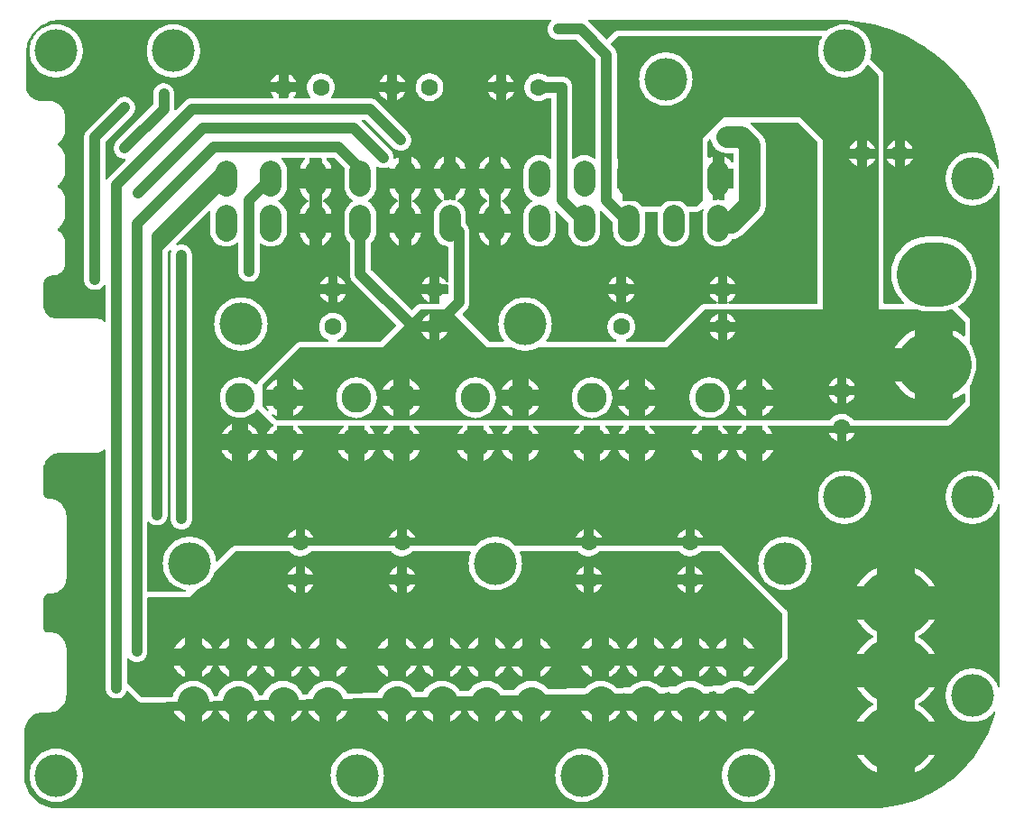
<source format=gbl>
G04 Layer: BottomLayer*
G04 EasyEDA v6.4.19.4, 2021-09-18T03:44:13+08:00*
G04 1fc8be4444e141828a02f3c2f3ba565e,119f753a6ce64b8d841f2ad33262ab0c,10*
G04 Gerber Generator version 0.2*
G04 Scale: 100 percent, Rotated: No, Reflected: No *
G04 Dimensions in millimeters *
G04 leading zeros omitted , absolute positions ,4 integer and 5 decimal *
%FSLAX45Y45*%
%MOMM*%

%ADD11C,2.0000*%
%ADD12C,1.0000*%
%ADD15C,4.0000*%
%ADD16C,1.6000*%
%ADD17C,2.8000*%
%ADD18C,6.0000*%
%ADD19C,3.0000*%

%LPD*%
G36*
X6618986Y5845251D02*
G01*
X6615430Y5846267D01*
X6612432Y5848502D01*
X6610451Y5851702D01*
X6609740Y5855360D01*
X6609740Y5960668D01*
X6575552Y5960668D01*
X6571640Y5961430D01*
X6568338Y5963615D01*
X6566153Y5966917D01*
X6565392Y5970828D01*
X6565392Y6133185D01*
X6566153Y6137097D01*
X6568338Y6140399D01*
X6571640Y6142583D01*
X6575552Y6143345D01*
X6609740Y6143345D01*
X6609740Y6261049D01*
X6600901Y6257391D01*
X6586169Y6249212D01*
X6581394Y6245860D01*
X6577330Y6244132D01*
X6572910Y6244285D01*
X6568998Y6246317D01*
X6566306Y6249822D01*
X6565392Y6254140D01*
X6565392Y6401155D01*
X6566153Y6405067D01*
X6568338Y6408369D01*
X6578701Y6418732D01*
X6582409Y6421069D01*
X6586778Y6421628D01*
X6590995Y6420307D01*
X6594246Y6417310D01*
X6595922Y6413246D01*
X6597192Y6405473D01*
X6601866Y6389268D01*
X6608318Y6373723D01*
X6616496Y6358940D01*
X6626250Y6345224D01*
X6637477Y6332677D01*
X6650024Y6321450D01*
X6663740Y6311696D01*
X6678523Y6303518D01*
X6694068Y6297066D01*
X6710273Y6292392D01*
X6726885Y6289598D01*
X6744004Y6288633D01*
X6799173Y6288633D01*
X6803085Y6287871D01*
X6806336Y6285636D01*
X6808571Y6282385D01*
X6809333Y6278473D01*
X6809333Y6211265D01*
X6808470Y6207099D01*
X6805930Y6203696D01*
X6802272Y6201613D01*
X6798056Y6201156D01*
X6793992Y6202527D01*
X6790893Y6205372D01*
X6783578Y6215684D01*
X6772351Y6228232D01*
X6759803Y6239459D01*
X6746036Y6249212D01*
X6731304Y6257391D01*
X6722465Y6261049D01*
X6722465Y6143345D01*
X6799173Y6143345D01*
X6803085Y6142583D01*
X6806336Y6140399D01*
X6808571Y6137097D01*
X6809333Y6133185D01*
X6809333Y5970828D01*
X6808571Y5966917D01*
X6806336Y5963615D01*
X6803085Y5961430D01*
X6799173Y5960668D01*
X6722465Y5960668D01*
X6722465Y5855360D01*
X6721754Y5851702D01*
X6719824Y5848502D01*
X6716826Y5846267D01*
X6713220Y5845251D01*
X6709511Y5845606D01*
X6699554Y5848451D01*
X6682943Y5851296D01*
X6666128Y5852261D01*
X6649262Y5851296D01*
X6632702Y5848451D01*
X6622745Y5845606D01*
G37*

%LPD*%
G36*
X4520844Y4520641D02*
G01*
X4516932Y4521454D01*
X4513630Y4523638D01*
X4266539Y4770729D01*
X4264355Y4774031D01*
X4263542Y4777943D01*
X4264355Y4781804D01*
X4266539Y4785106D01*
X4299762Y4818329D01*
X4308652Y4828438D01*
X4315917Y4839360D01*
X4321708Y4851146D01*
X4325924Y4863541D01*
X4328464Y4876393D01*
X4329379Y4889804D01*
X4329379Y5548680D01*
X4328464Y5562092D01*
X4325924Y5574944D01*
X4321708Y5587339D01*
X4315917Y5599125D01*
X4308652Y5609996D01*
X4298899Y5621020D01*
X4297019Y5624118D01*
X4296359Y5627725D01*
X4296359Y5701690D01*
X4295394Y5718810D01*
X4292600Y5735421D01*
X4287926Y5751626D01*
X4281474Y5767171D01*
X4273296Y5781954D01*
X4263593Y5795670D01*
X4252366Y5808218D01*
X4239768Y5819444D01*
X4226052Y5829198D01*
X4218990Y5833110D01*
X4215739Y5835954D01*
X4213961Y5839866D01*
X4213961Y5844133D01*
X4215739Y5848045D01*
X4218990Y5850890D01*
X4226052Y5854801D01*
X4239768Y5864555D01*
X4252366Y5875782D01*
X4263593Y5888329D01*
X4273296Y5902045D01*
X4281474Y5916828D01*
X4287926Y5932373D01*
X4292600Y5948578D01*
X4294632Y5960668D01*
X4202430Y5960668D01*
X4202430Y5855360D01*
X4201769Y5851702D01*
X4199788Y5848502D01*
X4196791Y5846267D01*
X4193184Y5845251D01*
X4189476Y5845606D01*
X4179519Y5848451D01*
X4162907Y5851296D01*
X4146092Y5852261D01*
X4129278Y5851296D01*
X4112666Y5848451D01*
X4102709Y5845606D01*
X4099001Y5845251D01*
X4095394Y5846267D01*
X4092397Y5848502D01*
X4090415Y5851702D01*
X4089755Y5855360D01*
X4089755Y5960668D01*
X3997553Y5960668D01*
X3999636Y5948578D01*
X4004259Y5932373D01*
X4010710Y5916828D01*
X4018889Y5902045D01*
X4028643Y5888329D01*
X4039870Y5875782D01*
X4052417Y5864555D01*
X4066184Y5854801D01*
X4073194Y5850890D01*
X4076446Y5848045D01*
X4078224Y5844133D01*
X4078224Y5839866D01*
X4076446Y5835954D01*
X4073194Y5833110D01*
X4066184Y5829198D01*
X4052417Y5819444D01*
X4039870Y5808218D01*
X4028643Y5795670D01*
X4018889Y5781954D01*
X4010710Y5767171D01*
X4004259Y5751626D01*
X3999636Y5735421D01*
X3996791Y5718810D01*
X3995826Y5701690D01*
X3995826Y5562295D01*
X3996791Y5545175D01*
X3999636Y5528564D01*
X4004259Y5512358D01*
X4010710Y5496814D01*
X4018889Y5482031D01*
X4028643Y5468315D01*
X4039870Y5455767D01*
X4052417Y5444540D01*
X4066184Y5434787D01*
X4080916Y5426608D01*
X4096461Y5420156D01*
X4112666Y5415534D01*
X4120387Y5414213D01*
X4123690Y5412994D01*
X4126433Y5410758D01*
X4128211Y5407660D01*
X4128820Y5404205D01*
X4128820Y5086400D01*
X4127906Y5082184D01*
X4125366Y5078730D01*
X4121658Y5076647D01*
X4117390Y5076291D01*
X4113326Y5077714D01*
X4110228Y5080711D01*
X4104030Y5089956D01*
X4093972Y5101640D01*
X4082592Y5112054D01*
X4070045Y5121046D01*
X4056532Y5128463D01*
X4046829Y5132425D01*
X4046829Y5057241D01*
X4118660Y5057241D01*
X4122572Y5056479D01*
X4125874Y5054295D01*
X4128058Y5050993D01*
X4128820Y5047081D01*
X4128820Y4974691D01*
X4128058Y4970830D01*
X4125874Y4967528D01*
X4122572Y4965344D01*
X4118660Y4964531D01*
X4046829Y4964531D01*
X4046829Y4886401D01*
X4046067Y4882540D01*
X4043883Y4879238D01*
X4040581Y4877054D01*
X4036669Y4876241D01*
X3964330Y4876241D01*
X3960418Y4877054D01*
X3957116Y4879238D01*
X3954932Y4882540D01*
X3954170Y4886401D01*
X3954170Y4964531D01*
X3878834Y4964531D01*
X3884625Y4951425D01*
X3892448Y4938115D01*
X3901846Y4925872D01*
X3912565Y4914798D01*
X3924554Y4905095D01*
X3937609Y4896815D01*
X3940200Y4895596D01*
X3943350Y4893259D01*
X3945382Y4889957D01*
X3945991Y4886147D01*
X3945128Y4882337D01*
X3942892Y4879136D01*
X3939641Y4877003D01*
X3935831Y4876241D01*
X3873703Y4876241D01*
X3869131Y4876088D01*
X3864762Y4875479D01*
X3860495Y4874564D01*
X3856329Y4873244D01*
X3852265Y4871567D01*
X3848354Y4869535D01*
X3844696Y4867148D01*
X3841191Y4864506D01*
X3837787Y4861407D01*
X3795369Y4818989D01*
X3792118Y4816754D01*
X3788206Y4815992D01*
X3784295Y4816754D01*
X3781044Y4818989D01*
X3409340Y5190642D01*
X3407156Y5193944D01*
X3406343Y5197856D01*
X3406343Y5445861D01*
X3407257Y5450027D01*
X3409746Y5453430D01*
X3412337Y5455767D01*
X3423564Y5468315D01*
X3433318Y5482031D01*
X3441446Y5496814D01*
X3447897Y5512358D01*
X3452571Y5528564D01*
X3455415Y5545175D01*
X3456381Y5562295D01*
X3456381Y5701690D01*
X3455415Y5718810D01*
X3452571Y5735421D01*
X3447897Y5751626D01*
X3441446Y5767171D01*
X3433318Y5781954D01*
X3423564Y5795670D01*
X3412337Y5808218D01*
X3399790Y5819444D01*
X3386023Y5829198D01*
X3379012Y5833110D01*
X3375761Y5835954D01*
X3373983Y5839866D01*
X3373983Y5844133D01*
X3375761Y5848045D01*
X3379012Y5850890D01*
X3386023Y5854801D01*
X3399790Y5864555D01*
X3412337Y5875782D01*
X3423564Y5888329D01*
X3433318Y5902045D01*
X3441446Y5916828D01*
X3447897Y5932373D01*
X3452571Y5948578D01*
X3455415Y5965190D01*
X3456381Y5982309D01*
X3456381Y6121704D01*
X3455415Y6138824D01*
X3453384Y6150711D01*
X3453637Y6155182D01*
X3455771Y6159093D01*
X3459378Y6161735D01*
X3463747Y6162548D01*
X3468065Y6161430D01*
X3475786Y6157417D01*
X3479393Y6155842D01*
X3488334Y6152591D01*
X3491788Y6151575D01*
X3501390Y6149492D01*
X3504641Y6149035D01*
X3514699Y6148171D01*
X3517747Y6148120D01*
X3530803Y6148984D01*
X3543604Y6151473D01*
X3556254Y6155791D01*
X3563975Y6159601D01*
X3568293Y6160617D01*
X3572611Y6159754D01*
X3576167Y6157112D01*
X3578250Y6153200D01*
X3578504Y6148781D01*
X3577590Y6143345D01*
X3669741Y6143345D01*
X3669741Y6261049D01*
X3660901Y6257391D01*
X3646170Y6249212D01*
X3634181Y6240729D01*
X3630218Y6239002D01*
X3625951Y6239103D01*
X3622090Y6240932D01*
X3619347Y6244234D01*
X3618128Y6248349D01*
X3617264Y6261506D01*
X3614724Y6274358D01*
X3610508Y6286754D01*
X3604717Y6298539D01*
X3597452Y6309410D01*
X3588562Y6319520D01*
X3320084Y6587998D01*
X3317900Y6591300D01*
X3317138Y6595160D01*
X3317900Y6599072D01*
X3320084Y6602374D01*
X3323386Y6604558D01*
X3327298Y6605320D01*
X3345179Y6605320D01*
X3349040Y6604558D01*
X3352342Y6602374D01*
X3611930Y6342735D01*
X3618331Y6336893D01*
X3621887Y6333998D01*
X3629151Y6328918D01*
X3632758Y6326733D01*
X3640886Y6322517D01*
X3644493Y6320942D01*
X3653434Y6317691D01*
X3656888Y6316675D01*
X3666490Y6314592D01*
X3669741Y6314135D01*
X3679799Y6313271D01*
X3682847Y6313220D01*
X3695903Y6314084D01*
X3708704Y6316573D01*
X3721354Y6320891D01*
X3733139Y6326682D01*
X3744010Y6333947D01*
X3753916Y6342634D01*
X3761638Y6351320D01*
X3769258Y6362395D01*
X3775303Y6374384D01*
X3779672Y6387033D01*
X3782364Y6400139D01*
X3783228Y6413500D01*
X3782364Y6426606D01*
X3779824Y6439458D01*
X3775608Y6451854D01*
X3769817Y6463639D01*
X3762552Y6474510D01*
X3753662Y6484620D01*
X3462020Y6776262D01*
X3451910Y6785152D01*
X3441039Y6792417D01*
X3429254Y6798208D01*
X3416858Y6802424D01*
X3404006Y6804964D01*
X3390544Y6805879D01*
X3038957Y6805879D01*
X3035198Y6806590D01*
X3031998Y6808622D01*
X3029762Y6811670D01*
X3028797Y6815328D01*
X3029254Y6819087D01*
X3031032Y6822440D01*
X3039516Y6832853D01*
X3047746Y6845909D01*
X3054400Y6859828D01*
X3059328Y6874459D01*
X3062528Y6889546D01*
X3063900Y6904939D01*
X3063443Y6920382D01*
X3061157Y6935622D01*
X3057093Y6950506D01*
X3051302Y6964832D01*
X3043834Y6978345D01*
X3034842Y6990892D01*
X3024428Y7002272D01*
X3012744Y7012330D01*
X2999943Y7020966D01*
X2986227Y7027976D01*
X2971749Y7033361D01*
X2956763Y7037019D01*
X2941421Y7038797D01*
X2925978Y7038797D01*
X2910636Y7037019D01*
X2895650Y7033361D01*
X2881172Y7027976D01*
X2867456Y7020966D01*
X2854655Y7012330D01*
X2842971Y7002272D01*
X2832557Y6990892D01*
X2823565Y6978345D01*
X2816098Y6964832D01*
X2810306Y6950506D01*
X2806242Y6935622D01*
X2803956Y6920382D01*
X2803499Y6904939D01*
X2804871Y6889546D01*
X2808071Y6874459D01*
X2812999Y6859828D01*
X2819654Y6845909D01*
X2827883Y6832853D01*
X2836367Y6822440D01*
X2838145Y6819087D01*
X2838602Y6815328D01*
X2837637Y6811670D01*
X2835402Y6808622D01*
X2832201Y6806590D01*
X2828442Y6805879D01*
X2688945Y6805879D01*
X2685186Y6806590D01*
X2681986Y6808622D01*
X2679750Y6811670D01*
X2678785Y6815328D01*
X2679242Y6819087D01*
X2681020Y6822440D01*
X2689504Y6832853D01*
X2697734Y6845909D01*
X2704388Y6859828D01*
X2705252Y6862470D01*
X2630017Y6862470D01*
X2630017Y6816039D01*
X2629255Y6812127D01*
X2627071Y6808825D01*
X2623769Y6806641D01*
X2619857Y6805879D01*
X2547518Y6805879D01*
X2543606Y6806641D01*
X2540304Y6808825D01*
X2538120Y6812127D01*
X2537358Y6816039D01*
X2537358Y6862470D01*
X2462123Y6862470D01*
X2462987Y6859828D01*
X2469642Y6845909D01*
X2477871Y6832853D01*
X2486355Y6822440D01*
X2488133Y6819087D01*
X2488590Y6815328D01*
X2487625Y6811670D01*
X2485390Y6808622D01*
X2482189Y6806590D01*
X2478430Y6805879D01*
X1727555Y6805879D01*
X1714093Y6804964D01*
X1701241Y6802424D01*
X1688846Y6798208D01*
X1677060Y6792417D01*
X1666189Y6785152D01*
X1656080Y6776262D01*
X1578102Y6698284D01*
X1574800Y6696100D01*
X1570939Y6695338D01*
X1567027Y6696100D01*
X1563725Y6698284D01*
X1561541Y6701586D01*
X1560779Y6705498D01*
X1560779Y6844944D01*
X1559864Y6858406D01*
X1557324Y6871258D01*
X1553108Y6883653D01*
X1547317Y6895388D01*
X1539138Y6907428D01*
X1530197Y6917334D01*
X1519986Y6926021D01*
X1508607Y6933234D01*
X1496720Y6938772D01*
X1483918Y6942785D01*
X1473403Y6944715D01*
X1460347Y6945579D01*
X1457299Y6945528D01*
X1447241Y6944664D01*
X1443990Y6944207D01*
X1434388Y6942124D01*
X1430934Y6941108D01*
X1421993Y6937857D01*
X1418386Y6936282D01*
X1410258Y6932066D01*
X1406652Y6929881D01*
X1399387Y6924802D01*
X1395831Y6921906D01*
X1389532Y6916115D01*
X1386179Y6912609D01*
X1380896Y6906259D01*
X1377899Y6902094D01*
X1373632Y6895388D01*
X1371041Y6890562D01*
X1367840Y6883653D01*
X1365808Y6878218D01*
X1363624Y6871208D01*
X1362252Y6865315D01*
X1361084Y6858355D01*
X1360474Y6852005D01*
X1360220Y6845147D01*
X1360220Y6751320D01*
X1359458Y6747459D01*
X1357274Y6744157D01*
X1017879Y6404610D01*
X1012596Y6398260D01*
X1009599Y6394094D01*
X1005332Y6387388D01*
X1002741Y6382562D01*
X999540Y6375654D01*
X997508Y6370218D01*
X995324Y6363208D01*
X993952Y6357315D01*
X992784Y6350355D01*
X992174Y6344005D01*
X991920Y6337300D01*
X992174Y6330594D01*
X992784Y6324244D01*
X993952Y6317284D01*
X995324Y6311392D01*
X997508Y6304381D01*
X999540Y6298946D01*
X1002741Y6292037D01*
X1005332Y6287211D01*
X1009599Y6280505D01*
X1012596Y6276340D01*
X1017879Y6269990D01*
X1021232Y6266484D01*
X1027531Y6260693D01*
X1031087Y6257798D01*
X1038352Y6252718D01*
X1041958Y6250533D01*
X1050086Y6246317D01*
X1053693Y6244742D01*
X1062634Y6241491D01*
X1066088Y6240475D01*
X1075690Y6238392D01*
X1078941Y6237935D01*
X1088999Y6237071D01*
X1092454Y6237020D01*
X1096314Y6236208D01*
X1099566Y6233972D01*
X1101750Y6230721D01*
X1102461Y6226810D01*
X1101699Y6222949D01*
X1099515Y6219698D01*
X945337Y6065520D01*
X936447Y6055410D01*
X931671Y6048248D01*
X928573Y6045250D01*
X924560Y6043828D01*
X920292Y6044184D01*
X916533Y6046266D01*
X913993Y6049721D01*
X913079Y6053886D01*
X913079Y6393180D01*
X913841Y6397040D01*
X916025Y6400342D01*
X1162913Y6647180D01*
X1170838Y6656120D01*
X1178458Y6667195D01*
X1184503Y6679184D01*
X1188872Y6691833D01*
X1191564Y6704939D01*
X1192428Y6718300D01*
X1191564Y6731406D01*
X1189024Y6744258D01*
X1184808Y6756653D01*
X1179017Y6768388D01*
X1170838Y6780428D01*
X1161897Y6790334D01*
X1151686Y6799021D01*
X1140307Y6806234D01*
X1128420Y6811772D01*
X1115618Y6815785D01*
X1105103Y6817715D01*
X1092047Y6818579D01*
X1088999Y6818528D01*
X1078941Y6817664D01*
X1075690Y6817207D01*
X1066088Y6815124D01*
X1062634Y6814108D01*
X1053693Y6810857D01*
X1050086Y6809282D01*
X1041958Y6805066D01*
X1038352Y6802881D01*
X1031087Y6797802D01*
X1027531Y6794906D01*
X1021130Y6789064D01*
X742137Y6510020D01*
X733247Y6499910D01*
X725982Y6489039D01*
X720191Y6477254D01*
X715975Y6464858D01*
X713435Y6452006D01*
X712520Y6438544D01*
X712520Y5105552D01*
X712774Y5098694D01*
X713384Y5092344D01*
X714552Y5085384D01*
X715924Y5079492D01*
X718108Y5072481D01*
X720140Y5067046D01*
X723341Y5060137D01*
X725932Y5055311D01*
X730199Y5048605D01*
X733196Y5044440D01*
X738479Y5038090D01*
X741832Y5034584D01*
X748131Y5028793D01*
X751687Y5025898D01*
X758952Y5020818D01*
X762558Y5018633D01*
X770686Y5014417D01*
X774293Y5012842D01*
X783234Y5009591D01*
X786688Y5008575D01*
X796290Y5006492D01*
X799541Y5006035D01*
X809599Y5005171D01*
X812647Y5005120D01*
X825703Y5005984D01*
X838504Y5008473D01*
X851153Y5012791D01*
X862939Y5018582D01*
X873810Y5025847D01*
X883716Y5034534D01*
X891438Y5043220D01*
X897178Y5051602D01*
X900277Y5054549D01*
X904341Y5055971D01*
X908608Y5055565D01*
X912317Y5053482D01*
X914857Y5050028D01*
X915720Y5045862D01*
X915720Y4718304D01*
X914755Y4713986D01*
X912012Y4710430D01*
X907999Y4708448D01*
X903528Y4708347D01*
X899464Y4710176D01*
X889152Y4717948D01*
X885596Y4720234D01*
X874979Y4726025D01*
X871118Y4727803D01*
X859790Y4732020D01*
X855726Y4733239D01*
X843889Y4735779D01*
X839724Y4736388D01*
X825550Y4737354D01*
X786841Y4737862D01*
X449072Y4737862D01*
X442468Y4738268D01*
X428447Y4740706D01*
X414832Y4744720D01*
X401726Y4750206D01*
X389331Y4757166D01*
X377748Y4765395D01*
X367233Y4774946D01*
X357784Y4785563D01*
X349656Y4797196D01*
X342798Y4809642D01*
X337464Y4822799D01*
X333552Y4836464D01*
X331266Y4850485D01*
X330454Y4865065D01*
X330454Y5053482D01*
X331419Y5066792D01*
X333756Y5078171D01*
X337566Y5089093D01*
X342747Y5099456D01*
X349250Y5109057D01*
X356971Y5117693D01*
X365709Y5125262D01*
X375412Y5131612D01*
X385826Y5136642D01*
X396798Y5140299D01*
X408228Y5142484D01*
X433222Y5144211D01*
X437489Y5144820D01*
X449326Y5147360D01*
X453390Y5148580D01*
X464718Y5152796D01*
X468579Y5154574D01*
X479196Y5160365D01*
X482752Y5162651D01*
X492455Y5169916D01*
X495655Y5172659D01*
X504240Y5181244D01*
X506984Y5184444D01*
X514248Y5194147D01*
X516534Y5197703D01*
X522325Y5208320D01*
X524103Y5212181D01*
X528320Y5223510D01*
X529539Y5227574D01*
X532079Y5239410D01*
X532688Y5243576D01*
X533654Y5258155D01*
X533654Y5435346D01*
X532739Y5452465D01*
X532384Y5455767D01*
X529844Y5470753D01*
X529082Y5474004D01*
X524865Y5488635D01*
X523798Y5491734D01*
X517956Y5505856D01*
X516534Y5508802D01*
X507390Y5524957D01*
X496519Y5539943D01*
X486359Y5551322D01*
X484022Y5553659D01*
X472744Y5563717D01*
X468172Y5567222D01*
X465683Y5569966D01*
X464362Y5573420D01*
X464362Y5577179D01*
X465683Y5580634D01*
X468172Y5583377D01*
X472744Y5586882D01*
X484022Y5596940D01*
X486359Y5599277D01*
X496519Y5610656D01*
X507390Y5625642D01*
X516534Y5641797D01*
X517956Y5644743D01*
X523798Y5658866D01*
X524865Y5661964D01*
X529082Y5676595D01*
X529844Y5679846D01*
X532384Y5694832D01*
X532739Y5698134D01*
X533654Y5715254D01*
X533654Y5841746D01*
X532739Y5858865D01*
X532384Y5862167D01*
X529844Y5877153D01*
X529082Y5880404D01*
X524865Y5895035D01*
X523798Y5898134D01*
X517956Y5912256D01*
X516534Y5915202D01*
X507390Y5931357D01*
X496519Y5946343D01*
X486359Y5957722D01*
X484022Y5960059D01*
X472744Y5970117D01*
X468172Y5973622D01*
X465683Y5976366D01*
X464362Y5979820D01*
X464362Y5983579D01*
X465683Y5987034D01*
X468172Y5989777D01*
X472744Y5993282D01*
X484022Y6003340D01*
X486359Y6005677D01*
X496519Y6017056D01*
X507390Y6032042D01*
X516534Y6048197D01*
X517956Y6051143D01*
X523798Y6065266D01*
X524865Y6068364D01*
X529082Y6082995D01*
X529844Y6086246D01*
X532384Y6101232D01*
X532739Y6104534D01*
X533654Y6121654D01*
X533654Y6235446D01*
X532739Y6252565D01*
X532384Y6255867D01*
X529844Y6270853D01*
X529082Y6274104D01*
X524865Y6288735D01*
X523798Y6291834D01*
X517956Y6305956D01*
X516534Y6308902D01*
X507390Y6325057D01*
X496519Y6340043D01*
X486359Y6351422D01*
X484022Y6353759D01*
X472744Y6363817D01*
X468172Y6367322D01*
X465683Y6370066D01*
X464362Y6373520D01*
X464362Y6377279D01*
X465683Y6380734D01*
X468172Y6383477D01*
X472744Y6386982D01*
X484022Y6397040D01*
X486359Y6399377D01*
X496519Y6410756D01*
X507390Y6425742D01*
X516534Y6441897D01*
X517956Y6444843D01*
X523798Y6458966D01*
X524865Y6462064D01*
X529082Y6476695D01*
X529844Y6479946D01*
X532384Y6494932D01*
X532739Y6498234D01*
X533654Y6515354D01*
X533654Y6629095D01*
X532688Y6646062D01*
X532282Y6649567D01*
X529590Y6664198D01*
X528726Y6667652D01*
X524306Y6681825D01*
X523036Y6685178D01*
X516940Y6698742D01*
X515264Y6701891D01*
X507593Y6714642D01*
X505561Y6717538D01*
X496417Y6729272D01*
X494030Y6731914D01*
X483514Y6742430D01*
X480872Y6744817D01*
X469138Y6753961D01*
X466242Y6755993D01*
X453491Y6763664D01*
X450342Y6765340D01*
X436778Y6771436D01*
X433425Y6772706D01*
X419252Y6777126D01*
X415798Y6777990D01*
X401167Y6780682D01*
X397662Y6781088D01*
X380695Y6782053D01*
X305155Y6782053D01*
X289661Y6782917D01*
X275234Y6785254D01*
X261162Y6789115D01*
X247548Y6794398D01*
X234543Y6801103D01*
X222300Y6809079D01*
X210972Y6818325D01*
X200710Y6828688D01*
X191566Y6840067D01*
X183642Y6852361D01*
X177038Y6865416D01*
X171856Y6879081D01*
X168148Y6893204D01*
X165912Y6907631D01*
X165150Y6922617D01*
X165150Y6996074D01*
X165354Y6998512D01*
X165354Y7212939D01*
X166319Y7238644D01*
X169113Y7263130D01*
X173736Y7287361D01*
X180136Y7311186D01*
X188315Y7334503D01*
X198221Y7357109D01*
X209753Y7378903D01*
X222910Y7399781D01*
X237591Y7419594D01*
X253695Y7438288D01*
X271170Y7455712D01*
X289915Y7471765D01*
X309778Y7486396D01*
X330657Y7499502D01*
X352501Y7510983D01*
X375107Y7520838D01*
X398424Y7528966D01*
X422249Y7535316D01*
X446481Y7539888D01*
X471017Y7542631D01*
X495960Y7543546D01*
X5085689Y7543546D01*
X5089550Y7542784D01*
X5092801Y7540599D01*
X5095036Y7537348D01*
X5095849Y7533487D01*
X5095087Y7529626D01*
X5093004Y7526324D01*
X5088991Y7522209D01*
X5083708Y7515859D01*
X5080711Y7511694D01*
X5076444Y7504988D01*
X5073853Y7500162D01*
X5070652Y7493253D01*
X5068620Y7487818D01*
X5066436Y7480808D01*
X5065064Y7474915D01*
X5063896Y7467955D01*
X5063286Y7461605D01*
X5063032Y7454900D01*
X5063286Y7448194D01*
X5063896Y7441844D01*
X5065064Y7434884D01*
X5066436Y7428992D01*
X5068620Y7421981D01*
X5070652Y7416546D01*
X5073853Y7409637D01*
X5076444Y7404811D01*
X5080711Y7398105D01*
X5083708Y7393940D01*
X5088991Y7387590D01*
X5092344Y7384084D01*
X5098643Y7378293D01*
X5102199Y7375398D01*
X5109464Y7370318D01*
X5113070Y7368133D01*
X5121198Y7363917D01*
X5124805Y7362342D01*
X5133746Y7359091D01*
X5137200Y7358075D01*
X5146802Y7355992D01*
X5150053Y7355535D01*
X5160111Y7354671D01*
X5326380Y7354620D01*
X5330240Y7353858D01*
X5333542Y7351674D01*
X5510174Y7175042D01*
X5512358Y7171740D01*
X5513120Y7167880D01*
X5513120Y6249670D01*
X5512155Y6245352D01*
X5509463Y6241846D01*
X5505551Y6239865D01*
X5501182Y6239662D01*
X5497118Y6241389D01*
X5486044Y6249212D01*
X5471261Y6257391D01*
X5455716Y6263843D01*
X5439511Y6268466D01*
X5422900Y6271310D01*
X5406085Y6272276D01*
X5389270Y6271310D01*
X5372658Y6268466D01*
X5356453Y6263843D01*
X5340908Y6257391D01*
X5326176Y6249212D01*
X5308193Y6236665D01*
X5304332Y6236106D01*
X5300573Y6236970D01*
X5297424Y6239205D01*
X5295290Y6242456D01*
X5294579Y6246215D01*
X5294579Y6908444D01*
X5293664Y6921906D01*
X5291124Y6934758D01*
X5286908Y6947153D01*
X5281117Y6958888D01*
X5272938Y6970928D01*
X5263997Y6980834D01*
X5253786Y6989521D01*
X5242407Y6996734D01*
X5230520Y7002272D01*
X5217718Y7006285D01*
X5207203Y7008215D01*
X5204510Y7008520D01*
X5194046Y7009079D01*
X5062220Y7009079D01*
X5058664Y7009688D01*
X5041849Y7020966D01*
X5028133Y7027976D01*
X5013655Y7033361D01*
X4998669Y7037019D01*
X4983327Y7038797D01*
X4967884Y7038797D01*
X4952542Y7037019D01*
X4937556Y7033361D01*
X4923078Y7027976D01*
X4909362Y7020966D01*
X4896561Y7012330D01*
X4884877Y7002272D01*
X4874463Y6990892D01*
X4865471Y6978345D01*
X4858004Y6964832D01*
X4852212Y6950506D01*
X4848148Y6935622D01*
X4845862Y6920382D01*
X4845405Y6904939D01*
X4846777Y6889546D01*
X4849977Y6874459D01*
X4854905Y6859828D01*
X4861560Y6845909D01*
X4869789Y6832853D01*
X4879492Y6820865D01*
X4890566Y6810146D01*
X4902860Y6800748D01*
X4916119Y6792925D01*
X4930241Y6786727D01*
X4945024Y6782206D01*
X4960213Y6779463D01*
X4975606Y6778548D01*
X4990998Y6779463D01*
X5006187Y6782206D01*
X5020970Y6786727D01*
X5035092Y6792925D01*
X5048351Y6800748D01*
X5055819Y6806438D01*
X5058714Y6808012D01*
X5061966Y6808520D01*
X5083860Y6808520D01*
X5087772Y6807758D01*
X5091074Y6805574D01*
X5093258Y6802272D01*
X5094020Y6798360D01*
X5094020Y6249009D01*
X5093055Y6244742D01*
X5090363Y6241237D01*
X5086451Y6239205D01*
X5082082Y6239052D01*
X5078018Y6240729D01*
X5066030Y6249212D01*
X5051298Y6257391D01*
X5035753Y6263843D01*
X5019548Y6268466D01*
X5002936Y6271310D01*
X4986121Y6272276D01*
X4969256Y6271310D01*
X4952695Y6268466D01*
X4936490Y6263843D01*
X4920894Y6257391D01*
X4906162Y6249212D01*
X4892446Y6239459D01*
X4879848Y6228232D01*
X4868621Y6215684D01*
X4858867Y6201968D01*
X4850739Y6187186D01*
X4844288Y6171641D01*
X4839614Y6155436D01*
X4836820Y6138824D01*
X4835855Y6121704D01*
X4835855Y5982309D01*
X4836820Y5965190D01*
X4839614Y5948578D01*
X4844288Y5932373D01*
X4850739Y5916828D01*
X4858867Y5902045D01*
X4868621Y5888329D01*
X4879848Y5875782D01*
X4892446Y5864555D01*
X4906162Y5854801D01*
X4913223Y5850890D01*
X4916474Y5848045D01*
X4918252Y5844133D01*
X4918252Y5839866D01*
X4916474Y5835954D01*
X4913223Y5833110D01*
X4906162Y5829198D01*
X4892446Y5819444D01*
X4879848Y5808218D01*
X4868621Y5795670D01*
X4858867Y5781954D01*
X4850739Y5767171D01*
X4844288Y5751626D01*
X4839614Y5735421D01*
X4836820Y5718810D01*
X4835855Y5701690D01*
X4835855Y5562295D01*
X4836820Y5545175D01*
X4839614Y5528564D01*
X4844288Y5512358D01*
X4850739Y5496814D01*
X4858867Y5482031D01*
X4868621Y5468315D01*
X4879848Y5455767D01*
X4892446Y5444540D01*
X4906162Y5434787D01*
X4920894Y5426608D01*
X4936490Y5420156D01*
X4952695Y5415534D01*
X4969256Y5412689D01*
X4986121Y5411724D01*
X5002936Y5412689D01*
X5019548Y5415534D01*
X5035753Y5420156D01*
X5051298Y5426608D01*
X5066030Y5434787D01*
X5079796Y5444540D01*
X5092344Y5455767D01*
X5103571Y5468315D01*
X5113324Y5482031D01*
X5121452Y5496814D01*
X5127904Y5512358D01*
X5132578Y5528564D01*
X5135422Y5545175D01*
X5136388Y5562295D01*
X5136388Y5701690D01*
X5135422Y5718810D01*
X5132578Y5735421D01*
X5132070Y5737301D01*
X5131765Y5741720D01*
X5133441Y5745835D01*
X5136642Y5748832D01*
X5140858Y5750204D01*
X5145278Y5749645D01*
X5148986Y5747308D01*
X5252872Y5643422D01*
X5255056Y5640120D01*
X5255818Y5636260D01*
X5255818Y5562295D01*
X5256784Y5545175D01*
X5259628Y5528564D01*
X5264251Y5512358D01*
X5270703Y5496814D01*
X5278882Y5482031D01*
X5288635Y5468315D01*
X5299862Y5455767D01*
X5312410Y5444540D01*
X5326176Y5434787D01*
X5340908Y5426608D01*
X5356453Y5420156D01*
X5372658Y5415534D01*
X5389270Y5412689D01*
X5406085Y5411724D01*
X5422900Y5412689D01*
X5439511Y5415534D01*
X5455716Y5420156D01*
X5471261Y5426608D01*
X5486044Y5434787D01*
X5499760Y5444540D01*
X5512358Y5455767D01*
X5523585Y5468315D01*
X5533288Y5482031D01*
X5541467Y5496814D01*
X5547918Y5512358D01*
X5552592Y5528564D01*
X5555386Y5545175D01*
X5556351Y5562295D01*
X5556351Y5701690D01*
X5555386Y5718810D01*
X5552592Y5735421D01*
X5552033Y5737352D01*
X5551779Y5741771D01*
X5553405Y5745886D01*
X5556605Y5748883D01*
X5560822Y5750255D01*
X5565241Y5749696D01*
X5568950Y5747308D01*
X5672886Y5643422D01*
X5675071Y5640120D01*
X5675833Y5636260D01*
X5675833Y5562295D01*
X5676798Y5545175D01*
X5679643Y5528564D01*
X5684266Y5512358D01*
X5690717Y5496814D01*
X5698896Y5482031D01*
X5708650Y5468315D01*
X5719876Y5455767D01*
X5732424Y5444540D01*
X5746191Y5434787D01*
X5760923Y5426608D01*
X5776468Y5420156D01*
X5792673Y5415534D01*
X5809284Y5412689D01*
X5826099Y5411724D01*
X5842914Y5412689D01*
X5859526Y5415534D01*
X5875731Y5420156D01*
X5891276Y5426608D01*
X5906058Y5434787D01*
X5919774Y5444540D01*
X5932373Y5455767D01*
X5943600Y5468315D01*
X5953302Y5482031D01*
X5961481Y5496814D01*
X5967933Y5512358D01*
X5972606Y5528564D01*
X5975400Y5545175D01*
X5976366Y5562295D01*
X5976366Y5701690D01*
X5975400Y5718810D01*
X5973673Y5729071D01*
X5973876Y5733440D01*
X5975908Y5737352D01*
X5979414Y5739993D01*
X5983681Y5740908D01*
X6088532Y5740908D01*
X6092799Y5739993D01*
X6096304Y5737352D01*
X6098336Y5733440D01*
X6098540Y5729071D01*
X6096812Y5718810D01*
X6095847Y5701690D01*
X6095847Y5562295D01*
X6096812Y5545175D01*
X6099606Y5528564D01*
X6104280Y5512358D01*
X6110732Y5496814D01*
X6118860Y5482031D01*
X6128613Y5468315D01*
X6139840Y5455767D01*
X6152438Y5444540D01*
X6166154Y5434787D01*
X6180886Y5426608D01*
X6196482Y5420156D01*
X6212687Y5415534D01*
X6229248Y5412689D01*
X6246114Y5411724D01*
X6262928Y5412689D01*
X6279540Y5415534D01*
X6295745Y5420156D01*
X6311290Y5426608D01*
X6326022Y5434787D01*
X6339789Y5444540D01*
X6352336Y5455767D01*
X6363563Y5468315D01*
X6373317Y5482031D01*
X6381445Y5496814D01*
X6387896Y5512358D01*
X6392570Y5528564D01*
X6395415Y5545175D01*
X6396380Y5562295D01*
X6396380Y5701690D01*
X6395415Y5718810D01*
X6393637Y5729071D01*
X6393891Y5733440D01*
X6395923Y5737352D01*
X6399377Y5739993D01*
X6403695Y5740908D01*
X6464096Y5740908D01*
X6468668Y5741111D01*
X6473037Y5741720D01*
X6477304Y5742635D01*
X6481470Y5743956D01*
X6485534Y5745632D01*
X6489446Y5747664D01*
X6493103Y5750052D01*
X6496608Y5752693D01*
X6500012Y5755792D01*
X6508292Y5764123D01*
X6511594Y5766308D01*
X6515506Y5767120D01*
X6519367Y5766308D01*
X6522669Y5764123D01*
X6524904Y5760821D01*
X6525666Y5756960D01*
X6519621Y5735421D01*
X6516827Y5718810D01*
X6515862Y5701690D01*
X6515862Y5562295D01*
X6516827Y5545175D01*
X6519621Y5528564D01*
X6524294Y5512358D01*
X6530746Y5496814D01*
X6538874Y5482031D01*
X6548628Y5468315D01*
X6559854Y5455767D01*
X6572453Y5444540D01*
X6586169Y5434787D01*
X6600901Y5426608D01*
X6616496Y5420156D01*
X6632702Y5415534D01*
X6649262Y5412689D01*
X6666128Y5411724D01*
X6682943Y5412689D01*
X6699554Y5415534D01*
X6715759Y5420156D01*
X6731304Y5426608D01*
X6746036Y5434787D01*
X6759803Y5444540D01*
X6772351Y5455767D01*
X6783578Y5468315D01*
X6790486Y5478068D01*
X6792620Y5480253D01*
X6795262Y5481726D01*
X6798208Y5482336D01*
X6804507Y5482691D01*
X6821119Y5485485D01*
X6837324Y5490159D01*
X6852869Y5496610D01*
X6867652Y5504789D01*
X6881368Y5514543D01*
X6894169Y5525922D01*
X7065670Y5697423D01*
X7077049Y5710224D01*
X7086803Y5723940D01*
X7094981Y5738723D01*
X7101433Y5754268D01*
X7106107Y5770473D01*
X7108901Y5787085D01*
X7109866Y5804204D01*
X7109866Y6362395D01*
X7108901Y6379514D01*
X7106107Y6396126D01*
X7101433Y6412331D01*
X7094981Y6427876D01*
X7086803Y6442659D01*
X7077049Y6456375D01*
X7065670Y6469176D01*
X6989876Y6544970D01*
X6977075Y6556349D01*
X6970979Y6560667D01*
X6968134Y6563817D01*
X6966762Y6567830D01*
X6967220Y6572046D01*
X6969302Y6575755D01*
X6972706Y6578244D01*
X6976872Y6579108D01*
X7404455Y6579108D01*
X7408367Y6578346D01*
X7411669Y6576161D01*
X7592161Y6395669D01*
X7594346Y6392367D01*
X7595158Y6388455D01*
X7595158Y4886401D01*
X7594346Y4882540D01*
X7592161Y4879238D01*
X7588859Y4877054D01*
X7584998Y4876241D01*
X6770166Y4876241D01*
X6765848Y4877257D01*
X6762343Y4879949D01*
X6760311Y4883912D01*
X6760159Y4888331D01*
X6761937Y4892395D01*
X6765239Y4895342D01*
X6775145Y4900777D01*
X6787692Y4909769D01*
X6799072Y4920183D01*
X6809130Y4931867D01*
X6817766Y4944668D01*
X6824776Y4958384D01*
X6827062Y4964582D01*
X6751929Y4964582D01*
X6751929Y4886401D01*
X6751167Y4882540D01*
X6748983Y4879238D01*
X6745681Y4877054D01*
X6741769Y4876241D01*
X6669430Y4876241D01*
X6665518Y4877054D01*
X6662216Y4879238D01*
X6660032Y4882540D01*
X6659270Y4886401D01*
X6659270Y4964582D01*
X6583934Y4964582D01*
X6589725Y4951425D01*
X6597548Y4938166D01*
X6606946Y4925872D01*
X6617665Y4914798D01*
X6629653Y4905095D01*
X6642709Y4896866D01*
X6645351Y4895596D01*
X6648450Y4893259D01*
X6650481Y4889957D01*
X6651142Y4886147D01*
X6650278Y4882337D01*
X6648043Y4879136D01*
X6644792Y4877003D01*
X6640982Y4876241D01*
X6540703Y4876241D01*
X6536131Y4876088D01*
X6531762Y4875479D01*
X6527495Y4874564D01*
X6523329Y4873244D01*
X6519265Y4871567D01*
X6515354Y4869535D01*
X6511696Y4867148D01*
X6508191Y4864506D01*
X6504787Y4861407D01*
X6167069Y4523638D01*
X6163767Y4521454D01*
X6159855Y4520641D01*
X5805373Y4520641D01*
X5801461Y4521454D01*
X5798159Y4523638D01*
X5795975Y4526991D01*
X5795213Y4530852D01*
X5795975Y4534763D01*
X5798210Y4538065D01*
X5801563Y4540250D01*
X5809132Y4543298D01*
X5822645Y4550765D01*
X5835192Y4559757D01*
X5846572Y4570171D01*
X5856630Y4581855D01*
X5865266Y4594656D01*
X5872276Y4608372D01*
X5877661Y4622850D01*
X5881319Y4637836D01*
X5883097Y4653178D01*
X5883097Y4668621D01*
X5881319Y4683963D01*
X5877661Y4698949D01*
X5872276Y4713427D01*
X5865266Y4727143D01*
X5856630Y4739944D01*
X5846572Y4751628D01*
X5835192Y4762042D01*
X5822645Y4771034D01*
X5809132Y4778502D01*
X5794806Y4784293D01*
X5779922Y4788357D01*
X5764682Y4790643D01*
X5749239Y4791100D01*
X5733846Y4789728D01*
X5718759Y4786528D01*
X5704128Y4781600D01*
X5690209Y4774946D01*
X5677154Y4766716D01*
X5665165Y4757013D01*
X5654446Y4745939D01*
X5645048Y4733645D01*
X5637225Y4720386D01*
X5631027Y4706264D01*
X5626506Y4691481D01*
X5623763Y4676292D01*
X5622848Y4660900D01*
X5623763Y4645507D01*
X5626506Y4630318D01*
X5631027Y4615535D01*
X5637225Y4601413D01*
X5645048Y4588154D01*
X5654446Y4575860D01*
X5665165Y4564786D01*
X5677154Y4555083D01*
X5690209Y4546854D01*
X5704586Y4539996D01*
X5707684Y4537659D01*
X5709716Y4534357D01*
X5710377Y4530547D01*
X5709513Y4526737D01*
X5707278Y4523536D01*
X5704027Y4521403D01*
X5700217Y4520641D01*
X5060035Y4520641D01*
X5055666Y4521657D01*
X5052161Y4524451D01*
X5050180Y4528464D01*
X5050129Y4532934D01*
X5052009Y4536998D01*
X5056378Y4542739D01*
X5068112Y4561179D01*
X5078222Y4580534D01*
X5086553Y4600702D01*
X5093157Y4621530D01*
X5097881Y4642866D01*
X5100726Y4664506D01*
X5101640Y4686300D01*
X5100726Y4708093D01*
X5097881Y4729734D01*
X5093157Y4751070D01*
X5086553Y4771898D01*
X5078222Y4792065D01*
X5068112Y4811420D01*
X5056378Y4829860D01*
X5043119Y4847183D01*
X5028336Y4863236D01*
X5012283Y4878019D01*
X4994960Y4891278D01*
X4976520Y4903012D01*
X4957165Y4913122D01*
X4936998Y4921453D01*
X4916170Y4928006D01*
X4894834Y4932730D01*
X4873193Y4935626D01*
X4851400Y4936540D01*
X4829606Y4935626D01*
X4807966Y4932730D01*
X4786630Y4928006D01*
X4765802Y4921453D01*
X4745634Y4913122D01*
X4726279Y4903012D01*
X4707839Y4891278D01*
X4690516Y4878019D01*
X4674463Y4863236D01*
X4659680Y4847183D01*
X4646422Y4829860D01*
X4634687Y4811420D01*
X4624578Y4792065D01*
X4616246Y4771898D01*
X4609693Y4751070D01*
X4604969Y4729734D01*
X4602073Y4708093D01*
X4601159Y4686300D01*
X4602073Y4664506D01*
X4604969Y4642866D01*
X4609693Y4621530D01*
X4616246Y4600702D01*
X4624578Y4580534D01*
X4634687Y4561179D01*
X4646422Y4542739D01*
X4650790Y4536998D01*
X4652670Y4532934D01*
X4652619Y4528464D01*
X4650638Y4524451D01*
X4647133Y4521657D01*
X4642764Y4520641D01*
G37*

%LPC*%
G36*
X6751929Y5057241D02*
G01*
X6827062Y5057241D01*
X6824776Y5063439D01*
X6817766Y5077155D01*
X6809130Y5089956D01*
X6799072Y5101640D01*
X6787692Y5112054D01*
X6775145Y5121046D01*
X6761632Y5128514D01*
X6751929Y5132425D01*
G37*
G36*
X3577590Y5723331D02*
G01*
X3669741Y5723331D01*
X3669741Y5960668D01*
X3577590Y5960668D01*
X3579622Y5948578D01*
X3584295Y5932373D01*
X3590747Y5916828D01*
X3598875Y5902045D01*
X3608628Y5888329D01*
X3619855Y5875782D01*
X3632454Y5864555D01*
X3646170Y5854801D01*
X3653231Y5850890D01*
X3656482Y5848045D01*
X3658260Y5844133D01*
X3658260Y5839866D01*
X3656482Y5835954D01*
X3653231Y5833110D01*
X3646170Y5829198D01*
X3632454Y5819444D01*
X3619855Y5808218D01*
X3608628Y5795670D01*
X3598875Y5781954D01*
X3590747Y5767171D01*
X3584295Y5751626D01*
X3579622Y5735421D01*
G37*
G36*
X3782466Y5723331D02*
G01*
X3874668Y5723331D01*
X3872585Y5735421D01*
X3867912Y5751626D01*
X3861460Y5767171D01*
X3853332Y5781954D01*
X3843578Y5795670D01*
X3832351Y5808218D01*
X3819804Y5819444D01*
X3806037Y5829198D01*
X3799027Y5833110D01*
X3795776Y5835954D01*
X3793998Y5839866D01*
X3793998Y5844133D01*
X3795776Y5848045D01*
X3799027Y5850890D01*
X3806037Y5854801D01*
X3819804Y5864555D01*
X3832351Y5875782D01*
X3843578Y5888329D01*
X3853332Y5902045D01*
X3861460Y5916828D01*
X3867912Y5932373D01*
X3872585Y5948578D01*
X3874668Y5960668D01*
X3782466Y5960668D01*
G37*
G36*
X449986Y6999731D02*
G01*
X471830Y7000697D01*
X493471Y7003542D01*
X514756Y7008266D01*
X535584Y7014819D01*
X555752Y7023201D01*
X575106Y7033259D01*
X593547Y7044994D01*
X610870Y7058304D01*
X626973Y7073036D01*
X641705Y7089140D01*
X655015Y7106462D01*
X666750Y7124852D01*
X676808Y7144258D01*
X685190Y7164425D01*
X691743Y7185253D01*
X696468Y7206538D01*
X699312Y7228179D01*
X700278Y7250023D01*
X699312Y7271816D01*
X696468Y7293457D01*
X691743Y7314793D01*
X685190Y7335570D01*
X676808Y7355738D01*
X666750Y7375144D01*
X655015Y7393533D01*
X641705Y7410856D01*
X626973Y7426959D01*
X610870Y7441692D01*
X593547Y7455001D01*
X575106Y7466736D01*
X555752Y7476794D01*
X535584Y7485176D01*
X514756Y7491730D01*
X493471Y7496454D01*
X471830Y7499299D01*
X449986Y7500264D01*
X428193Y7499299D01*
X406552Y7496454D01*
X385216Y7491730D01*
X364388Y7485176D01*
X344220Y7476794D01*
X324866Y7466736D01*
X306476Y7455001D01*
X289153Y7441692D01*
X273050Y7426959D01*
X258317Y7410856D01*
X245008Y7393533D01*
X233273Y7375144D01*
X223215Y7355738D01*
X214833Y7335570D01*
X208279Y7314793D01*
X203555Y7293457D01*
X200710Y7271816D01*
X199745Y7250023D01*
X200710Y7228179D01*
X203555Y7206538D01*
X208279Y7185253D01*
X214833Y7164425D01*
X223215Y7144258D01*
X233273Y7124852D01*
X245008Y7106462D01*
X258317Y7089140D01*
X273050Y7073036D01*
X289153Y7058304D01*
X306476Y7044994D01*
X324866Y7033259D01*
X344220Y7023201D01*
X364388Y7014819D01*
X385216Y7008266D01*
X406552Y7003542D01*
X428193Y7000697D01*
G37*
G36*
X4417568Y6143345D02*
G01*
X4509770Y6143345D01*
X4509770Y6261049D01*
X4500930Y6257391D01*
X4486198Y6249212D01*
X4472432Y6239459D01*
X4459884Y6228232D01*
X4448657Y6215684D01*
X4438904Y6201968D01*
X4430725Y6187186D01*
X4424273Y6171641D01*
X4419650Y6155436D01*
G37*
G36*
X3997553Y6143345D02*
G01*
X4089755Y6143345D01*
X4089755Y6261049D01*
X4080916Y6257391D01*
X4066184Y6249212D01*
X4052417Y6239459D01*
X4039870Y6228232D01*
X4028643Y6215684D01*
X4018889Y6201968D01*
X4010710Y6187186D01*
X4004259Y6171641D01*
X3999636Y6155436D01*
G37*
G36*
X3782466Y6143345D02*
G01*
X3874668Y6143345D01*
X3872585Y6155436D01*
X3867912Y6171641D01*
X3861460Y6187186D01*
X3853332Y6201968D01*
X3843578Y6215684D01*
X3832351Y6228232D01*
X3819804Y6239459D01*
X3806037Y6249212D01*
X3791305Y6257391D01*
X3782466Y6261049D01*
G37*
G36*
X4622444Y6143345D02*
G01*
X4714646Y6143345D01*
X4712614Y6155436D01*
X4707940Y6171641D01*
X4701489Y6187186D01*
X4693310Y6201968D01*
X4683607Y6215684D01*
X4672380Y6228232D01*
X4659782Y6239459D01*
X4646066Y6249212D01*
X4631283Y6257391D01*
X4622444Y6261049D01*
G37*
G36*
X4202430Y6143345D02*
G01*
X4294632Y6143345D01*
X4292600Y6155436D01*
X4287926Y6171641D01*
X4281474Y6187186D01*
X4273296Y6201968D01*
X4263593Y6215684D01*
X4252366Y6228232D01*
X4239768Y6239459D01*
X4226052Y6249212D01*
X4211269Y6257391D01*
X4202430Y6261049D01*
G37*
G36*
X3669741Y5422950D02*
G01*
X3669741Y5540654D01*
X3577590Y5540654D01*
X3579622Y5528564D01*
X3584295Y5512358D01*
X3590747Y5496814D01*
X3598875Y5482031D01*
X3608628Y5468315D01*
X3619855Y5455767D01*
X3632454Y5444540D01*
X3646170Y5434787D01*
X3660901Y5426608D01*
G37*
G36*
X4509770Y5422950D02*
G01*
X4509770Y5540654D01*
X4417568Y5540654D01*
X4419650Y5528564D01*
X4424273Y5512358D01*
X4430725Y5496814D01*
X4438904Y5482031D01*
X4448657Y5468315D01*
X4459884Y5455767D01*
X4472432Y5444540D01*
X4486198Y5434787D01*
X4500930Y5426608D01*
G37*
G36*
X4622444Y5422950D02*
G01*
X4631283Y5426608D01*
X4646066Y5434787D01*
X4659782Y5444540D01*
X4672380Y5455767D01*
X4683607Y5468315D01*
X4693310Y5482031D01*
X4701489Y5496814D01*
X4707940Y5512358D01*
X4712614Y5528564D01*
X4714646Y5540654D01*
X4622444Y5540654D01*
G37*
G36*
X3782466Y5422950D02*
G01*
X3791305Y5426608D01*
X3806037Y5434787D01*
X3819804Y5444540D01*
X3832351Y5455767D01*
X3843578Y5468315D01*
X3853332Y5482031D01*
X3861460Y5496814D01*
X3867912Y5512358D01*
X3872585Y5528564D01*
X3874668Y5540654D01*
X3782466Y5540654D01*
G37*
G36*
X5631434Y5057241D02*
G01*
X5706770Y5057241D01*
X5706770Y5132476D01*
X5704128Y5131612D01*
X5690209Y5124958D01*
X5677154Y5116728D01*
X5665165Y5107025D01*
X5654446Y5095951D01*
X5645048Y5083657D01*
X5637225Y5070398D01*
G37*
G36*
X6583934Y5057241D02*
G01*
X6659270Y5057241D01*
X6659270Y5132476D01*
X6656628Y5131612D01*
X6642709Y5124958D01*
X6629653Y5116728D01*
X6617665Y5107025D01*
X6606946Y5095951D01*
X6597548Y5083657D01*
X6589725Y5070398D01*
G37*
G36*
X3878834Y5057241D02*
G01*
X3954170Y5057241D01*
X3954170Y5132476D01*
X3951528Y5131612D01*
X3937609Y5124958D01*
X3924554Y5116728D01*
X3912565Y5106974D01*
X3901846Y5095900D01*
X3892448Y5083657D01*
X3884625Y5070348D01*
G37*
G36*
X4417568Y5723331D02*
G01*
X4509770Y5723331D01*
X4509770Y5960668D01*
X4417568Y5960668D01*
X4419650Y5948578D01*
X4424273Y5932373D01*
X4430725Y5916828D01*
X4438904Y5902045D01*
X4448657Y5888329D01*
X4459884Y5875782D01*
X4472432Y5864555D01*
X4486198Y5854801D01*
X4493209Y5850890D01*
X4496460Y5848045D01*
X4498238Y5844133D01*
X4498238Y5839866D01*
X4496460Y5835954D01*
X4493209Y5833110D01*
X4486198Y5829198D01*
X4472432Y5819444D01*
X4459884Y5808218D01*
X4448657Y5795670D01*
X4438904Y5781954D01*
X4430725Y5767171D01*
X4424273Y5751626D01*
X4419650Y5735421D01*
G37*
G36*
X5799429Y5057241D02*
G01*
X5874562Y5057241D01*
X5872276Y5063439D01*
X5865266Y5077155D01*
X5856630Y5089956D01*
X5846572Y5101640D01*
X5835192Y5112054D01*
X5822645Y5121046D01*
X5809132Y5128514D01*
X5799429Y5132425D01*
G37*
G36*
X5799429Y4889398D02*
G01*
X5809132Y4893310D01*
X5822645Y4900777D01*
X5835192Y4909769D01*
X5846572Y4920183D01*
X5856630Y4931867D01*
X5865266Y4944668D01*
X5872276Y4958384D01*
X5874562Y4964582D01*
X5799429Y4964582D01*
G37*
G36*
X5706770Y4889347D02*
G01*
X5706770Y4964582D01*
X5631434Y4964582D01*
X5637225Y4951425D01*
X5645048Y4938166D01*
X5654446Y4925872D01*
X5665165Y4914798D01*
X5677154Y4905095D01*
X5690209Y4896866D01*
X5704128Y4890211D01*
G37*
G36*
X4622444Y5723331D02*
G01*
X4714646Y5723331D01*
X4712614Y5735421D01*
X4707940Y5751626D01*
X4701489Y5767171D01*
X4693310Y5781954D01*
X4683607Y5795670D01*
X4672380Y5808218D01*
X4659782Y5819444D01*
X4646066Y5829198D01*
X4639005Y5833110D01*
X4635754Y5835954D01*
X4633976Y5839866D01*
X4633976Y5844133D01*
X4635754Y5848045D01*
X4639005Y5850890D01*
X4646066Y5854801D01*
X4659782Y5864555D01*
X4672380Y5875782D01*
X4683607Y5888329D01*
X4693310Y5902045D01*
X4701489Y5916828D01*
X4707940Y5932373D01*
X4712614Y5948578D01*
X4714646Y5960668D01*
X4622444Y5960668D01*
G37*
G36*
X3954627Y6778548D02*
G01*
X3970070Y6779463D01*
X3985260Y6782206D01*
X3999992Y6786727D01*
X4014114Y6792925D01*
X4027424Y6800748D01*
X4039666Y6810146D01*
X4050741Y6820865D01*
X4060444Y6832853D01*
X4068724Y6845909D01*
X4075328Y6859828D01*
X4080306Y6874459D01*
X4083456Y6889546D01*
X4084828Y6904939D01*
X4084370Y6920382D01*
X4082084Y6935622D01*
X4078020Y6950506D01*
X4072229Y6964832D01*
X4064762Y6978345D01*
X4055770Y6990892D01*
X4045356Y7002272D01*
X4033672Y7012330D01*
X4020870Y7020966D01*
X4007154Y7027976D01*
X3992676Y7033361D01*
X3977690Y7037019D01*
X3962349Y7038797D01*
X3946906Y7038797D01*
X3931615Y7037019D01*
X3916578Y7033361D01*
X3902151Y7027976D01*
X3888384Y7020966D01*
X3875582Y7012330D01*
X3863898Y7002272D01*
X3853484Y6990892D01*
X3844493Y6978345D01*
X3837076Y6964832D01*
X3831234Y6950506D01*
X3827170Y6935622D01*
X3824884Y6920382D01*
X3824427Y6904939D01*
X3825798Y6889546D01*
X3828999Y6874459D01*
X3833926Y6859828D01*
X3840581Y6845909D01*
X3848811Y6832853D01*
X3858564Y6820865D01*
X3869588Y6810146D01*
X3881882Y6800748D01*
X3895191Y6792925D01*
X3909314Y6786727D01*
X3924046Y6782206D01*
X3939235Y6779463D01*
G37*
G36*
X3650996Y6787134D02*
G01*
X3664102Y6792925D01*
X3677412Y6800748D01*
X3689654Y6810146D01*
X3700729Y6820865D01*
X3710432Y6832853D01*
X3718712Y6845909D01*
X3725316Y6859828D01*
X3726230Y6862470D01*
X3650996Y6862470D01*
G37*
G36*
X4579264Y6787134D02*
G01*
X4579264Y6862470D01*
X4504029Y6862470D01*
X4504893Y6859828D01*
X4511548Y6845909D01*
X4519777Y6832853D01*
X4529480Y6820865D01*
X4540554Y6810146D01*
X4552848Y6800748D01*
X4566107Y6792925D01*
G37*
G36*
X3558286Y6787134D02*
G01*
X3558286Y6862470D01*
X3483051Y6862470D01*
X3483914Y6859828D01*
X3490569Y6845909D01*
X3498799Y6832853D01*
X3508552Y6820865D01*
X3519627Y6810146D01*
X3531870Y6800748D01*
X3545179Y6792925D01*
G37*
G36*
X4671923Y6787134D02*
G01*
X4685080Y6792925D01*
X4698339Y6800748D01*
X4710633Y6810146D01*
X4721707Y6820865D01*
X4731410Y6832853D01*
X4739640Y6845909D01*
X4746294Y6859828D01*
X4747158Y6862470D01*
X4671923Y6862470D01*
G37*
G36*
X4504080Y6955129D02*
G01*
X4579264Y6955129D01*
X4579264Y7030262D01*
X4573066Y7027976D01*
X4559350Y7020966D01*
X4546549Y7012330D01*
X4534865Y7002272D01*
X4524451Y6990892D01*
X4515459Y6978345D01*
X4507992Y6964832D01*
G37*
G36*
X3650996Y6955129D02*
G01*
X3726129Y6955129D01*
X3722217Y6964832D01*
X3714750Y6978345D01*
X3705758Y6990892D01*
X3695344Y7002272D01*
X3683660Y7012330D01*
X3670858Y7020966D01*
X3657142Y7027976D01*
X3650996Y7030262D01*
G37*
G36*
X4671923Y6955129D02*
G01*
X4747107Y6955129D01*
X4743196Y6964832D01*
X4735728Y6978345D01*
X4726736Y6990892D01*
X4716322Y7002272D01*
X4704638Y7012330D01*
X4691837Y7020966D01*
X4678121Y7027976D01*
X4671923Y7030262D01*
G37*
G36*
X3483101Y6955129D02*
G01*
X3558286Y6955129D01*
X3558286Y7030262D01*
X3552139Y7027976D01*
X3538372Y7020966D01*
X3525570Y7012330D01*
X3513886Y7002272D01*
X3503472Y6990892D01*
X3494481Y6978345D01*
X3487064Y6964832D01*
G37*
G36*
X2462174Y6955129D02*
G01*
X2537358Y6955129D01*
X2537358Y7030262D01*
X2531160Y7027976D01*
X2517444Y7020966D01*
X2504643Y7012330D01*
X2492959Y7002272D01*
X2482545Y6990892D01*
X2473553Y6978345D01*
X2466086Y6964832D01*
G37*
G36*
X2630017Y6955129D02*
G01*
X2705201Y6955129D01*
X2701290Y6964832D01*
X2693822Y6978345D01*
X2684830Y6990892D01*
X2674416Y7002272D01*
X2662732Y7012330D01*
X2649931Y7020966D01*
X2636215Y7027976D01*
X2630017Y7030262D01*
G37*
G36*
X1550009Y6999731D02*
G01*
X1571802Y7000697D01*
X1593443Y7003542D01*
X1614779Y7008266D01*
X1635607Y7014819D01*
X1655775Y7023201D01*
X1675130Y7033259D01*
X1693519Y7044994D01*
X1710842Y7058304D01*
X1726946Y7073036D01*
X1741728Y7089140D01*
X1754987Y7106462D01*
X1766722Y7124852D01*
X1776831Y7144258D01*
X1785162Y7164425D01*
X1791716Y7185253D01*
X1796440Y7206538D01*
X1799285Y7228179D01*
X1800250Y7250023D01*
X1799285Y7271816D01*
X1796440Y7293457D01*
X1791716Y7314793D01*
X1785162Y7335570D01*
X1776831Y7355738D01*
X1766722Y7375144D01*
X1754987Y7393533D01*
X1741728Y7410856D01*
X1726946Y7426959D01*
X1710842Y7441692D01*
X1693519Y7455001D01*
X1675130Y7466736D01*
X1655775Y7476794D01*
X1635607Y7485176D01*
X1614779Y7491730D01*
X1593443Y7496454D01*
X1571802Y7499299D01*
X1550009Y7500264D01*
X1528165Y7499299D01*
X1506524Y7496454D01*
X1485239Y7491730D01*
X1464411Y7485176D01*
X1444244Y7476794D01*
X1424889Y7466736D01*
X1406448Y7455001D01*
X1389126Y7441692D01*
X1373022Y7426959D01*
X1358290Y7410856D01*
X1344980Y7393533D01*
X1333296Y7375144D01*
X1323187Y7355738D01*
X1314856Y7335570D01*
X1308252Y7314793D01*
X1303528Y7293457D01*
X1300683Y7271816D01*
X1299768Y7250023D01*
X1300683Y7228179D01*
X1303528Y7206538D01*
X1308252Y7185253D01*
X1314856Y7164425D01*
X1323187Y7144258D01*
X1333296Y7124852D01*
X1344980Y7106462D01*
X1358290Y7089140D01*
X1373022Y7073036D01*
X1389126Y7058304D01*
X1406448Y7044994D01*
X1424889Y7033259D01*
X1444244Y7023201D01*
X1464411Y7014819D01*
X1485239Y7008266D01*
X1506524Y7003542D01*
X1528165Y7000697D01*
G37*

%LPD*%
G36*
X2518816Y3784600D02*
G01*
X2514904Y3785362D01*
X2511602Y3787597D01*
X2475890Y3823309D01*
X2473553Y3826916D01*
X2472944Y3831183D01*
X2474112Y3835298D01*
X2476906Y3838549D01*
X2480767Y3840378D01*
X2485085Y3840479D01*
X2488996Y3838752D01*
X2494432Y3834841D01*
X2510840Y3825341D01*
X2521305Y3820668D01*
X2521305Y3918305D01*
X2423515Y3918305D01*
X2430576Y3903675D01*
X2440482Y3887470D01*
X2442718Y3882948D01*
X2442768Y3878630D01*
X2440990Y3874668D01*
X2437688Y3871823D01*
X2433574Y3870604D01*
X2429256Y3871214D01*
X2425649Y3873550D01*
X2390597Y3908602D01*
X2388362Y3911904D01*
X2387600Y3915816D01*
X2387600Y4110583D01*
X2388362Y4114495D01*
X2390597Y4117797D01*
X2740202Y4467402D01*
X2743504Y4469638D01*
X2747416Y4470400D01*
X3516884Y4470400D01*
X3518611Y4471111D01*
X3870502Y4823002D01*
X3873804Y4825238D01*
X3877716Y4826000D01*
X4135983Y4826000D01*
X4139895Y4825238D01*
X4143197Y4823002D01*
X4495088Y4471111D01*
X4496816Y4470400D01*
X4722215Y4470400D01*
X4724603Y4470095D01*
X4726889Y4469231D01*
X4745634Y4459478D01*
X4765802Y4451146D01*
X4786630Y4444593D01*
X4807966Y4439869D01*
X4829606Y4436973D01*
X4851400Y4436059D01*
X4873193Y4436973D01*
X4894834Y4439869D01*
X4916170Y4444593D01*
X4936998Y4451146D01*
X4957165Y4459478D01*
X4975910Y4469231D01*
X4978196Y4470095D01*
X4980584Y4470400D01*
X6183884Y4470400D01*
X6185611Y4471111D01*
X6537502Y4823002D01*
X6540804Y4825238D01*
X6544716Y4826000D01*
X7645400Y4826000D01*
X7645400Y6412484D01*
X7644688Y6414211D01*
X7430211Y6628688D01*
X7428484Y6629400D01*
X6719316Y6629400D01*
X6717588Y6628688D01*
X6515811Y6426911D01*
X6515100Y6425184D01*
X6515100Y5846216D01*
X6514338Y5842304D01*
X6512102Y5839002D01*
X6467297Y5794197D01*
X6463995Y5791962D01*
X6460083Y5791200D01*
X6371996Y5791200D01*
X6368796Y5791708D01*
X6365951Y5793181D01*
X6352336Y5808218D01*
X6339789Y5819444D01*
X6326022Y5829198D01*
X6319012Y5833110D01*
X6315760Y5835954D01*
X6313982Y5839866D01*
X6313982Y5844133D01*
X6315760Y5848045D01*
X6319012Y5850890D01*
X6326022Y5854801D01*
X6339789Y5864555D01*
X6352336Y5875782D01*
X6363563Y5888329D01*
X6373317Y5902045D01*
X6381445Y5916828D01*
X6387896Y5932373D01*
X6392570Y5948578D01*
X6394653Y5960668D01*
X6302451Y5960668D01*
X6302451Y5855360D01*
X6301740Y5851702D01*
X6299809Y5848502D01*
X6296812Y5846267D01*
X6293205Y5845251D01*
X6289497Y5845606D01*
X6279540Y5848451D01*
X6262928Y5851296D01*
X6246114Y5852261D01*
X6229248Y5851296D01*
X6212687Y5848451D01*
X6202730Y5845606D01*
X6198971Y5845251D01*
X6195415Y5846267D01*
X6192418Y5848502D01*
X6190437Y5851702D01*
X6189726Y5855360D01*
X6189726Y5960668D01*
X6097574Y5960668D01*
X6099606Y5948578D01*
X6104280Y5932373D01*
X6110732Y5916828D01*
X6118860Y5902045D01*
X6128613Y5888329D01*
X6139840Y5875782D01*
X6152438Y5864555D01*
X6166154Y5854801D01*
X6173216Y5850890D01*
X6176467Y5848045D01*
X6178245Y5844133D01*
X6178245Y5839866D01*
X6176467Y5835954D01*
X6173216Y5833110D01*
X6166154Y5829198D01*
X6152438Y5819444D01*
X6139840Y5808218D01*
X6128512Y5795467D01*
X6126226Y5793181D01*
X6123381Y5791708D01*
X6120180Y5791200D01*
X5951982Y5791200D01*
X5948832Y5791708D01*
X5945987Y5793181D01*
X5932373Y5808218D01*
X5919774Y5819444D01*
X5906058Y5829198D01*
X5898997Y5833110D01*
X5895746Y5835954D01*
X5893968Y5839866D01*
X5893968Y5844133D01*
X5895746Y5848045D01*
X5898997Y5850890D01*
X5906058Y5854801D01*
X5919774Y5864555D01*
X5932373Y5875782D01*
X5943600Y5888329D01*
X5953302Y5902045D01*
X5961481Y5916828D01*
X5967933Y5932373D01*
X5972606Y5948578D01*
X5974638Y5960668D01*
X5882436Y5960668D01*
X5882436Y5855360D01*
X5881776Y5851702D01*
X5879795Y5848502D01*
X5876798Y5846267D01*
X5873191Y5845251D01*
X5869482Y5845606D01*
X5859526Y5848451D01*
X5842914Y5851296D01*
X5826099Y5852261D01*
X5809284Y5851296D01*
X5792673Y5848451D01*
X5782716Y5845606D01*
X5779008Y5845251D01*
X5775401Y5846267D01*
X5772404Y5848502D01*
X5770422Y5851702D01*
X5769762Y5855360D01*
X5769762Y5960668D01*
X5723839Y5960668D01*
X5719927Y5961430D01*
X5716625Y5963615D01*
X5714441Y5966917D01*
X5713679Y5970828D01*
X5713679Y6133185D01*
X5714441Y6137097D01*
X5716625Y6140399D01*
X5719927Y6142583D01*
X5723839Y6143345D01*
X5769762Y6143345D01*
X5769762Y6261049D01*
X5760923Y6257391D01*
X5746191Y6249212D01*
X5732424Y6239459D01*
X5730595Y6237833D01*
X5727293Y6235852D01*
X5723432Y6235242D01*
X5719673Y6236157D01*
X5716524Y6238392D01*
X5714390Y6241592D01*
X5713679Y6245402D01*
X5713679Y7213244D01*
X5712764Y7226706D01*
X5710224Y7239558D01*
X5706008Y7251953D01*
X5700217Y7263739D01*
X5692952Y7274610D01*
X5684062Y7284720D01*
X5659729Y7309053D01*
X5657545Y7312355D01*
X5656732Y7316266D01*
X5657545Y7320127D01*
X5659729Y7323429D01*
X5724702Y7388402D01*
X5728004Y7390638D01*
X5731916Y7391400D01*
X7625130Y7391400D01*
X7629347Y7390485D01*
X7632801Y7387894D01*
X7634884Y7384135D01*
X7635189Y7379817D01*
X7633258Y7375144D01*
X7623200Y7355738D01*
X7614818Y7335570D01*
X7608265Y7314793D01*
X7603540Y7293457D01*
X7600696Y7271816D01*
X7599730Y7250023D01*
X7600696Y7228179D01*
X7603540Y7206538D01*
X7608265Y7185253D01*
X7614818Y7164425D01*
X7623200Y7144258D01*
X7633258Y7124852D01*
X7644993Y7106462D01*
X7658303Y7089140D01*
X7673035Y7073036D01*
X7689138Y7058304D01*
X7706461Y7044994D01*
X7724851Y7033259D01*
X7744256Y7023201D01*
X7764424Y7014819D01*
X7785252Y7008266D01*
X7806537Y7003542D01*
X7828178Y7000697D01*
X7850022Y6999731D01*
X7871815Y7000697D01*
X7893456Y7003542D01*
X7914792Y7008266D01*
X7935569Y7014819D01*
X7955788Y7023201D01*
X7975142Y7033259D01*
X7993532Y7044994D01*
X8010855Y7058304D01*
X8026958Y7073036D01*
X8041690Y7089140D01*
X8055000Y7106462D01*
X8059013Y7112711D01*
X8062214Y7115911D01*
X8066481Y7117384D01*
X8070951Y7116876D01*
X8074761Y7114438D01*
X8163102Y7026097D01*
X8165338Y7022795D01*
X8166100Y7018883D01*
X8166100Y4826000D01*
X8518956Y4826000D01*
X8522309Y4825441D01*
X8533536Y4821478D01*
X8558834Y4814722D01*
X8584590Y4809845D01*
X8610600Y4806899D01*
X8636965Y4805934D01*
X8736634Y4805934D01*
X8763000Y4806899D01*
X8789009Y4809845D01*
X8814765Y4814722D01*
X8840063Y4821478D01*
X8851290Y4825441D01*
X8854643Y4826000D01*
X8860383Y4826000D01*
X8864295Y4825238D01*
X8867597Y4823002D01*
X8975902Y4714697D01*
X8978138Y4711395D01*
X8978900Y4707483D01*
X8978900Y4580890D01*
X8978188Y4577130D01*
X8976106Y4573879D01*
X8972956Y4571644D01*
X8969248Y4570730D01*
X8965438Y4571288D01*
X8962136Y4573168D01*
X8955176Y4579162D01*
X8934094Y4594707D01*
X8911945Y4608626D01*
X8888780Y4620869D01*
X8868156Y4629861D01*
X8868156Y4461662D01*
X8968740Y4461662D01*
X8972651Y4460900D01*
X8975902Y4458665D01*
X8978138Y4455363D01*
X8978900Y4451502D01*
X8978900Y4159097D01*
X8978138Y4155236D01*
X8975902Y4151934D01*
X8972651Y4149699D01*
X8968740Y4148937D01*
X8868156Y4148937D01*
X8868156Y3980738D01*
X8888780Y3989730D01*
X8911945Y4001973D01*
X8934094Y4015892D01*
X8955176Y4031437D01*
X8962136Y4037431D01*
X8965438Y4039311D01*
X8969248Y4039870D01*
X8972956Y4038955D01*
X8976106Y4036720D01*
X8978188Y4033469D01*
X8978900Y4029710D01*
X8978900Y3953916D01*
X8978138Y3950004D01*
X8975902Y3946702D01*
X8816797Y3787597D01*
X8813495Y3785362D01*
X8809583Y3784600D01*
X7935772Y3784600D01*
X7932724Y3785057D01*
X7929930Y3786428D01*
X7927695Y3788613D01*
X7921853Y3796233D01*
X7911134Y3807307D01*
X7899146Y3817010D01*
X7886090Y3825240D01*
X7872171Y3831894D01*
X7857540Y3836822D01*
X7842453Y3840022D01*
X7827060Y3841394D01*
X7811617Y3840937D01*
X7796377Y3838651D01*
X7781493Y3834587D01*
X7767167Y3828796D01*
X7753654Y3821328D01*
X7741107Y3812336D01*
X7729728Y3801922D01*
X7716621Y3786682D01*
X7713725Y3785158D01*
X7710474Y3784600D01*
X6595668Y3784600D01*
X6591350Y3785565D01*
X6587845Y3788257D01*
X6585813Y3792169D01*
X6585661Y3796588D01*
X6587388Y3800652D01*
X6590690Y3803599D01*
X6594906Y3804869D01*
X6608114Y3805885D01*
X6626758Y3809187D01*
X6645046Y3814318D01*
X6662674Y3821226D01*
X6679590Y3829913D01*
X6695490Y3840175D01*
X6710324Y3852011D01*
X6723888Y3865270D01*
X6736080Y3879799D01*
X6746798Y3895445D01*
X6755841Y3912108D01*
X6763207Y3929583D01*
X6768795Y3947718D01*
X6772554Y3966311D01*
X6774434Y3985158D01*
X6774434Y4004157D01*
X6772554Y4023004D01*
X6768795Y4041597D01*
X6763207Y4059732D01*
X6755841Y4077208D01*
X6746798Y4093870D01*
X6736080Y4109516D01*
X6723888Y4124045D01*
X6710324Y4137304D01*
X6695490Y4149140D01*
X6679590Y4159402D01*
X6662674Y4168089D01*
X6645046Y4174998D01*
X6626758Y4180128D01*
X6608114Y4183430D01*
X6589166Y4184853D01*
X6570218Y4184396D01*
X6551422Y4182008D01*
X6532930Y4177792D01*
X6514947Y4171746D01*
X6497624Y4163974D01*
X6481216Y4154474D01*
X6465824Y4143400D01*
X6451600Y4130852D01*
X6438696Y4116933D01*
X6427266Y4101846D01*
X6417360Y4085640D01*
X6409131Y4068572D01*
X6402628Y4050741D01*
X6397955Y4032351D01*
X6395110Y4013606D01*
X6394196Y3994658D01*
X6395110Y3975709D01*
X6397955Y3956964D01*
X6402628Y3938574D01*
X6409131Y3920744D01*
X6417360Y3903675D01*
X6427266Y3887470D01*
X6438696Y3872382D01*
X6451600Y3858463D01*
X6465824Y3845915D01*
X6481216Y3834841D01*
X6497624Y3825341D01*
X6514947Y3817569D01*
X6532930Y3811524D01*
X6551422Y3807307D01*
X6570218Y3804920D01*
X6575348Y3803802D01*
X6578803Y3800957D01*
X6580682Y3796893D01*
X6580631Y3792372D01*
X6578650Y3788359D01*
X6575145Y3785565D01*
X6570776Y3784600D01*
X5490768Y3784600D01*
X5486450Y3785565D01*
X5482945Y3788257D01*
X5480913Y3792169D01*
X5480761Y3796588D01*
X5482488Y3800652D01*
X5485790Y3803599D01*
X5490006Y3804869D01*
X5503214Y3805885D01*
X5521858Y3809187D01*
X5540146Y3814318D01*
X5557774Y3821226D01*
X5574690Y3829913D01*
X5590590Y3840175D01*
X5605424Y3852011D01*
X5618988Y3865270D01*
X5631180Y3879799D01*
X5641898Y3895445D01*
X5650941Y3912108D01*
X5658307Y3929583D01*
X5663895Y3947718D01*
X5667654Y3966311D01*
X5669534Y3985158D01*
X5669534Y4004157D01*
X5667654Y4023004D01*
X5663895Y4041597D01*
X5658307Y4059732D01*
X5650941Y4077208D01*
X5641898Y4093870D01*
X5631180Y4109516D01*
X5618988Y4124045D01*
X5605424Y4137304D01*
X5590590Y4149140D01*
X5574690Y4159402D01*
X5557774Y4168089D01*
X5540146Y4174998D01*
X5521858Y4180128D01*
X5503214Y4183430D01*
X5484266Y4184853D01*
X5465318Y4184396D01*
X5446522Y4182008D01*
X5428030Y4177792D01*
X5410047Y4171746D01*
X5392724Y4163974D01*
X5376316Y4154474D01*
X5360924Y4143400D01*
X5346700Y4130852D01*
X5333796Y4116933D01*
X5322366Y4101846D01*
X5312460Y4085640D01*
X5304231Y4068572D01*
X5297728Y4050741D01*
X5293055Y4032351D01*
X5290210Y4013606D01*
X5289296Y3994658D01*
X5290210Y3975709D01*
X5293055Y3956964D01*
X5297728Y3938574D01*
X5304231Y3920744D01*
X5312460Y3903675D01*
X5322366Y3887470D01*
X5333796Y3872382D01*
X5346700Y3858463D01*
X5360924Y3845915D01*
X5376316Y3834841D01*
X5392724Y3825341D01*
X5410047Y3817569D01*
X5428030Y3811524D01*
X5446522Y3807307D01*
X5465318Y3804920D01*
X5470448Y3803802D01*
X5473903Y3800957D01*
X5475782Y3796893D01*
X5475732Y3792372D01*
X5473750Y3788359D01*
X5470245Y3785565D01*
X5465876Y3784600D01*
X4398568Y3784600D01*
X4394250Y3785565D01*
X4390745Y3788257D01*
X4388713Y3792169D01*
X4388561Y3796588D01*
X4390288Y3800652D01*
X4393590Y3803599D01*
X4397806Y3804869D01*
X4411014Y3805885D01*
X4429658Y3809187D01*
X4447946Y3814318D01*
X4465574Y3821226D01*
X4482490Y3829913D01*
X4498390Y3840175D01*
X4513224Y3852011D01*
X4526788Y3865270D01*
X4538980Y3879799D01*
X4549698Y3895445D01*
X4558741Y3912108D01*
X4566107Y3929583D01*
X4571695Y3947718D01*
X4575454Y3966311D01*
X4577334Y3985158D01*
X4577334Y4004157D01*
X4575454Y4023004D01*
X4571695Y4041597D01*
X4566107Y4059732D01*
X4558741Y4077208D01*
X4549698Y4093870D01*
X4538980Y4109516D01*
X4526788Y4124045D01*
X4513224Y4137304D01*
X4498390Y4149140D01*
X4482490Y4159402D01*
X4465574Y4168089D01*
X4447946Y4174998D01*
X4429658Y4180128D01*
X4411014Y4183430D01*
X4392066Y4184853D01*
X4373118Y4184396D01*
X4354322Y4182008D01*
X4335830Y4177792D01*
X4317847Y4171746D01*
X4300524Y4163974D01*
X4284116Y4154474D01*
X4268724Y4143400D01*
X4254500Y4130852D01*
X4241596Y4116933D01*
X4230166Y4101846D01*
X4220260Y4085640D01*
X4212031Y4068572D01*
X4205528Y4050741D01*
X4200855Y4032351D01*
X4198010Y4013606D01*
X4197096Y3994658D01*
X4198010Y3975709D01*
X4200855Y3956964D01*
X4205528Y3938574D01*
X4212031Y3920744D01*
X4220260Y3903675D01*
X4230166Y3887470D01*
X4241596Y3872382D01*
X4254500Y3858463D01*
X4268724Y3845915D01*
X4284116Y3834841D01*
X4300524Y3825341D01*
X4317847Y3817569D01*
X4335830Y3811524D01*
X4354322Y3807307D01*
X4373118Y3804920D01*
X4378248Y3803802D01*
X4381703Y3800957D01*
X4383582Y3796893D01*
X4383532Y3792372D01*
X4381550Y3788359D01*
X4378045Y3785565D01*
X4373676Y3784600D01*
X3280968Y3784600D01*
X3276650Y3785565D01*
X3273145Y3788257D01*
X3271113Y3792169D01*
X3270961Y3796588D01*
X3272688Y3800652D01*
X3275990Y3803599D01*
X3280206Y3804869D01*
X3293414Y3805885D01*
X3312058Y3809187D01*
X3330346Y3814318D01*
X3347974Y3821226D01*
X3364890Y3829913D01*
X3380790Y3840175D01*
X3395624Y3852011D01*
X3409187Y3865270D01*
X3421379Y3879799D01*
X3432098Y3895445D01*
X3441141Y3912108D01*
X3448507Y3929583D01*
X3454095Y3947718D01*
X3457854Y3966311D01*
X3459734Y3985158D01*
X3459734Y4004157D01*
X3457854Y4023004D01*
X3454095Y4041597D01*
X3448507Y4059732D01*
X3441141Y4077208D01*
X3432098Y4093870D01*
X3421379Y4109516D01*
X3409187Y4124045D01*
X3395624Y4137304D01*
X3380790Y4149140D01*
X3364890Y4159402D01*
X3347974Y4168089D01*
X3330346Y4174998D01*
X3312058Y4180128D01*
X3293414Y4183430D01*
X3274466Y4184853D01*
X3255517Y4184396D01*
X3236722Y4182008D01*
X3218230Y4177792D01*
X3200247Y4171746D01*
X3182924Y4163974D01*
X3166516Y4154474D01*
X3151124Y4143400D01*
X3136900Y4130852D01*
X3123996Y4116933D01*
X3112566Y4101846D01*
X3102660Y4085640D01*
X3094431Y4068572D01*
X3087928Y4050741D01*
X3083255Y4032351D01*
X3080410Y4013606D01*
X3079496Y3994658D01*
X3080410Y3975709D01*
X3083255Y3956964D01*
X3087928Y3938574D01*
X3094431Y3920744D01*
X3102660Y3903675D01*
X3112566Y3887470D01*
X3123996Y3872382D01*
X3136900Y3858463D01*
X3151124Y3845915D01*
X3166516Y3834841D01*
X3182924Y3825341D01*
X3200247Y3817569D01*
X3218230Y3811524D01*
X3236722Y3807307D01*
X3255517Y3804920D01*
X3260648Y3803802D01*
X3264103Y3800957D01*
X3265982Y3796893D01*
X3265932Y3792372D01*
X3263950Y3788359D01*
X3260445Y3785565D01*
X3256076Y3784600D01*
G37*

%LPC*%
G36*
X5725515Y4071010D02*
G01*
X5823305Y4071010D01*
X5823305Y4168648D01*
X5812840Y4163974D01*
X5796432Y4154474D01*
X5781040Y4143400D01*
X5766816Y4130852D01*
X5753912Y4116933D01*
X5742482Y4101846D01*
X5732576Y4085640D01*
G37*
G36*
X3515715Y4071010D02*
G01*
X3613505Y4071010D01*
X3613505Y4168648D01*
X3603040Y4163974D01*
X3586632Y4154474D01*
X3571240Y4143400D01*
X3557015Y4130852D01*
X3544112Y4116933D01*
X3532682Y4101846D01*
X3522776Y4085640D01*
G37*
G36*
X6830415Y4071010D02*
G01*
X6928205Y4071010D01*
X6928205Y4168648D01*
X6917740Y4163974D01*
X6901332Y4154474D01*
X6885940Y4143400D01*
X6871716Y4130852D01*
X6858812Y4116933D01*
X6847382Y4101846D01*
X6837476Y4085640D01*
G37*
G36*
X4633315Y4071010D02*
G01*
X4731105Y4071010D01*
X4731105Y4168648D01*
X4720640Y4163974D01*
X4704232Y4154474D01*
X4688840Y4143400D01*
X4674616Y4130852D01*
X4661712Y4116933D01*
X4650282Y4101846D01*
X4640376Y4085640D01*
G37*
G36*
X2674010Y4071010D02*
G01*
X2771698Y4071010D01*
X2769057Y4077208D01*
X2760014Y4093870D01*
X2749296Y4109516D01*
X2737104Y4124045D01*
X2723540Y4137304D01*
X2708706Y4149140D01*
X2692806Y4159402D01*
X2675890Y4168089D01*
X2674010Y4168800D01*
G37*
G36*
X5976010Y4071010D02*
G01*
X6073698Y4071010D01*
X6071057Y4077208D01*
X6062014Y4093870D01*
X6051296Y4109516D01*
X6039104Y4124045D01*
X6025540Y4137304D01*
X6010706Y4149140D01*
X5994806Y4159402D01*
X5977890Y4168089D01*
X5976010Y4168800D01*
G37*
G36*
X4883810Y4071010D02*
G01*
X4981498Y4071010D01*
X4978857Y4077208D01*
X4969814Y4093870D01*
X4959096Y4109516D01*
X4946904Y4124045D01*
X4933340Y4137304D01*
X4918506Y4149140D01*
X4902606Y4159402D01*
X4885690Y4168089D01*
X4883810Y4168800D01*
G37*
G36*
X7080910Y4071010D02*
G01*
X7178598Y4071010D01*
X7175957Y4077208D01*
X7166914Y4093870D01*
X7156196Y4109516D01*
X7144003Y4124045D01*
X7130440Y4137304D01*
X7115606Y4149140D01*
X7099706Y4159402D01*
X7082790Y4168089D01*
X7080910Y4168800D01*
G37*
G36*
X3766210Y4071010D02*
G01*
X3863898Y4071010D01*
X3861257Y4077208D01*
X3852214Y4093870D01*
X3841496Y4109516D01*
X3829304Y4124045D01*
X3815740Y4137304D01*
X3800906Y4149140D01*
X3785006Y4159402D01*
X3768090Y4168089D01*
X3766210Y4168800D01*
G37*
G36*
X7701737Y4107535D02*
G01*
X7776870Y4107535D01*
X7776870Y4182719D01*
X7767167Y4178808D01*
X7753654Y4171340D01*
X7741107Y4162348D01*
X7729728Y4151934D01*
X7719669Y4140250D01*
X7711033Y4127449D01*
X7704023Y4113733D01*
G37*
G36*
X7869529Y4107535D02*
G01*
X7944866Y4107535D01*
X7939074Y4120692D01*
X7931251Y4133951D01*
X7921853Y4146245D01*
X7911134Y4157319D01*
X7899146Y4167022D01*
X7886090Y4175251D01*
X7872171Y4181906D01*
X7869529Y4182770D01*
G37*
G36*
X3766210Y3820515D02*
G01*
X3768090Y3821226D01*
X3785006Y3829913D01*
X3800906Y3840175D01*
X3815740Y3852011D01*
X3829304Y3865270D01*
X3841496Y3879799D01*
X3852214Y3895445D01*
X3861257Y3912108D01*
X3863898Y3918305D01*
X3766210Y3918305D01*
G37*
G36*
X8323529Y4461662D02*
G01*
X8505444Y4461662D01*
X8505444Y4629861D01*
X8484819Y4620869D01*
X8461654Y4608626D01*
X8439505Y4594707D01*
X8418423Y4579162D01*
X8398560Y4562043D01*
X8380018Y4543552D01*
X8362950Y4523689D01*
X8347405Y4502607D01*
X8333486Y4480407D01*
G37*
G36*
X6172200Y6734759D02*
G01*
X6193993Y6735673D01*
X6215634Y6738569D01*
X6236970Y6743293D01*
X6257798Y6749846D01*
X6277965Y6758178D01*
X6297320Y6768287D01*
X6315760Y6780022D01*
X6333083Y6793280D01*
X6349136Y6808063D01*
X6363919Y6824116D01*
X6377178Y6841439D01*
X6388912Y6859879D01*
X6399022Y6879234D01*
X6407353Y6899402D01*
X6413957Y6920230D01*
X6418681Y6941566D01*
X6421526Y6963206D01*
X6422440Y6985000D01*
X6421526Y7006793D01*
X6418681Y7028434D01*
X6413957Y7049770D01*
X6407353Y7070598D01*
X6399022Y7090765D01*
X6388912Y7110120D01*
X6377178Y7128560D01*
X6363919Y7145883D01*
X6349136Y7161936D01*
X6333083Y7176719D01*
X6315760Y7189978D01*
X6297320Y7201712D01*
X6277965Y7211822D01*
X6257798Y7220153D01*
X6236970Y7226706D01*
X6215634Y7231430D01*
X6193993Y7234326D01*
X6172200Y7235240D01*
X6150406Y7234326D01*
X6128766Y7231430D01*
X6107430Y7226706D01*
X6086602Y7220153D01*
X6066434Y7211822D01*
X6047079Y7201712D01*
X6028639Y7189978D01*
X6011316Y7176719D01*
X5995263Y7161936D01*
X5980480Y7145883D01*
X5967222Y7128560D01*
X5955487Y7110120D01*
X5945378Y7090765D01*
X5937046Y7070598D01*
X5930493Y7049770D01*
X5925769Y7028434D01*
X5922873Y7006793D01*
X5921959Y6985000D01*
X5922873Y6963206D01*
X5925769Y6941566D01*
X5930493Y6920230D01*
X5937046Y6899402D01*
X5945378Y6879234D01*
X5955487Y6859879D01*
X5967222Y6841439D01*
X5980480Y6824116D01*
X5995263Y6808063D01*
X6011316Y6793280D01*
X6028639Y6780022D01*
X6047079Y6768287D01*
X6066434Y6758178D01*
X6086602Y6749846D01*
X6107430Y6743293D01*
X6128766Y6738569D01*
X6150406Y6735673D01*
G37*
G36*
X3954170Y4539284D02*
G01*
X3954170Y4614519D01*
X3878834Y4614519D01*
X3884625Y4601413D01*
X3892448Y4588103D01*
X3901846Y4575860D01*
X3912565Y4564786D01*
X3924554Y4555083D01*
X3937609Y4546803D01*
X3951528Y4540199D01*
G37*
G36*
X6659270Y4539335D02*
G01*
X6659270Y4614570D01*
X6583934Y4614570D01*
X6589725Y4601413D01*
X6597548Y4588154D01*
X6606946Y4575860D01*
X6617665Y4564786D01*
X6629653Y4555083D01*
X6642709Y4546854D01*
X6656628Y4540199D01*
G37*
G36*
X6751929Y4539386D02*
G01*
X6761632Y4543298D01*
X6775145Y4550765D01*
X6787692Y4559757D01*
X6799072Y4570171D01*
X6809130Y4581855D01*
X6817766Y4594656D01*
X6824776Y4608372D01*
X6827062Y4614570D01*
X6751929Y4614570D01*
G37*
G36*
X4046829Y4539386D02*
G01*
X4056532Y4543298D01*
X4070045Y4550765D01*
X4082592Y4559757D01*
X4093972Y4570171D01*
X4104030Y4581855D01*
X4112666Y4594656D01*
X4119676Y4608372D01*
X4121962Y4614519D01*
X4046829Y4614519D01*
G37*
G36*
X6751929Y4707229D02*
G01*
X6827062Y4707229D01*
X6824776Y4713427D01*
X6817766Y4727143D01*
X6809130Y4739944D01*
X6799072Y4751628D01*
X6787692Y4762042D01*
X6775145Y4771034D01*
X6761632Y4778502D01*
X6751929Y4782413D01*
G37*
G36*
X4046829Y4707229D02*
G01*
X4121962Y4707229D01*
X4119676Y4713376D01*
X4112666Y4727143D01*
X4104030Y4739944D01*
X4093972Y4751628D01*
X4082592Y4762042D01*
X4070045Y4771034D01*
X4056532Y4778451D01*
X4046829Y4782413D01*
G37*
G36*
X3878834Y4707229D02*
G01*
X3954170Y4707229D01*
X3954170Y4782464D01*
X3951528Y4781600D01*
X3937609Y4774946D01*
X3924554Y4766716D01*
X3912565Y4756962D01*
X3901846Y4745888D01*
X3892448Y4733645D01*
X3884625Y4720336D01*
G37*
G36*
X6583934Y4707229D02*
G01*
X6659270Y4707229D01*
X6659270Y4782464D01*
X6656628Y4781600D01*
X6642709Y4774946D01*
X6629653Y4766716D01*
X6617665Y4757013D01*
X6606946Y4745939D01*
X6597548Y4733645D01*
X6589725Y4720386D01*
G37*
G36*
X4883810Y3820515D02*
G01*
X4885690Y3821226D01*
X4902606Y3829913D01*
X4918506Y3840175D01*
X4933340Y3852011D01*
X4946904Y3865270D01*
X4959096Y3879799D01*
X4969814Y3895445D01*
X4978857Y3912108D01*
X4981498Y3918305D01*
X4883810Y3918305D01*
G37*
G36*
X7894929Y6332829D02*
G01*
X7970164Y6332829D01*
X7970164Y6408166D01*
X7957007Y6402374D01*
X7943748Y6394551D01*
X7931454Y6385153D01*
X7920380Y6374434D01*
X7910677Y6362446D01*
X7902448Y6349390D01*
X7895793Y6335471D01*
G37*
G36*
X5976010Y3820515D02*
G01*
X5977890Y3821226D01*
X5994806Y3829913D01*
X6010706Y3840175D01*
X6025540Y3852011D01*
X6039104Y3865270D01*
X6051296Y3879799D01*
X6062014Y3895445D01*
X6071057Y3912108D01*
X6073698Y3918305D01*
X5976010Y3918305D01*
G37*
G36*
X8062823Y6332829D02*
G01*
X8138058Y6332829D01*
X8137194Y6335471D01*
X8130540Y6349390D01*
X8122310Y6362446D01*
X8112607Y6374434D01*
X8101533Y6385153D01*
X8089239Y6394551D01*
X8075980Y6402374D01*
X8062823Y6408166D01*
G37*
G36*
X7080910Y3820515D02*
G01*
X7082790Y3821226D01*
X7099706Y3829913D01*
X7115606Y3840175D01*
X7130440Y3852011D01*
X7144003Y3865270D01*
X7156196Y3879799D01*
X7166914Y3895445D01*
X7175957Y3912108D01*
X7178598Y3918305D01*
X7080910Y3918305D01*
G37*
G36*
X2674010Y3820515D02*
G01*
X2675890Y3821226D01*
X2692806Y3829913D01*
X2708706Y3840175D01*
X2723540Y3852011D01*
X2737104Y3865270D01*
X2749296Y3879799D01*
X2760014Y3895445D01*
X2769057Y3912108D01*
X2771698Y3918305D01*
X2674010Y3918305D01*
G37*
G36*
X3613505Y3820668D02*
G01*
X3613505Y3918305D01*
X3515715Y3918305D01*
X3522776Y3903675D01*
X3532682Y3887470D01*
X3544112Y3872382D01*
X3557015Y3858463D01*
X3571240Y3845915D01*
X3586632Y3834841D01*
X3603040Y3825341D01*
G37*
G36*
X5823305Y3820668D02*
G01*
X5823305Y3918305D01*
X5725515Y3918305D01*
X5732576Y3903675D01*
X5742482Y3887470D01*
X5753912Y3872382D01*
X5766816Y3858463D01*
X5781040Y3845915D01*
X5796432Y3834841D01*
X5812840Y3825341D01*
G37*
G36*
X7970164Y6165037D02*
G01*
X7970164Y6240170D01*
X7894980Y6240170D01*
X7898892Y6230467D01*
X7906359Y6216954D01*
X7915351Y6204407D01*
X7925765Y6193028D01*
X7937449Y6182969D01*
X7950250Y6174333D01*
X7963966Y6167323D01*
G37*
G36*
X8062823Y6165037D02*
G01*
X8069021Y6167323D01*
X8082737Y6174333D01*
X8095538Y6182969D01*
X8107222Y6193028D01*
X8117636Y6204407D01*
X8126628Y6216954D01*
X8134096Y6230467D01*
X8138007Y6240170D01*
X8062823Y6240170D01*
G37*
G36*
X4731105Y3820668D02*
G01*
X4731105Y3918305D01*
X4633315Y3918305D01*
X4640376Y3903675D01*
X4650282Y3887470D01*
X4661712Y3872382D01*
X4674616Y3858463D01*
X4688840Y3845915D01*
X4704232Y3834841D01*
X4720640Y3825341D01*
G37*
G36*
X6928205Y3820668D02*
G01*
X6928205Y3918305D01*
X6830415Y3918305D01*
X6837476Y3903675D01*
X6847382Y3887470D01*
X6858812Y3872382D01*
X6871716Y3858463D01*
X6885940Y3845915D01*
X6901332Y3834841D01*
X6917740Y3825341D01*
G37*
G36*
X7869529Y3939641D02*
G01*
X7872171Y3940505D01*
X7886090Y3947160D01*
X7899146Y3955389D01*
X7911134Y3965092D01*
X7921853Y3976166D01*
X7931251Y3988460D01*
X7939074Y4001719D01*
X7944866Y4014876D01*
X7869529Y4014876D01*
G37*
G36*
X7776870Y3939692D02*
G01*
X7776870Y4014876D01*
X7701737Y4014876D01*
X7704023Y4008678D01*
X7711033Y3994962D01*
X7719669Y3982161D01*
X7729728Y3970477D01*
X7741107Y3960063D01*
X7753654Y3951071D01*
X7767167Y3943604D01*
G37*
G36*
X6302451Y6143345D02*
G01*
X6394653Y6143345D01*
X6392570Y6155436D01*
X6387896Y6171641D01*
X6381445Y6187186D01*
X6373317Y6201968D01*
X6363563Y6215684D01*
X6352336Y6228232D01*
X6339789Y6239459D01*
X6326022Y6249212D01*
X6311290Y6257391D01*
X6302451Y6261049D01*
G37*
G36*
X5882436Y6143345D02*
G01*
X5974638Y6143345D01*
X5972606Y6155436D01*
X5967933Y6171641D01*
X5961481Y6187186D01*
X5953302Y6201968D01*
X5943600Y6215684D01*
X5932373Y6228232D01*
X5919774Y6239459D01*
X5906058Y6249212D01*
X5891276Y6257391D01*
X5882436Y6261049D01*
G37*
G36*
X6097574Y6143345D02*
G01*
X6189726Y6143345D01*
X6189726Y6261049D01*
X6180886Y6257391D01*
X6166154Y6249212D01*
X6152438Y6239459D01*
X6139840Y6228232D01*
X6128613Y6215684D01*
X6118860Y6201968D01*
X6110732Y6187186D01*
X6104280Y6171641D01*
X6099606Y6155436D01*
G37*
G36*
X8505444Y3980738D02*
G01*
X8505444Y4148937D01*
X8323529Y4148937D01*
X8333486Y4130192D01*
X8347405Y4107992D01*
X8362950Y4086910D01*
X8380018Y4067048D01*
X8398560Y4048556D01*
X8418423Y4031437D01*
X8439505Y4015892D01*
X8461654Y4001973D01*
X8484819Y3989730D01*
G37*
G36*
X2423515Y4071010D02*
G01*
X2521305Y4071010D01*
X2521305Y4168648D01*
X2510840Y4163974D01*
X2494432Y4154474D01*
X2479040Y4143400D01*
X2464816Y4130852D01*
X2451912Y4116933D01*
X2440482Y4101846D01*
X2430576Y4085640D01*
G37*

%LPD*%
G36*
X1261618Y1181201D02*
G01*
X1257604Y1181912D01*
X1254252Y1184148D01*
X1119225Y1319174D01*
X1117041Y1322476D01*
X1116279Y1326337D01*
X1116279Y1537055D01*
X1117092Y1541068D01*
X1119378Y1544370D01*
X1122832Y1546555D01*
X1126845Y1547215D01*
X1130757Y1546250D01*
X1134008Y1543812D01*
X1135684Y1541932D01*
X1141831Y1536293D01*
X1145387Y1533398D01*
X1152652Y1528318D01*
X1156258Y1526133D01*
X1164386Y1521917D01*
X1167993Y1520342D01*
X1176934Y1517091D01*
X1180388Y1516075D01*
X1189990Y1513992D01*
X1193241Y1513535D01*
X1203299Y1512671D01*
X1206347Y1512620D01*
X1219403Y1513484D01*
X1229918Y1515414D01*
X1242720Y1519428D01*
X1254607Y1524965D01*
X1265986Y1532178D01*
X1276197Y1540865D01*
X1285138Y1550771D01*
X1293317Y1562811D01*
X1299108Y1574546D01*
X1303324Y1586941D01*
X1305864Y1599793D01*
X1306779Y1613255D01*
X1306779Y2110740D01*
X1307541Y2114651D01*
X1309725Y2117902D01*
X1313027Y2120138D01*
X1316939Y2120900D01*
X1700784Y2120900D01*
X1702511Y2121611D01*
X1780895Y2199995D01*
X1782775Y2201468D01*
X1807565Y2211578D01*
X1826920Y2221687D01*
X1845360Y2233422D01*
X1862683Y2246680D01*
X1878736Y2261463D01*
X1893519Y2277516D01*
X1906778Y2294839D01*
X1918512Y2313279D01*
X1928622Y2332634D01*
X1938731Y2357424D01*
X1940204Y2359304D01*
X2130602Y2549702D01*
X2133904Y2551938D01*
X2137816Y2552700D01*
X2638552Y2552700D01*
X2642514Y2551887D01*
X2645867Y2549601D01*
X2655265Y2539898D01*
X2667254Y2530195D01*
X2680309Y2521915D01*
X2694228Y2515311D01*
X2708859Y2510332D01*
X2723946Y2507183D01*
X2739339Y2505811D01*
X2754782Y2506268D01*
X2770022Y2508554D01*
X2784906Y2512618D01*
X2799232Y2518410D01*
X2812745Y2525877D01*
X2825292Y2534869D01*
X2836672Y2545283D01*
X2840024Y2549194D01*
X2843479Y2551785D01*
X2847695Y2552700D01*
X3591051Y2552700D01*
X3595014Y2551887D01*
X3598367Y2549601D01*
X3607765Y2539898D01*
X3619754Y2530195D01*
X3632809Y2521915D01*
X3646728Y2515311D01*
X3661359Y2510332D01*
X3676446Y2507183D01*
X3691839Y2505811D01*
X3707282Y2506268D01*
X3722522Y2508554D01*
X3737406Y2512618D01*
X3751732Y2518410D01*
X3765245Y2525877D01*
X3777792Y2534869D01*
X3789172Y2545283D01*
X3792524Y2549194D01*
X3795979Y2551785D01*
X3800195Y2552700D01*
X4333544Y2552700D01*
X4337405Y2551938D01*
X4340707Y2549702D01*
X4342892Y2546451D01*
X4343704Y2542540D01*
X4342892Y2538628D01*
X4336846Y2523998D01*
X4330293Y2503170D01*
X4325569Y2481834D01*
X4322673Y2460193D01*
X4321759Y2438400D01*
X4322673Y2416606D01*
X4325569Y2394966D01*
X4330293Y2373630D01*
X4336846Y2352802D01*
X4345178Y2332634D01*
X4355287Y2313279D01*
X4367022Y2294839D01*
X4380280Y2277516D01*
X4395063Y2261463D01*
X4411116Y2246680D01*
X4428439Y2233422D01*
X4446879Y2221687D01*
X4466234Y2211578D01*
X4486402Y2203246D01*
X4507230Y2196693D01*
X4528566Y2191969D01*
X4550206Y2189073D01*
X4572000Y2188159D01*
X4593793Y2189073D01*
X4615434Y2191969D01*
X4636770Y2196693D01*
X4657598Y2203246D01*
X4677765Y2211578D01*
X4697120Y2221687D01*
X4715560Y2233422D01*
X4732883Y2246680D01*
X4748936Y2261463D01*
X4763719Y2277516D01*
X4776978Y2294839D01*
X4788712Y2313279D01*
X4798822Y2332634D01*
X4807153Y2352802D01*
X4813757Y2373630D01*
X4818481Y2394966D01*
X4821326Y2416606D01*
X4822240Y2438400D01*
X4821326Y2460193D01*
X4818481Y2481834D01*
X4813757Y2503170D01*
X4807153Y2523998D01*
X4801108Y2538628D01*
X4800346Y2542540D01*
X4801108Y2546451D01*
X4803292Y2549702D01*
X4806594Y2551938D01*
X4810506Y2552700D01*
X5343652Y2552700D01*
X5347614Y2551887D01*
X5350967Y2549601D01*
X5360365Y2539898D01*
X5372354Y2530195D01*
X5385409Y2521966D01*
X5399328Y2515311D01*
X5413959Y2510383D01*
X5429046Y2507183D01*
X5444439Y2505811D01*
X5459882Y2506268D01*
X5475122Y2508554D01*
X5490006Y2512618D01*
X5504332Y2518410D01*
X5517845Y2525877D01*
X5530392Y2534869D01*
X5541772Y2545283D01*
X5545124Y2549194D01*
X5548579Y2551785D01*
X5552795Y2552700D01*
X6296152Y2552700D01*
X6300114Y2551887D01*
X6303467Y2549601D01*
X6312865Y2539898D01*
X6324854Y2530195D01*
X6337909Y2521966D01*
X6351828Y2515311D01*
X6366459Y2510383D01*
X6381546Y2507183D01*
X6396939Y2505811D01*
X6412382Y2506268D01*
X6427622Y2508554D01*
X6442506Y2512618D01*
X6456832Y2518410D01*
X6470345Y2525877D01*
X6482892Y2534869D01*
X6494272Y2545283D01*
X6497624Y2549194D01*
X6501079Y2551785D01*
X6505295Y2552700D01*
X6675983Y2552700D01*
X6679895Y2551938D01*
X6683197Y2549702D01*
X7261402Y1971497D01*
X7263638Y1968195D01*
X7264400Y1964283D01*
X7264400Y1566316D01*
X7263638Y1562404D01*
X7261402Y1559102D01*
X7000595Y1298295D01*
X6997395Y1296111D01*
X6993585Y1295298D01*
X6947052Y1294384D01*
X6943750Y1294892D01*
X6940803Y1296365D01*
X6933082Y1302156D01*
X6916216Y1312265D01*
X6898436Y1320647D01*
X6879945Y1327251D01*
X6860895Y1332026D01*
X6841439Y1334922D01*
X6821830Y1335887D01*
X6802170Y1334922D01*
X6782714Y1332026D01*
X6763664Y1327251D01*
X6745173Y1320647D01*
X6727393Y1312265D01*
X6710527Y1302156D01*
X6695897Y1291285D01*
X6693103Y1289812D01*
X6690055Y1289253D01*
X6537502Y1286256D01*
X6533692Y1286865D01*
X6530441Y1288846D01*
X6528714Y1290421D01*
X6512966Y1302156D01*
X6496100Y1312265D01*
X6478320Y1320647D01*
X6459829Y1327251D01*
X6440779Y1332026D01*
X6421323Y1334922D01*
X6401714Y1335887D01*
X6382054Y1334922D01*
X6362598Y1332026D01*
X6343548Y1327251D01*
X6325057Y1320647D01*
X6307277Y1312265D01*
X6290411Y1302156D01*
X6274663Y1290421D01*
X6266840Y1283360D01*
X6263741Y1281430D01*
X6260185Y1280718D01*
X6126734Y1278077D01*
X6122974Y1278686D01*
X6119723Y1280668D01*
X6107836Y1291437D01*
X6092088Y1303172D01*
X6075222Y1313281D01*
X6057442Y1321663D01*
X6038951Y1328267D01*
X6019901Y1333042D01*
X6000445Y1335938D01*
X5980836Y1336903D01*
X5961176Y1335938D01*
X5941720Y1333042D01*
X5922670Y1328267D01*
X5904179Y1321663D01*
X5886399Y1313281D01*
X5869533Y1303172D01*
X5853785Y1291437D01*
X5839206Y1278229D01*
X5836666Y1275486D01*
X5833364Y1273048D01*
X5829350Y1272133D01*
X5714593Y1269847D01*
X5710377Y1270660D01*
X5706872Y1273200D01*
X5702300Y1278229D01*
X5687720Y1291437D01*
X5671972Y1303172D01*
X5655106Y1313281D01*
X5637326Y1321663D01*
X5618835Y1328267D01*
X5599785Y1333042D01*
X5580329Y1335938D01*
X5560720Y1336903D01*
X5541060Y1335938D01*
X5521604Y1333042D01*
X5502554Y1328267D01*
X5484063Y1321663D01*
X5466283Y1313281D01*
X5449417Y1303172D01*
X5433669Y1291437D01*
X5419090Y1278229D01*
X5408879Y1266952D01*
X5405526Y1264513D01*
X5401513Y1263599D01*
X5074716Y1257096D01*
X5071516Y1257554D01*
X5068620Y1258976D01*
X5052060Y1277213D01*
X5037480Y1290421D01*
X5021732Y1302156D01*
X5004866Y1312265D01*
X4987086Y1320647D01*
X4968595Y1327251D01*
X4949545Y1332026D01*
X4930089Y1334922D01*
X4910480Y1335887D01*
X4890820Y1334922D01*
X4871364Y1332026D01*
X4852314Y1327251D01*
X4833823Y1320647D01*
X4816043Y1312265D01*
X4799177Y1302156D01*
X4783429Y1290421D01*
X4768850Y1277213D01*
X4755642Y1262684D01*
X4749647Y1254607D01*
X4747463Y1252423D01*
X4744720Y1251000D01*
X4741722Y1250492D01*
X4660696Y1248867D01*
X4657496Y1249324D01*
X4654651Y1250746D01*
X4652314Y1252982D01*
X4645152Y1262684D01*
X4631944Y1277213D01*
X4617364Y1290421D01*
X4601616Y1302156D01*
X4584750Y1312265D01*
X4566970Y1320647D01*
X4548479Y1327251D01*
X4529429Y1332026D01*
X4509973Y1334922D01*
X4490364Y1335887D01*
X4470704Y1334922D01*
X4451248Y1332026D01*
X4432198Y1327251D01*
X4413707Y1320647D01*
X4395927Y1312265D01*
X4379061Y1302156D01*
X4363313Y1290421D01*
X4348734Y1277213D01*
X4335526Y1262684D01*
X4323334Y1246124D01*
X4321149Y1243939D01*
X4318406Y1242517D01*
X4315358Y1242009D01*
X4246270Y1240637D01*
X4242816Y1241145D01*
X4239717Y1242872D01*
X4237380Y1245565D01*
X4235958Y1247902D01*
X4224274Y1263700D01*
X4211066Y1278229D01*
X4196486Y1291437D01*
X4180738Y1303172D01*
X4163872Y1313281D01*
X4146092Y1321663D01*
X4127601Y1328267D01*
X4108551Y1333042D01*
X4089095Y1335938D01*
X4069486Y1336903D01*
X4049826Y1335938D01*
X4030370Y1333042D01*
X4011320Y1328267D01*
X3992829Y1321663D01*
X3975049Y1313281D01*
X3958183Y1303172D01*
X3942435Y1291437D01*
X3927856Y1278229D01*
X3914648Y1263700D01*
X3902964Y1247902D01*
X3897274Y1238453D01*
X3895039Y1235862D01*
X3892092Y1234135D01*
X3888740Y1233474D01*
X3831132Y1232357D01*
X3827627Y1232916D01*
X3824528Y1234592D01*
X3822192Y1237284D01*
X3815842Y1247902D01*
X3804158Y1263700D01*
X3790950Y1278229D01*
X3776370Y1291437D01*
X3760622Y1303172D01*
X3743756Y1313281D01*
X3725976Y1321663D01*
X3707485Y1328267D01*
X3688435Y1333042D01*
X3668979Y1335938D01*
X3649370Y1336903D01*
X3629710Y1335938D01*
X3610254Y1333042D01*
X3591204Y1328267D01*
X3572713Y1321663D01*
X3554933Y1313281D01*
X3538067Y1303172D01*
X3522319Y1291437D01*
X3507740Y1278229D01*
X3494532Y1263700D01*
X3482848Y1247902D01*
X3472637Y1230833D01*
X3470452Y1227836D01*
X3467303Y1225804D01*
X3463645Y1225042D01*
X3187293Y1219504D01*
X3183483Y1220165D01*
X3180232Y1222248D01*
X3177946Y1225346D01*
X3175711Y1230020D01*
X3165602Y1246886D01*
X3153918Y1262684D01*
X3140710Y1277213D01*
X3126130Y1290421D01*
X3110382Y1302156D01*
X3093516Y1312265D01*
X3075736Y1320647D01*
X3057245Y1327251D01*
X3038195Y1332026D01*
X3018739Y1334922D01*
X2999130Y1335887D01*
X2979470Y1334922D01*
X2960014Y1332026D01*
X2940964Y1327251D01*
X2922473Y1320647D01*
X2904693Y1312265D01*
X2887827Y1302156D01*
X2872079Y1290421D01*
X2857500Y1277213D01*
X2844292Y1262684D01*
X2832608Y1246886D01*
X2822498Y1230020D01*
X2816707Y1217777D01*
X2814523Y1214780D01*
X2811373Y1212748D01*
X2807716Y1211986D01*
X2771140Y1211224D01*
X2767330Y1211884D01*
X2764028Y1213916D01*
X2761742Y1217066D01*
X2755595Y1230020D01*
X2745486Y1246886D01*
X2733802Y1262684D01*
X2720594Y1277213D01*
X2706014Y1290421D01*
X2690266Y1302156D01*
X2673400Y1312265D01*
X2655620Y1320647D01*
X2637129Y1327251D01*
X2618079Y1332026D01*
X2598623Y1334922D01*
X2579014Y1335887D01*
X2559354Y1334922D01*
X2539898Y1332026D01*
X2520848Y1327251D01*
X2502357Y1320647D01*
X2484577Y1312265D01*
X2467711Y1302156D01*
X2451963Y1290421D01*
X2437384Y1277213D01*
X2424176Y1262684D01*
X2412492Y1246886D01*
X2402382Y1230020D01*
X2394000Y1212291D01*
X2393238Y1210259D01*
X2391156Y1206804D01*
X2387854Y1204417D01*
X2383891Y1203553D01*
X2354173Y1202944D01*
X2350058Y1203706D01*
X2346604Y1206093D01*
X2344420Y1209700D01*
X2343099Y1213307D01*
X2334717Y1231036D01*
X2324608Y1247902D01*
X2312924Y1263700D01*
X2299716Y1278229D01*
X2285136Y1291437D01*
X2269388Y1303172D01*
X2252522Y1313281D01*
X2234742Y1321663D01*
X2216251Y1328267D01*
X2197201Y1333042D01*
X2177745Y1335938D01*
X2158136Y1336903D01*
X2138476Y1335938D01*
X2119020Y1333042D01*
X2099970Y1328267D01*
X2081479Y1321663D01*
X2063699Y1313281D01*
X2046833Y1303172D01*
X2031085Y1291437D01*
X2016506Y1278229D01*
X2003298Y1263700D01*
X1991614Y1247902D01*
X1981504Y1231036D01*
X1973122Y1213307D01*
X1969007Y1201826D01*
X1966874Y1198321D01*
X1963572Y1195984D01*
X1959610Y1195070D01*
X1937054Y1194612D01*
X1932939Y1195425D01*
X1929485Y1197813D01*
X1927250Y1201369D01*
X1922983Y1213307D01*
X1914601Y1231036D01*
X1904492Y1247902D01*
X1892807Y1263700D01*
X1879600Y1278229D01*
X1865020Y1291437D01*
X1849272Y1303172D01*
X1832406Y1313281D01*
X1814626Y1321663D01*
X1796135Y1328267D01*
X1777085Y1333042D01*
X1757629Y1335938D01*
X1738020Y1336903D01*
X1718360Y1335938D01*
X1698904Y1333042D01*
X1679854Y1328267D01*
X1661363Y1321663D01*
X1643583Y1313281D01*
X1626717Y1303172D01*
X1610969Y1291437D01*
X1596390Y1278229D01*
X1583182Y1263700D01*
X1571498Y1247902D01*
X1561388Y1231036D01*
X1553006Y1213307D01*
X1546250Y1194358D01*
X1544320Y1190447D01*
X1540865Y1187704D01*
X1536598Y1186637D01*
G37*

%LPC*%
G36*
X2396185Y1637080D02*
G01*
X2497632Y1637080D01*
X2497632Y1738528D01*
X2484577Y1732381D01*
X2467711Y1722272D01*
X2451963Y1710537D01*
X2437384Y1697329D01*
X2424176Y1682800D01*
X2412492Y1667002D01*
X2402382Y1650136D01*
G37*
G36*
X2789529Y2164486D02*
G01*
X2799232Y2168398D01*
X2812745Y2175865D01*
X2825292Y2184857D01*
X2836672Y2195271D01*
X2846730Y2206955D01*
X2855366Y2219756D01*
X2862376Y2233472D01*
X2864662Y2239619D01*
X2789529Y2239619D01*
G37*
G36*
X5494629Y2164486D02*
G01*
X5504332Y2168398D01*
X5517845Y2175865D01*
X5530392Y2184857D01*
X5541772Y2195271D01*
X5551830Y2206955D01*
X5560466Y2219756D01*
X5567476Y2233472D01*
X5569762Y2239670D01*
X5494629Y2239670D01*
G37*
G36*
X6447129Y2164486D02*
G01*
X6456832Y2168398D01*
X6470345Y2175865D01*
X6482892Y2184857D01*
X6494272Y2195271D01*
X6504330Y2206955D01*
X6512966Y2219756D01*
X6519976Y2233472D01*
X6522262Y2239670D01*
X6447129Y2239670D01*
G37*
G36*
X3742029Y2164486D02*
G01*
X3751732Y2168398D01*
X3765245Y2175865D01*
X3777792Y2184857D01*
X3789172Y2195271D01*
X3799230Y2206955D01*
X3807866Y2219756D01*
X3814876Y2233472D01*
X3817162Y2239619D01*
X3742029Y2239619D01*
G37*
G36*
X2696870Y2164384D02*
G01*
X2696870Y2239619D01*
X2621534Y2239619D01*
X2627325Y2226513D01*
X2635148Y2213203D01*
X2644546Y2200960D01*
X2655265Y2189886D01*
X2667254Y2180183D01*
X2680309Y2171903D01*
X2694228Y2165299D01*
G37*
G36*
X4150817Y1638096D02*
G01*
X4252264Y1638096D01*
X4246067Y1651152D01*
X4235958Y1668018D01*
X4224274Y1683816D01*
X4211066Y1698345D01*
X4196486Y1711553D01*
X4180738Y1723288D01*
X4163872Y1733397D01*
X4150817Y1739544D01*
G37*
G36*
X3730701Y1638096D02*
G01*
X3832148Y1638096D01*
X3825951Y1651152D01*
X3815842Y1668018D01*
X3804158Y1683816D01*
X3790950Y1698345D01*
X3776370Y1711553D01*
X3760622Y1723288D01*
X3743756Y1733397D01*
X3730701Y1739544D01*
G37*
G36*
X6447129Y2332329D02*
G01*
X6522262Y2332329D01*
X6519976Y2338527D01*
X6512966Y2352243D01*
X6504330Y2365044D01*
X6494272Y2376728D01*
X6482892Y2387142D01*
X6470345Y2396134D01*
X6456832Y2403602D01*
X6447129Y2407513D01*
G37*
G36*
X3742029Y2332329D02*
G01*
X3817162Y2332329D01*
X3814876Y2338476D01*
X3807866Y2352243D01*
X3799230Y2365044D01*
X3789172Y2376728D01*
X3777792Y2387142D01*
X3765245Y2396134D01*
X3751732Y2403551D01*
X3742029Y2407513D01*
G37*
G36*
X2789529Y2332329D02*
G01*
X2864662Y2332329D01*
X2862376Y2338476D01*
X2855366Y2352243D01*
X2846730Y2365044D01*
X2836672Y2376728D01*
X2825292Y2387142D01*
X2812745Y2396134D01*
X2799232Y2403551D01*
X2789529Y2407513D01*
G37*
G36*
X5494629Y2332329D02*
G01*
X5569762Y2332329D01*
X5567476Y2338527D01*
X5560466Y2352243D01*
X5551830Y2365044D01*
X5541772Y2376728D01*
X5530392Y2387142D01*
X5517845Y2396134D01*
X5504332Y2403602D01*
X5494629Y2407513D01*
G37*
G36*
X3574034Y2332329D02*
G01*
X3649370Y2332329D01*
X3649370Y2407564D01*
X3646728Y2406700D01*
X3632809Y2400046D01*
X3619754Y2391816D01*
X3607765Y2382062D01*
X3597046Y2370988D01*
X3587648Y2358745D01*
X3579825Y2345436D01*
G37*
G36*
X5326634Y2332329D02*
G01*
X5401970Y2332329D01*
X5401970Y2407564D01*
X5399328Y2406700D01*
X5385409Y2400046D01*
X5372354Y2391816D01*
X5360365Y2382113D01*
X5349646Y2371039D01*
X5340248Y2358745D01*
X5332425Y2345486D01*
G37*
G36*
X6279134Y2332329D02*
G01*
X6354470Y2332329D01*
X6354470Y2407564D01*
X6351828Y2406700D01*
X6337909Y2400046D01*
X6324854Y2391816D01*
X6312865Y2382113D01*
X6302146Y2371039D01*
X6292748Y2358745D01*
X6284925Y2345486D01*
G37*
G36*
X2621534Y2332329D02*
G01*
X2696870Y2332329D01*
X2696870Y2407564D01*
X2694228Y2406700D01*
X2680309Y2400046D01*
X2667254Y2391816D01*
X2655265Y2382062D01*
X2644546Y2370988D01*
X2635148Y2358745D01*
X2627325Y2345436D01*
G37*
G36*
X2239467Y1638096D02*
G01*
X2340914Y1638096D01*
X2334717Y1651152D01*
X2324608Y1668018D01*
X2312924Y1683816D01*
X2299716Y1698345D01*
X2285136Y1711553D01*
X2269388Y1723288D01*
X2252522Y1733397D01*
X2239467Y1739544D01*
G37*
G36*
X6062167Y1638096D02*
G01*
X6163614Y1638096D01*
X6157417Y1651152D01*
X6147308Y1668018D01*
X6135624Y1683816D01*
X6122416Y1698345D01*
X6107836Y1711553D01*
X6092088Y1723288D01*
X6075222Y1733397D01*
X6062167Y1739544D01*
G37*
G36*
X5642051Y1638096D02*
G01*
X5743498Y1638096D01*
X5737301Y1651152D01*
X5727192Y1668018D01*
X5715508Y1683816D01*
X5702300Y1698345D01*
X5687720Y1711553D01*
X5671972Y1723288D01*
X5655106Y1733397D01*
X5642051Y1739544D01*
G37*
G36*
X1555191Y1638096D02*
G01*
X1656638Y1638096D01*
X1656638Y1739544D01*
X1643583Y1733397D01*
X1626717Y1723288D01*
X1610969Y1711553D01*
X1596390Y1698345D01*
X1583182Y1683816D01*
X1571498Y1668018D01*
X1561388Y1651152D01*
G37*
G36*
X1819351Y1638096D02*
G01*
X1920798Y1638096D01*
X1914601Y1651152D01*
X1904492Y1668018D01*
X1892807Y1683816D01*
X1879600Y1698345D01*
X1865020Y1711553D01*
X1849272Y1723288D01*
X1832406Y1733397D01*
X1819351Y1739544D01*
G37*
G36*
X3466541Y1638096D02*
G01*
X3567988Y1638096D01*
X3567988Y1739544D01*
X3554933Y1733397D01*
X3538067Y1723288D01*
X3522319Y1711553D01*
X3507740Y1698345D01*
X3494532Y1683816D01*
X3482848Y1668018D01*
X3472738Y1651152D01*
G37*
G36*
X1975307Y1638096D02*
G01*
X2076754Y1638096D01*
X2076754Y1739544D01*
X2063699Y1733397D01*
X2046833Y1723288D01*
X2031085Y1711553D01*
X2016506Y1698345D01*
X2003298Y1683816D01*
X1991614Y1668018D01*
X1981504Y1651152D01*
G37*
G36*
X5798007Y1638096D02*
G01*
X5899454Y1638096D01*
X5899454Y1739544D01*
X5886399Y1733397D01*
X5869533Y1723288D01*
X5853785Y1711553D01*
X5839206Y1698345D01*
X5825998Y1683816D01*
X5814314Y1668018D01*
X5804204Y1651152D01*
G37*
G36*
X5377891Y1638096D02*
G01*
X5479338Y1638096D01*
X5479338Y1739544D01*
X5466283Y1733397D01*
X5449417Y1723288D01*
X5433669Y1711553D01*
X5419090Y1698345D01*
X5405882Y1683816D01*
X5394198Y1668018D01*
X5384088Y1651152D01*
G37*
G36*
X3886657Y1638096D02*
G01*
X3988104Y1638096D01*
X3988104Y1739544D01*
X3975049Y1733397D01*
X3958183Y1723288D01*
X3942435Y1711553D01*
X3927856Y1698345D01*
X3914648Y1683816D01*
X3902964Y1668018D01*
X3892854Y1651152D01*
G37*
G36*
X4571695Y1637080D02*
G01*
X4673142Y1637080D01*
X4666945Y1650136D01*
X4656836Y1667002D01*
X4645152Y1682800D01*
X4631944Y1697329D01*
X4617364Y1710537D01*
X4601616Y1722272D01*
X4584750Y1732381D01*
X4571695Y1738528D01*
G37*
G36*
X2660345Y1637080D02*
G01*
X2761792Y1637080D01*
X2755595Y1650136D01*
X2745486Y1667002D01*
X2733802Y1682800D01*
X2720594Y1697329D01*
X2706014Y1710537D01*
X2690266Y1722272D01*
X2673400Y1732381D01*
X2660345Y1738528D01*
G37*
G36*
X6903161Y1637080D02*
G01*
X7004608Y1637080D01*
X6998411Y1650136D01*
X6988302Y1667002D01*
X6976618Y1682800D01*
X6963409Y1697329D01*
X6948830Y1710537D01*
X6933082Y1722272D01*
X6916216Y1732381D01*
X6903161Y1738528D01*
G37*
G36*
X3080461Y1637080D02*
G01*
X3181908Y1637080D01*
X3175711Y1650136D01*
X3165602Y1667002D01*
X3153918Y1682800D01*
X3140710Y1697329D01*
X3126130Y1710537D01*
X3110382Y1722272D01*
X3093516Y1732381D01*
X3080461Y1738528D01*
G37*
G36*
X6483045Y1637080D02*
G01*
X6584492Y1637080D01*
X6578295Y1650136D01*
X6568186Y1667002D01*
X6556502Y1682800D01*
X6543294Y1697329D01*
X6528714Y1710537D01*
X6512966Y1722272D01*
X6496100Y1732381D01*
X6483045Y1738528D01*
G37*
G36*
X4991811Y1637080D02*
G01*
X5093258Y1637080D01*
X5087061Y1650136D01*
X5076952Y1667002D01*
X5065268Y1682800D01*
X5052060Y1697329D01*
X5037480Y1710537D01*
X5021732Y1722272D01*
X5004866Y1732381D01*
X4991811Y1738528D01*
G37*
G36*
X5401970Y2164435D02*
G01*
X5401970Y2239670D01*
X5326634Y2239670D01*
X5332425Y2226513D01*
X5340248Y2213254D01*
X5349646Y2200960D01*
X5360365Y2189886D01*
X5372354Y2180183D01*
X5385409Y2171954D01*
X5399328Y2165299D01*
G37*
G36*
X2816301Y1637080D02*
G01*
X2917748Y1637080D01*
X2917748Y1738528D01*
X2904693Y1732381D01*
X2887827Y1722272D01*
X2872079Y1710537D01*
X2857500Y1697329D01*
X2844292Y1682800D01*
X2832608Y1667002D01*
X2822498Y1650136D01*
G37*
G36*
X6639001Y1637080D02*
G01*
X6740448Y1637080D01*
X6740448Y1738528D01*
X6727393Y1732381D01*
X6710527Y1722272D01*
X6694779Y1710537D01*
X6680200Y1697329D01*
X6666992Y1682800D01*
X6655308Y1667002D01*
X6645198Y1650136D01*
G37*
G36*
X6218885Y1637080D02*
G01*
X6320332Y1637080D01*
X6320332Y1738528D01*
X6307277Y1732381D01*
X6290411Y1722272D01*
X6274663Y1710537D01*
X6260084Y1697329D01*
X6246876Y1682800D01*
X6235192Y1667002D01*
X6225082Y1650136D01*
G37*
G36*
X4307535Y1637080D02*
G01*
X4408982Y1637080D01*
X4408982Y1738528D01*
X4395927Y1732381D01*
X4379061Y1722272D01*
X4363313Y1710537D01*
X4348734Y1697329D01*
X4335526Y1682800D01*
X4323842Y1667002D01*
X4313732Y1650136D01*
G37*
G36*
X4727651Y1637080D02*
G01*
X4829098Y1637080D01*
X4829098Y1738528D01*
X4816043Y1732381D01*
X4799177Y1722272D01*
X4783429Y1710537D01*
X4768850Y1697329D01*
X4755642Y1682800D01*
X4743958Y1667002D01*
X4733848Y1650136D01*
G37*
G36*
X3988104Y1373987D02*
G01*
X3988104Y1475435D01*
X3886657Y1475435D01*
X3892854Y1462379D01*
X3902964Y1445514D01*
X3914648Y1429715D01*
X3927856Y1415186D01*
X3942435Y1401978D01*
X3958183Y1390243D01*
X3975049Y1380134D01*
G37*
G36*
X5899454Y1373987D02*
G01*
X5899454Y1475435D01*
X5798007Y1475435D01*
X5804204Y1462379D01*
X5814314Y1445514D01*
X5825998Y1429715D01*
X5839206Y1415186D01*
X5853785Y1401978D01*
X5869533Y1390243D01*
X5886399Y1380134D01*
G37*
G36*
X2076754Y1373987D02*
G01*
X2076754Y1475435D01*
X1975307Y1475435D01*
X1981504Y1462379D01*
X1991614Y1445514D01*
X2003298Y1429715D01*
X2016506Y1415186D01*
X2031085Y1401978D01*
X2046833Y1390243D01*
X2063699Y1380134D01*
G37*
G36*
X3567988Y1373987D02*
G01*
X3567988Y1475435D01*
X3466541Y1475435D01*
X3472738Y1462379D01*
X3482848Y1445514D01*
X3494532Y1429715D01*
X3507740Y1415186D01*
X3522319Y1401978D01*
X3538067Y1390243D01*
X3554933Y1380134D01*
G37*
G36*
X5479338Y1373987D02*
G01*
X5479338Y1475435D01*
X5377891Y1475435D01*
X5384088Y1462379D01*
X5394198Y1445514D01*
X5405882Y1429715D01*
X5419090Y1415186D01*
X5433669Y1401978D01*
X5449417Y1390243D01*
X5466283Y1380134D01*
G37*
G36*
X1656638Y1373987D02*
G01*
X1656638Y1475435D01*
X1555191Y1475435D01*
X1561388Y1462379D01*
X1571498Y1445514D01*
X1583182Y1429715D01*
X1596390Y1415186D01*
X1610969Y1401978D01*
X1626717Y1390243D01*
X1643583Y1380134D01*
G37*
G36*
X1819351Y1373987D02*
G01*
X1832406Y1380134D01*
X1849272Y1390243D01*
X1865020Y1401978D01*
X1879600Y1415186D01*
X1892807Y1429715D01*
X1904492Y1445514D01*
X1914601Y1462379D01*
X1920798Y1475435D01*
X1819351Y1475435D01*
G37*
G36*
X6062167Y1373987D02*
G01*
X6075222Y1380134D01*
X6092088Y1390243D01*
X6107836Y1401978D01*
X6122416Y1415186D01*
X6135624Y1429715D01*
X6147308Y1445514D01*
X6157417Y1462379D01*
X6163614Y1475435D01*
X6062167Y1475435D01*
G37*
G36*
X3730701Y1373987D02*
G01*
X3743756Y1380134D01*
X3760622Y1390243D01*
X3776370Y1401978D01*
X3790950Y1415186D01*
X3804158Y1429715D01*
X3815842Y1445514D01*
X3825951Y1462379D01*
X3832148Y1475435D01*
X3730701Y1475435D01*
G37*
G36*
X5642051Y1373987D02*
G01*
X5655106Y1380134D01*
X5671972Y1390243D01*
X5687720Y1401978D01*
X5702300Y1415186D01*
X5715508Y1429715D01*
X5727192Y1445514D01*
X5737301Y1462379D01*
X5743498Y1475435D01*
X5642051Y1475435D01*
G37*
G36*
X2239467Y1373987D02*
G01*
X2252522Y1380134D01*
X2269388Y1390243D01*
X2285136Y1401978D01*
X2299716Y1415186D01*
X2312924Y1429715D01*
X2324608Y1445514D01*
X2334717Y1462379D01*
X2340914Y1475435D01*
X2239467Y1475435D01*
G37*
G36*
X4150817Y1373987D02*
G01*
X4163872Y1380134D01*
X4180738Y1390243D01*
X4196486Y1401978D01*
X4211066Y1415186D01*
X4224274Y1429715D01*
X4235958Y1445514D01*
X4246067Y1462379D01*
X4252264Y1475435D01*
X4150817Y1475435D01*
G37*
G36*
X3080461Y1372971D02*
G01*
X3093516Y1379118D01*
X3110382Y1389227D01*
X3126130Y1400962D01*
X3140710Y1414170D01*
X3153918Y1428699D01*
X3165602Y1444498D01*
X3175711Y1461363D01*
X3181908Y1474419D01*
X3080461Y1474419D01*
G37*
G36*
X6354470Y2164435D02*
G01*
X6354470Y2239670D01*
X6279134Y2239670D01*
X6284925Y2226513D01*
X6292748Y2213254D01*
X6302146Y2200960D01*
X6312865Y2189886D01*
X6324854Y2180183D01*
X6337909Y2171954D01*
X6351828Y2165299D01*
G37*
G36*
X2497632Y1372971D02*
G01*
X2497632Y1474419D01*
X2396185Y1474419D01*
X2402382Y1461363D01*
X2412492Y1444498D01*
X2424176Y1428699D01*
X2437384Y1414170D01*
X2451963Y1400962D01*
X2467711Y1389227D01*
X2484577Y1379118D01*
G37*
G36*
X6740448Y1372971D02*
G01*
X6740448Y1474419D01*
X6639001Y1474419D01*
X6645198Y1461363D01*
X6655308Y1444498D01*
X6666992Y1428699D01*
X6680200Y1414170D01*
X6694779Y1400962D01*
X6710527Y1389227D01*
X6727393Y1379118D01*
G37*
G36*
X6320332Y1372971D02*
G01*
X6320332Y1474419D01*
X6218885Y1474419D01*
X6225082Y1461363D01*
X6235192Y1444498D01*
X6246876Y1428699D01*
X6260084Y1414170D01*
X6274663Y1400962D01*
X6290411Y1389227D01*
X6307277Y1379118D01*
G37*
G36*
X4408982Y1372971D02*
G01*
X4408982Y1474419D01*
X4307535Y1474419D01*
X4313732Y1461363D01*
X4323842Y1444498D01*
X4335526Y1428699D01*
X4348734Y1414170D01*
X4363313Y1400962D01*
X4379061Y1389227D01*
X4395927Y1379118D01*
G37*
G36*
X2917748Y1372971D02*
G01*
X2917748Y1474419D01*
X2816301Y1474419D01*
X2822498Y1461363D01*
X2832608Y1444498D01*
X2844292Y1428699D01*
X2857500Y1414170D01*
X2872079Y1400962D01*
X2887827Y1389227D01*
X2904693Y1379118D01*
G37*
G36*
X3649370Y2164384D02*
G01*
X3649370Y2239619D01*
X3574034Y2239619D01*
X3579825Y2226513D01*
X3587648Y2213203D01*
X3597046Y2200960D01*
X3607765Y2189886D01*
X3619754Y2180183D01*
X3632809Y2171903D01*
X3646728Y2165299D01*
G37*
G36*
X4571695Y1372971D02*
G01*
X4584750Y1379118D01*
X4601616Y1389227D01*
X4617364Y1400962D01*
X4631944Y1414170D01*
X4645152Y1428699D01*
X4656836Y1444498D01*
X4666945Y1461363D01*
X4673142Y1474419D01*
X4571695Y1474419D01*
G37*
G36*
X6483045Y1372971D02*
G01*
X6496100Y1379118D01*
X6512966Y1389227D01*
X6528714Y1400962D01*
X6543294Y1414170D01*
X6556502Y1428699D01*
X6568186Y1444498D01*
X6578295Y1461363D01*
X6584492Y1474419D01*
X6483045Y1474419D01*
G37*
G36*
X4829098Y1372971D02*
G01*
X4829098Y1474419D01*
X4727651Y1474419D01*
X4733848Y1461363D01*
X4743958Y1444498D01*
X4755642Y1428699D01*
X4768850Y1414170D01*
X4783429Y1400962D01*
X4799177Y1389227D01*
X4816043Y1379118D01*
G37*
G36*
X6903161Y1372971D02*
G01*
X6916216Y1379118D01*
X6933082Y1389227D01*
X6948830Y1400962D01*
X6963409Y1414170D01*
X6976618Y1428699D01*
X6988302Y1444498D01*
X6998411Y1461363D01*
X7004608Y1474419D01*
X6903161Y1474419D01*
G37*
G36*
X4991811Y1372971D02*
G01*
X5004866Y1379118D01*
X5021732Y1389227D01*
X5037480Y1400962D01*
X5052060Y1414170D01*
X5065268Y1428699D01*
X5076952Y1444498D01*
X5087061Y1461363D01*
X5093258Y1474419D01*
X4991811Y1474419D01*
G37*
G36*
X2660345Y1372971D02*
G01*
X2673400Y1379118D01*
X2690266Y1389227D01*
X2706014Y1400962D01*
X2720594Y1414170D01*
X2733802Y1428699D01*
X2745486Y1444498D01*
X2755595Y1461363D01*
X2761792Y1474419D01*
X2660345Y1474419D01*
G37*

%LPD*%
G36*
X457860Y139954D02*
G01*
X432917Y140970D01*
X409194Y143814D01*
X385724Y148488D01*
X362712Y154990D01*
X340309Y163322D01*
X318617Y173380D01*
X297738Y185064D01*
X277876Y198374D01*
X259130Y213207D01*
X241604Y229463D01*
X225399Y247040D01*
X210616Y265836D01*
X197358Y285750D01*
X185674Y306628D01*
X175717Y328320D01*
X167487Y350774D01*
X160985Y373786D01*
X156362Y397256D01*
X153619Y421030D01*
X152654Y445160D01*
X152654Y835863D01*
X153416Y842670D01*
X153416Y864006D01*
X154381Y882192D01*
X156972Y899312D01*
X161239Y916127D01*
X167132Y932434D01*
X174548Y948131D01*
X183540Y962964D01*
X193903Y976884D01*
X205587Y989685D01*
X218490Y1001268D01*
X232410Y1011580D01*
X247345Y1020470D01*
X263042Y1027836D01*
X279349Y1033627D01*
X296214Y1037793D01*
X313385Y1040282D01*
X331063Y1041146D01*
X380746Y1041146D01*
X397865Y1042060D01*
X401167Y1042416D01*
X416153Y1044956D01*
X419404Y1045718D01*
X434035Y1049934D01*
X437134Y1051001D01*
X451256Y1056843D01*
X454202Y1058265D01*
X470357Y1067409D01*
X485343Y1078280D01*
X496722Y1088440D01*
X499059Y1090777D01*
X509219Y1102156D01*
X520090Y1117142D01*
X529234Y1133297D01*
X530656Y1136243D01*
X536498Y1150366D01*
X537565Y1153464D01*
X541782Y1168095D01*
X542544Y1171346D01*
X545084Y1186332D01*
X545439Y1189634D01*
X546354Y1206754D01*
X546354Y1637995D01*
X545388Y1654962D01*
X544982Y1658467D01*
X542290Y1673098D01*
X541426Y1676552D01*
X537006Y1690725D01*
X535736Y1694078D01*
X529640Y1707642D01*
X527964Y1710791D01*
X520293Y1723542D01*
X518261Y1726438D01*
X509117Y1738172D01*
X506730Y1740814D01*
X496214Y1751330D01*
X493572Y1753717D01*
X481838Y1762861D01*
X478942Y1764893D01*
X466191Y1772564D01*
X463042Y1774240D01*
X449478Y1780336D01*
X446125Y1781606D01*
X431952Y1786026D01*
X428498Y1786889D01*
X413867Y1789582D01*
X410311Y1789988D01*
X395478Y1790903D01*
X374091Y1791004D01*
X366064Y1791766D01*
X359511Y1793443D01*
X353364Y1796135D01*
X347675Y1799742D01*
X342595Y1804263D01*
X338328Y1809445D01*
X334924Y1815236D01*
X332435Y1821535D01*
X331012Y1828139D01*
X330454Y1835404D01*
X330454Y2094280D01*
X331317Y2105202D01*
X333349Y2113991D01*
X336550Y2122373D01*
X340969Y2130247D01*
X346456Y2137410D01*
X352907Y2143709D01*
X360172Y2148992D01*
X368147Y2153208D01*
X376631Y2156256D01*
X385419Y2158085D01*
X394919Y2158746D01*
X406095Y2158746D01*
X422757Y2159762D01*
X426567Y2160270D01*
X440740Y2163064D01*
X444449Y2164080D01*
X458165Y2168753D01*
X461721Y2170226D01*
X474675Y2176576D01*
X478028Y2178507D01*
X490016Y2186533D01*
X493064Y2188921D01*
X503935Y2198420D01*
X506679Y2201164D01*
X516178Y2212035D01*
X518566Y2215083D01*
X526592Y2227072D01*
X528523Y2230424D01*
X534873Y2243378D01*
X536346Y2246934D01*
X541020Y2260650D01*
X542036Y2264359D01*
X544830Y2278532D01*
X545338Y2282342D01*
X546354Y2299004D01*
X546354Y2882646D01*
X545439Y2899765D01*
X545084Y2903067D01*
X542544Y2918053D01*
X541782Y2921304D01*
X537565Y2935935D01*
X536498Y2939034D01*
X530656Y2953156D01*
X529234Y2956102D01*
X520090Y2972257D01*
X509219Y2987243D01*
X499059Y2998622D01*
X496722Y3000959D01*
X485343Y3011119D01*
X470357Y3021990D01*
X454202Y3031134D01*
X451256Y3032556D01*
X437134Y3038398D01*
X434035Y3039465D01*
X419404Y3043682D01*
X416153Y3044444D01*
X401167Y3046984D01*
X397865Y3047339D01*
X382524Y3048203D01*
X372313Y3049117D01*
X364642Y3051098D01*
X357428Y3054248D01*
X350723Y3058464D01*
X344779Y3063697D01*
X339750Y3069793D01*
X335737Y3076600D01*
X332790Y3083966D01*
X331063Y3091688D01*
X330454Y3100171D01*
X330454Y3314852D01*
X331368Y3332226D01*
X333756Y3348126D01*
X337718Y3363722D01*
X343154Y3378860D01*
X350062Y3393338D01*
X358394Y3407105D01*
X367995Y3420008D01*
X378815Y3431844D01*
X390753Y3442614D01*
X403707Y3452164D01*
X417525Y3460394D01*
X432104Y3467201D01*
X447243Y3472586D01*
X462838Y3476447D01*
X478739Y3478733D01*
X495147Y3479546D01*
X825144Y3479546D01*
X839724Y3480511D01*
X843889Y3481120D01*
X855726Y3483660D01*
X859790Y3484879D01*
X871118Y3489096D01*
X874979Y3490874D01*
X885596Y3496665D01*
X889152Y3498951D01*
X899464Y3506724D01*
X903528Y3508552D01*
X907999Y3508451D01*
X912012Y3506470D01*
X914755Y3502914D01*
X915720Y3498596D01*
X915720Y1270152D01*
X915974Y1263294D01*
X916584Y1256944D01*
X917752Y1249984D01*
X919124Y1244092D01*
X921308Y1237081D01*
X923340Y1231646D01*
X926541Y1224737D01*
X929132Y1219911D01*
X933399Y1213205D01*
X936396Y1209040D01*
X941679Y1202690D01*
X945032Y1199184D01*
X951331Y1193393D01*
X954887Y1190498D01*
X962152Y1185418D01*
X965758Y1183233D01*
X973886Y1179017D01*
X977493Y1177442D01*
X986434Y1174191D01*
X989888Y1173175D01*
X999490Y1171092D01*
X1002741Y1170635D01*
X1012799Y1169771D01*
X1015847Y1169720D01*
X1028903Y1170584D01*
X1041704Y1173073D01*
X1054354Y1177391D01*
X1066139Y1183182D01*
X1077010Y1190447D01*
X1086916Y1199134D01*
X1094638Y1207820D01*
X1102258Y1218895D01*
X1108303Y1230884D01*
X1110234Y1236472D01*
X1112316Y1239977D01*
X1115618Y1242364D01*
X1119581Y1243279D01*
X1123594Y1242568D01*
X1126998Y1240282D01*
X1221587Y1145743D01*
X1225854Y1141882D01*
X1228394Y1140002D01*
X1233119Y1137056D01*
X1235964Y1135583D01*
X1241145Y1133500D01*
X1244193Y1132586D01*
X1249680Y1131417D01*
X1252829Y1131062D01*
X1258570Y1130858D01*
X5635396Y1217980D01*
X5750966Y1217980D01*
X5753963Y1219758D01*
X5757367Y1220419D01*
X5783935Y1220978D01*
X5787898Y1220216D01*
X5791301Y1217980D01*
X5900623Y1217980D01*
X5902807Y1220825D01*
X5905906Y1222756D01*
X5909411Y1223467D01*
X6051804Y1226312D01*
X6055309Y1225753D01*
X6058408Y1224026D01*
X6060744Y1221333D01*
X6061964Y1217980D01*
X6164427Y1217980D01*
X6165037Y1222095D01*
X6167170Y1225550D01*
X6170422Y1227836D01*
X6174333Y1228750D01*
X6208522Y1229410D01*
X6212586Y1228648D01*
X6215989Y1226362D01*
X6218224Y1222959D01*
X6218885Y1218895D01*
X6218428Y1216964D01*
X6320332Y1216964D01*
X6320332Y1221689D01*
X6321094Y1225499D01*
X6323228Y1228801D01*
X6326479Y1230985D01*
X6330289Y1231849D01*
X6472682Y1234694D01*
X6476644Y1233932D01*
X6479997Y1231747D01*
X6482232Y1228445D01*
X6483045Y1224534D01*
X6483045Y1216964D01*
X6584492Y1216964D01*
X6581851Y1222502D01*
X6580886Y1226413D01*
X6581495Y1230376D01*
X6583629Y1233830D01*
X6586931Y1236167D01*
X6590842Y1237030D01*
X6632651Y1237843D01*
X6636664Y1237081D01*
X6640068Y1234846D01*
X6642303Y1231392D01*
X6643014Y1227328D01*
X6642049Y1223365D01*
X6639001Y1216964D01*
X6740448Y1216964D01*
X6740448Y1230020D01*
X6741210Y1233881D01*
X6743344Y1237132D01*
X6746595Y1239367D01*
X6750405Y1240180D01*
X6892798Y1243025D01*
X6896760Y1242314D01*
X6900113Y1240129D01*
X6902348Y1236827D01*
X6903161Y1232865D01*
X6903161Y1216964D01*
X7004608Y1216964D01*
X6998106Y1230528D01*
X6996785Y1234186D01*
X6996938Y1238046D01*
X6998512Y1241552D01*
X7001306Y1244244D01*
X7004862Y1245717D01*
X7010755Y1246886D01*
X7015937Y1248562D01*
X7018832Y1249832D01*
X7023760Y1252423D01*
X7026452Y1254150D01*
X7030821Y1257604D01*
X7299807Y1526387D01*
X7302906Y1529791D01*
X7305548Y1533296D01*
X7307935Y1536954D01*
X7309967Y1540865D01*
X7311644Y1544929D01*
X7312964Y1549095D01*
X7313879Y1553362D01*
X7314488Y1557731D01*
X7314692Y1562303D01*
X7314692Y1968296D01*
X7314488Y1972868D01*
X7313879Y1977237D01*
X7312964Y1981504D01*
X7311644Y1985670D01*
X7309967Y1989734D01*
X7307935Y1993646D01*
X7305548Y1997303D01*
X7302906Y2000808D01*
X7299807Y2004212D01*
X6715912Y2588107D01*
X6712508Y2591206D01*
X6709003Y2593848D01*
X6705346Y2596235D01*
X6701434Y2598267D01*
X6697370Y2599944D01*
X6693204Y2601264D01*
X6688937Y2602179D01*
X6684568Y2602788D01*
X6679996Y2602941D01*
X4764786Y2602941D01*
X4760671Y2603804D01*
X4757318Y2606243D01*
X4748936Y2615336D01*
X4732883Y2630119D01*
X4715560Y2643378D01*
X4697120Y2655112D01*
X4677765Y2665222D01*
X4657598Y2673553D01*
X4636770Y2680106D01*
X4615434Y2684830D01*
X4593793Y2687726D01*
X4572000Y2688640D01*
X4550206Y2687726D01*
X4528566Y2684830D01*
X4507230Y2680106D01*
X4486402Y2673553D01*
X4466234Y2665222D01*
X4446879Y2655112D01*
X4428439Y2643378D01*
X4411116Y2630119D01*
X4395063Y2615336D01*
X4386732Y2606243D01*
X4383328Y2603804D01*
X4379214Y2602941D01*
X2133803Y2602941D01*
X2129231Y2602788D01*
X2124862Y2602179D01*
X2120595Y2601264D01*
X2116429Y2599944D01*
X2112365Y2598267D01*
X2108454Y2596235D01*
X2104796Y2593848D01*
X2101291Y2591206D01*
X2097887Y2588107D01*
X1967890Y2458059D01*
X1964080Y2455672D01*
X1959610Y2455164D01*
X1955393Y2456586D01*
X1952193Y2459736D01*
X1950618Y2463901D01*
X1948281Y2481834D01*
X1943557Y2503170D01*
X1936953Y2523998D01*
X1928622Y2544165D01*
X1918512Y2563520D01*
X1906778Y2581960D01*
X1893519Y2599283D01*
X1878736Y2615336D01*
X1862683Y2630119D01*
X1845360Y2643378D01*
X1826920Y2655112D01*
X1807565Y2665222D01*
X1787398Y2673553D01*
X1766570Y2680106D01*
X1745234Y2684830D01*
X1723593Y2687726D01*
X1701800Y2688640D01*
X1680006Y2687726D01*
X1658366Y2684830D01*
X1637030Y2680106D01*
X1616202Y2673553D01*
X1596034Y2665222D01*
X1576679Y2655112D01*
X1558239Y2643378D01*
X1540916Y2630119D01*
X1524863Y2615336D01*
X1510080Y2599283D01*
X1496822Y2581960D01*
X1485087Y2563520D01*
X1474978Y2544165D01*
X1466646Y2523998D01*
X1460093Y2503170D01*
X1455369Y2481834D01*
X1452473Y2460193D01*
X1451559Y2438400D01*
X1452473Y2416606D01*
X1455369Y2394966D01*
X1460093Y2373630D01*
X1466646Y2352802D01*
X1474978Y2332634D01*
X1485087Y2313279D01*
X1496822Y2294839D01*
X1510080Y2277516D01*
X1524863Y2261463D01*
X1540916Y2246680D01*
X1558239Y2233422D01*
X1576679Y2221687D01*
X1596034Y2211578D01*
X1616202Y2203246D01*
X1637030Y2196693D01*
X1658366Y2191969D01*
X1662480Y2191410D01*
X1666595Y2189937D01*
X1669643Y2186889D01*
X1671218Y2182825D01*
X1670913Y2178507D01*
X1668881Y2174697D01*
X1665376Y2172106D01*
X1661160Y2171141D01*
X1316939Y2171141D01*
X1313027Y2171954D01*
X1309725Y2174138D01*
X1307541Y2177440D01*
X1306779Y2181301D01*
X1306779Y2819755D01*
X1307592Y2823768D01*
X1309878Y2827070D01*
X1313332Y2829255D01*
X1317345Y2829915D01*
X1321257Y2828950D01*
X1324508Y2826512D01*
X1326184Y2824632D01*
X1332331Y2818993D01*
X1335887Y2816098D01*
X1343152Y2811018D01*
X1346758Y2808833D01*
X1354886Y2804617D01*
X1358493Y2803042D01*
X1367434Y2799791D01*
X1370888Y2798775D01*
X1380490Y2796692D01*
X1383741Y2796235D01*
X1393799Y2795371D01*
X1396847Y2795320D01*
X1409903Y2796184D01*
X1420418Y2798114D01*
X1433220Y2802128D01*
X1445107Y2807665D01*
X1456486Y2814878D01*
X1466697Y2823565D01*
X1475638Y2833471D01*
X1483817Y2845511D01*
X1489608Y2857246D01*
X1493824Y2869641D01*
X1496364Y2882493D01*
X1497279Y2895955D01*
X1497279Y5357164D01*
X1498041Y5361025D01*
X1500225Y5364327D01*
X1514602Y5378704D01*
X1518361Y5381091D01*
X1522831Y5381599D01*
X1527048Y5380177D01*
X1530248Y5377078D01*
X1531823Y5372912D01*
X1531467Y5368442D01*
X1528724Y5359857D01*
X1527352Y5354015D01*
X1526184Y5347055D01*
X1525574Y5340705D01*
X1525320Y5333847D01*
X1525320Y2857652D01*
X1525574Y2850794D01*
X1526184Y2844444D01*
X1527352Y2837484D01*
X1528724Y2831592D01*
X1530908Y2824581D01*
X1532940Y2819146D01*
X1536141Y2812237D01*
X1538732Y2807411D01*
X1542999Y2800705D01*
X1545996Y2796540D01*
X1551279Y2790190D01*
X1554632Y2786684D01*
X1560931Y2780893D01*
X1564487Y2777998D01*
X1571752Y2772918D01*
X1575358Y2770733D01*
X1583486Y2766517D01*
X1587093Y2764942D01*
X1596034Y2761691D01*
X1599488Y2760675D01*
X1609090Y2758592D01*
X1612341Y2758135D01*
X1622399Y2757271D01*
X1625447Y2757220D01*
X1638503Y2758084D01*
X1651304Y2760573D01*
X1663954Y2764891D01*
X1675739Y2770682D01*
X1686610Y2777947D01*
X1696516Y2786634D01*
X1704238Y2795320D01*
X1711858Y2806395D01*
X1717903Y2818384D01*
X1722272Y2831033D01*
X1724964Y2844139D01*
X1725879Y2857855D01*
X1725879Y5333644D01*
X1724964Y5347106D01*
X1722424Y5359958D01*
X1718208Y5372354D01*
X1712417Y5384088D01*
X1704238Y5396128D01*
X1695297Y5406034D01*
X1685086Y5414721D01*
X1673707Y5421934D01*
X1661820Y5427472D01*
X1649018Y5431485D01*
X1638503Y5433415D01*
X1625447Y5434279D01*
X1622399Y5434228D01*
X1612341Y5433364D01*
X1609090Y5432907D01*
X1599488Y5430824D01*
X1591411Y5428132D01*
X1587550Y5427522D01*
X1583740Y5428437D01*
X1580591Y5430672D01*
X1578508Y5433974D01*
X1577797Y5437835D01*
X1578610Y5441645D01*
X1580743Y5444845D01*
X1883206Y5747308D01*
X1886966Y5749696D01*
X1891334Y5750255D01*
X1895551Y5748883D01*
X1898802Y5745886D01*
X1900428Y5741771D01*
X1900174Y5737352D01*
X1899615Y5735421D01*
X1896821Y5718810D01*
X1895856Y5701690D01*
X1895856Y5562295D01*
X1896821Y5545175D01*
X1899615Y5528564D01*
X1904288Y5512358D01*
X1910740Y5496814D01*
X1918868Y5482031D01*
X1928622Y5468315D01*
X1939848Y5455767D01*
X1952447Y5444540D01*
X1966163Y5434787D01*
X1980895Y5426608D01*
X1996490Y5420156D01*
X2012696Y5415534D01*
X2029256Y5412689D01*
X2046122Y5411724D01*
X2062937Y5412689D01*
X2079548Y5415534D01*
X2095754Y5420156D01*
X2111298Y5426608D01*
X2126030Y5434787D01*
X2139797Y5444540D01*
X2143404Y5447741D01*
X2146706Y5449722D01*
X2150567Y5450332D01*
X2154326Y5449468D01*
X2157476Y5447233D01*
X2159609Y5443982D01*
X2160320Y5440172D01*
X2160320Y5181752D01*
X2160574Y5174894D01*
X2161184Y5168544D01*
X2162352Y5161584D01*
X2163724Y5155692D01*
X2165908Y5148681D01*
X2167940Y5143246D01*
X2171141Y5136337D01*
X2173732Y5131511D01*
X2177999Y5124805D01*
X2180996Y5120640D01*
X2186279Y5114290D01*
X2189632Y5110784D01*
X2195931Y5104993D01*
X2199487Y5102098D01*
X2206752Y5097018D01*
X2210358Y5094833D01*
X2218486Y5090617D01*
X2222093Y5089042D01*
X2231034Y5085791D01*
X2234488Y5084775D01*
X2244090Y5082692D01*
X2247341Y5082235D01*
X2257399Y5081371D01*
X2260447Y5081320D01*
X2273503Y5082184D01*
X2286304Y5084673D01*
X2298954Y5088991D01*
X2310739Y5094782D01*
X2321610Y5102047D01*
X2331516Y5110734D01*
X2339238Y5119420D01*
X2346858Y5130495D01*
X2352903Y5142484D01*
X2357272Y5155133D01*
X2359964Y5168239D01*
X2360879Y5181955D01*
X2360879Y5433060D01*
X2361844Y5437378D01*
X2364536Y5440832D01*
X2368448Y5442864D01*
X2372817Y5443067D01*
X2376881Y5441340D01*
X2386177Y5434787D01*
X2400909Y5426608D01*
X2416454Y5420156D01*
X2432659Y5415534D01*
X2449271Y5412689D01*
X2466086Y5411724D01*
X2482900Y5412689D01*
X2499512Y5415534D01*
X2515717Y5420156D01*
X2531262Y5426608D01*
X2546045Y5434787D01*
X2559761Y5444540D01*
X2572359Y5455767D01*
X2583586Y5468315D01*
X2593289Y5482031D01*
X2601468Y5496814D01*
X2607919Y5512358D01*
X2612593Y5528564D01*
X2615387Y5545175D01*
X2616352Y5562295D01*
X2616352Y5701690D01*
X2615387Y5718810D01*
X2612593Y5735421D01*
X2607919Y5751626D01*
X2601468Y5767171D01*
X2593289Y5781954D01*
X2583586Y5795670D01*
X2572359Y5808218D01*
X2559761Y5819444D01*
X2546045Y5829198D01*
X2538984Y5833110D01*
X2535732Y5835954D01*
X2533954Y5839866D01*
X2533954Y5844133D01*
X2535732Y5848045D01*
X2538984Y5850890D01*
X2546045Y5854801D01*
X2559761Y5864555D01*
X2572359Y5875782D01*
X2583586Y5888329D01*
X2593289Y5902045D01*
X2601468Y5916828D01*
X2607919Y5932373D01*
X2612593Y5948578D01*
X2615387Y5965190D01*
X2616352Y5982309D01*
X2616352Y6121704D01*
X2615387Y6138824D01*
X2612593Y6155436D01*
X2607919Y6171641D01*
X2601468Y6187186D01*
X2593289Y6201968D01*
X2583586Y6215684D01*
X2572359Y6228232D01*
X2568143Y6231991D01*
X2565704Y6235242D01*
X2564739Y6239205D01*
X2565400Y6243218D01*
X2567584Y6246622D01*
X2570937Y6248908D01*
X2574899Y6249720D01*
X2777286Y6249720D01*
X2781249Y6248908D01*
X2784602Y6246622D01*
X2786786Y6243218D01*
X2787446Y6239205D01*
X2786481Y6235242D01*
X2784043Y6231991D01*
X2779877Y6228232D01*
X2768650Y6215684D01*
X2758897Y6201968D01*
X2750718Y6187186D01*
X2744266Y6171641D01*
X2739644Y6155436D01*
X2737561Y6143345D01*
X2829763Y6143345D01*
X2829763Y6239560D01*
X2830525Y6243472D01*
X2832709Y6246774D01*
X2836011Y6248958D01*
X2839923Y6249720D01*
X2932277Y6249720D01*
X2936189Y6248958D01*
X2939491Y6246774D01*
X2941675Y6243472D01*
X2942437Y6239560D01*
X2942437Y6143345D01*
X3034639Y6143345D01*
X3032607Y6155436D01*
X3027934Y6171641D01*
X3021482Y6187186D01*
X3013303Y6201968D01*
X3003600Y6215684D01*
X2992374Y6228232D01*
X2988157Y6231991D01*
X2985719Y6235242D01*
X2984754Y6239205D01*
X2985414Y6243218D01*
X2987598Y6246622D01*
X2990951Y6248908D01*
X2994914Y6249720D01*
X3053080Y6249720D01*
X3056940Y6248958D01*
X3060242Y6246774D01*
X3154730Y6152286D01*
X3156610Y6149644D01*
X3157575Y6146596D01*
X3157575Y6143396D01*
X3156813Y6138824D01*
X3155848Y6121704D01*
X3155848Y5982309D01*
X3156813Y5965190D01*
X3159607Y5948578D01*
X3164281Y5932373D01*
X3170732Y5916828D01*
X3178860Y5902045D01*
X3188614Y5888329D01*
X3199841Y5875782D01*
X3212439Y5864555D01*
X3226155Y5854801D01*
X3233216Y5850890D01*
X3236468Y5848045D01*
X3238246Y5844133D01*
X3238246Y5839866D01*
X3236468Y5835954D01*
X3233216Y5833110D01*
X3226155Y5829198D01*
X3212439Y5819444D01*
X3199841Y5808218D01*
X3188614Y5795670D01*
X3178860Y5781954D01*
X3170732Y5767171D01*
X3164281Y5751626D01*
X3159607Y5735421D01*
X3156813Y5718810D01*
X3155848Y5701690D01*
X3155848Y5562295D01*
X3156813Y5545175D01*
X3159607Y5528564D01*
X3164281Y5512358D01*
X3170732Y5496814D01*
X3178860Y5482031D01*
X3188614Y5468315D01*
X3199841Y5455767D01*
X3202432Y5453430D01*
X3204921Y5450027D01*
X3205835Y5445861D01*
X3205835Y5152440D01*
X3206699Y5139029D01*
X3209290Y5126177D01*
X3213506Y5113731D01*
X3219297Y5101996D01*
X3226562Y5091074D01*
X3235452Y5080965D01*
X3639210Y4677156D01*
X3641445Y4673904D01*
X3642207Y4669993D01*
X3641445Y4666081D01*
X3639210Y4662830D01*
X3500069Y4523638D01*
X3496767Y4521454D01*
X3492855Y4520641D01*
X3100324Y4520641D01*
X3096412Y4521454D01*
X3093110Y4523638D01*
X3090926Y4526991D01*
X3090164Y4530852D01*
X3090926Y4534763D01*
X3093161Y4538065D01*
X3096463Y4540250D01*
X3104032Y4543298D01*
X3117545Y4550765D01*
X3130092Y4559757D01*
X3141472Y4570171D01*
X3151530Y4581855D01*
X3160166Y4594656D01*
X3167176Y4608372D01*
X3172561Y4622850D01*
X3176219Y4637836D01*
X3177997Y4653178D01*
X3177997Y4668621D01*
X3176219Y4683912D01*
X3172561Y4698949D01*
X3167176Y4713376D01*
X3160166Y4727143D01*
X3151530Y4739944D01*
X3141472Y4751628D01*
X3130092Y4762042D01*
X3117545Y4771034D01*
X3104032Y4778451D01*
X3089706Y4784293D01*
X3074822Y4788357D01*
X3059582Y4790643D01*
X3044139Y4791100D01*
X3028746Y4789728D01*
X3013659Y4786528D01*
X2999028Y4781600D01*
X2985109Y4774946D01*
X2972054Y4766716D01*
X2960065Y4756962D01*
X2949346Y4745888D01*
X2939948Y4733645D01*
X2932125Y4720336D01*
X2925927Y4706213D01*
X2921406Y4691481D01*
X2918663Y4676292D01*
X2917748Y4660900D01*
X2918663Y4645456D01*
X2921406Y4630267D01*
X2925927Y4615535D01*
X2932125Y4601413D01*
X2939948Y4588103D01*
X2949346Y4575860D01*
X2960065Y4564786D01*
X2972054Y4555083D01*
X2985109Y4546803D01*
X2999435Y4539996D01*
X3002584Y4537659D01*
X3004616Y4534357D01*
X3005226Y4530547D01*
X3004362Y4526737D01*
X3002127Y4523536D01*
X2998876Y4521403D01*
X2995066Y4520641D01*
X2743403Y4520641D01*
X2738831Y4520488D01*
X2734462Y4519879D01*
X2730195Y4518964D01*
X2726029Y4517644D01*
X2721965Y4515967D01*
X2718054Y4513935D01*
X2714396Y4511548D01*
X2710891Y4508906D01*
X2707487Y4505807D01*
X2352192Y4150512D01*
X2349093Y4147108D01*
X2346452Y4143603D01*
X2344064Y4139946D01*
X2342032Y4136034D01*
X2340356Y4131970D01*
X2339035Y4127804D01*
X2338273Y4124198D01*
X2336342Y4120134D01*
X2332888Y4117289D01*
X2328519Y4116222D01*
X2324100Y4117136D01*
X2320544Y4119829D01*
X2316988Y4124045D01*
X2303424Y4137304D01*
X2288590Y4149140D01*
X2272690Y4159402D01*
X2255774Y4168089D01*
X2238146Y4174998D01*
X2219858Y4180128D01*
X2201214Y4183430D01*
X2182266Y4184853D01*
X2163318Y4184396D01*
X2144522Y4182008D01*
X2126030Y4177792D01*
X2108047Y4171746D01*
X2090724Y4163974D01*
X2074316Y4154474D01*
X2058924Y4143400D01*
X2044700Y4130852D01*
X2031796Y4116933D01*
X2020366Y4101846D01*
X2010460Y4085640D01*
X2002231Y4068572D01*
X1995728Y4050741D01*
X1991055Y4032351D01*
X1988210Y4013606D01*
X1987296Y3994658D01*
X1988210Y3975709D01*
X1991055Y3956964D01*
X1995728Y3938574D01*
X2002231Y3920744D01*
X2010460Y3903675D01*
X2020366Y3887470D01*
X2031796Y3872382D01*
X2044700Y3858463D01*
X2058924Y3845915D01*
X2074316Y3834841D01*
X2090724Y3825341D01*
X2108047Y3817569D01*
X2126030Y3811524D01*
X2144522Y3807307D01*
X2163318Y3804920D01*
X2182266Y3804462D01*
X2201214Y3805885D01*
X2219858Y3809187D01*
X2238146Y3814318D01*
X2255774Y3821226D01*
X2272690Y3829913D01*
X2288590Y3840175D01*
X2303424Y3852011D01*
X2316988Y3865270D01*
X2329180Y3879799D01*
X2330500Y3881678D01*
X2333193Y3884371D01*
X2336698Y3885844D01*
X2340508Y3885946D01*
X2344064Y3884676D01*
X2346909Y3882136D01*
X2349093Y3879291D01*
X2352192Y3875887D01*
X2478887Y3749192D01*
X2482291Y3746093D01*
X2485237Y3743858D01*
X2487726Y3741064D01*
X2489047Y3737508D01*
X2488996Y3733749D01*
X2487574Y3730294D01*
X2484983Y3727551D01*
X2479040Y3723284D01*
X2464816Y3710736D01*
X2451912Y3696817D01*
X2440482Y3681729D01*
X2430576Y3665524D01*
X2423515Y3650894D01*
X2521305Y3650894D01*
X2521305Y3724148D01*
X2522067Y3728059D01*
X2524302Y3731361D01*
X2527604Y3733546D01*
X2531465Y3734308D01*
X2663850Y3734308D01*
X2667711Y3733546D01*
X2671013Y3731361D01*
X2673248Y3728059D01*
X2674010Y3724148D01*
X2674010Y3650894D01*
X2771698Y3650894D01*
X2769057Y3657092D01*
X2760014Y3673754D01*
X2749296Y3689400D01*
X2737104Y3703929D01*
X2723845Y3716883D01*
X2721610Y3720185D01*
X2720797Y3724097D01*
X2721508Y3728008D01*
X2723743Y3731310D01*
X2727045Y3733546D01*
X2730957Y3734308D01*
X3136747Y3734308D01*
X3140760Y3733495D01*
X3144113Y3731209D01*
X3146247Y3727754D01*
X3146907Y3723741D01*
X3145942Y3719779D01*
X3143504Y3716578D01*
X3136900Y3710736D01*
X3123996Y3696817D01*
X3112566Y3681729D01*
X3102660Y3665524D01*
X3095599Y3650894D01*
X3193389Y3650894D01*
X3193389Y3724148D01*
X3194151Y3728059D01*
X3196386Y3731361D01*
X3199688Y3733546D01*
X3203549Y3734308D01*
X3335934Y3734308D01*
X3339795Y3733546D01*
X3343097Y3731361D01*
X3345332Y3728059D01*
X3346094Y3724148D01*
X3346094Y3650894D01*
X3443782Y3650894D01*
X3441141Y3657092D01*
X3432098Y3673754D01*
X3421379Y3689400D01*
X3409187Y3703929D01*
X3395929Y3716883D01*
X3393694Y3720185D01*
X3392881Y3724097D01*
X3393592Y3728008D01*
X3395827Y3731310D01*
X3399129Y3733546D01*
X3403041Y3734308D01*
X3556863Y3734308D01*
X3560876Y3733495D01*
X3564229Y3731209D01*
X3566363Y3727754D01*
X3567023Y3723741D01*
X3566058Y3719779D01*
X3563620Y3716578D01*
X3557015Y3710736D01*
X3544112Y3696817D01*
X3532682Y3681729D01*
X3522776Y3665524D01*
X3515715Y3650894D01*
X3613505Y3650894D01*
X3613505Y3724148D01*
X3614267Y3728059D01*
X3616502Y3731361D01*
X3619804Y3733546D01*
X3623665Y3734308D01*
X3756050Y3734308D01*
X3759911Y3733546D01*
X3763213Y3731361D01*
X3765448Y3728059D01*
X3766210Y3724148D01*
X3766210Y3650894D01*
X3863898Y3650894D01*
X3861257Y3657092D01*
X3852214Y3673754D01*
X3841496Y3689400D01*
X3829304Y3703929D01*
X3816045Y3716883D01*
X3813810Y3720185D01*
X3812997Y3724097D01*
X3813708Y3728008D01*
X3815943Y3731310D01*
X3819245Y3733546D01*
X3823157Y3734308D01*
X4254347Y3734308D01*
X4258360Y3733495D01*
X4261713Y3731209D01*
X4263847Y3727754D01*
X4264507Y3723741D01*
X4263542Y3719779D01*
X4261104Y3716578D01*
X4254500Y3710736D01*
X4241596Y3696817D01*
X4230166Y3681729D01*
X4220260Y3665524D01*
X4213199Y3650894D01*
X4310989Y3650894D01*
X4310989Y3724148D01*
X4311751Y3728059D01*
X4313986Y3731361D01*
X4317288Y3733546D01*
X4321149Y3734308D01*
X4453534Y3734308D01*
X4457395Y3733546D01*
X4460697Y3731361D01*
X4462932Y3728059D01*
X4463694Y3724148D01*
X4463694Y3650894D01*
X4561382Y3650894D01*
X4558741Y3657092D01*
X4549698Y3673754D01*
X4538980Y3689400D01*
X4526788Y3703929D01*
X4513529Y3716883D01*
X4511294Y3720185D01*
X4510481Y3724097D01*
X4511192Y3728008D01*
X4513427Y3731310D01*
X4516729Y3733546D01*
X4520641Y3734308D01*
X4674463Y3734308D01*
X4678476Y3733495D01*
X4681829Y3731209D01*
X4683963Y3727754D01*
X4684623Y3723741D01*
X4683658Y3719779D01*
X4681220Y3716578D01*
X4674616Y3710736D01*
X4661712Y3696817D01*
X4650282Y3681729D01*
X4640376Y3665524D01*
X4633315Y3650894D01*
X4731105Y3650894D01*
X4731105Y3724148D01*
X4731867Y3728059D01*
X4734102Y3731361D01*
X4737404Y3733546D01*
X4741265Y3734308D01*
X4873650Y3734308D01*
X4877511Y3733546D01*
X4880813Y3731361D01*
X4883048Y3728059D01*
X4883810Y3724148D01*
X4883810Y3650894D01*
X4981498Y3650894D01*
X4978857Y3657092D01*
X4969814Y3673754D01*
X4959096Y3689400D01*
X4946904Y3703929D01*
X4933645Y3716883D01*
X4931410Y3720185D01*
X4930597Y3724097D01*
X4931308Y3728008D01*
X4933543Y3731310D01*
X4936845Y3733546D01*
X4940757Y3734308D01*
X5346547Y3734308D01*
X5350560Y3733495D01*
X5353913Y3731209D01*
X5356047Y3727754D01*
X5356707Y3723741D01*
X5355742Y3719779D01*
X5353304Y3716578D01*
X5346700Y3710736D01*
X5333796Y3696817D01*
X5322366Y3681729D01*
X5312460Y3665524D01*
X5305399Y3650894D01*
X5403189Y3650894D01*
X5403189Y3724148D01*
X5403951Y3728059D01*
X5406186Y3731361D01*
X5409488Y3733546D01*
X5413349Y3734308D01*
X5545734Y3734308D01*
X5549595Y3733546D01*
X5552897Y3731361D01*
X5555132Y3728059D01*
X5555894Y3724148D01*
X5555894Y3650894D01*
X5653582Y3650894D01*
X5650941Y3657092D01*
X5641898Y3673754D01*
X5631180Y3689400D01*
X5618988Y3703929D01*
X5605729Y3716883D01*
X5603494Y3720185D01*
X5602681Y3724097D01*
X5603392Y3728008D01*
X5605627Y3731310D01*
X5608929Y3733546D01*
X5612841Y3734308D01*
X5766663Y3734308D01*
X5770676Y3733495D01*
X5774029Y3731209D01*
X5776163Y3727754D01*
X5776823Y3723741D01*
X5775858Y3719779D01*
X5773420Y3716578D01*
X5766816Y3710736D01*
X5753912Y3696817D01*
X5742482Y3681729D01*
X5732576Y3665524D01*
X5725515Y3650894D01*
X5823305Y3650894D01*
X5823305Y3724148D01*
X5824067Y3728059D01*
X5826302Y3731361D01*
X5829604Y3733546D01*
X5833465Y3734308D01*
X5965850Y3734308D01*
X5969711Y3733546D01*
X5973013Y3731361D01*
X5975248Y3728059D01*
X5976010Y3724148D01*
X5976010Y3650894D01*
X6073698Y3650894D01*
X6071057Y3657092D01*
X6062014Y3673754D01*
X6051296Y3689400D01*
X6039104Y3703929D01*
X6025845Y3716883D01*
X6023610Y3720185D01*
X6022797Y3724097D01*
X6023508Y3728008D01*
X6025743Y3731310D01*
X6029045Y3733546D01*
X6032957Y3734308D01*
X6451447Y3734308D01*
X6455460Y3733495D01*
X6458813Y3731209D01*
X6460947Y3727754D01*
X6461607Y3723741D01*
X6460642Y3719779D01*
X6458204Y3716578D01*
X6451600Y3710736D01*
X6438696Y3696817D01*
X6427266Y3681729D01*
X6417360Y3665524D01*
X6410299Y3650894D01*
X6508089Y3650894D01*
X6508089Y3724148D01*
X6508851Y3728059D01*
X6511086Y3731361D01*
X6514388Y3733546D01*
X6518249Y3734308D01*
X6650634Y3734308D01*
X6654495Y3733546D01*
X6657797Y3731361D01*
X6660032Y3728059D01*
X6660794Y3724148D01*
X6660794Y3650894D01*
X6758482Y3650894D01*
X6755841Y3657092D01*
X6746798Y3673754D01*
X6736080Y3689400D01*
X6723888Y3703929D01*
X6710629Y3716883D01*
X6708394Y3720185D01*
X6707581Y3724097D01*
X6708292Y3728008D01*
X6710527Y3731310D01*
X6713829Y3733546D01*
X6717741Y3734308D01*
X6871563Y3734308D01*
X6875576Y3733495D01*
X6878929Y3731209D01*
X6881063Y3727754D01*
X6881723Y3723741D01*
X6880758Y3719779D01*
X6878320Y3716578D01*
X6871716Y3710736D01*
X6858812Y3696817D01*
X6847382Y3681729D01*
X6837476Y3665524D01*
X6830415Y3650894D01*
X6928205Y3650894D01*
X6928205Y3724148D01*
X6928967Y3728059D01*
X6931202Y3731361D01*
X6934504Y3733546D01*
X6938365Y3734308D01*
X7070750Y3734308D01*
X7074611Y3733546D01*
X7077913Y3731361D01*
X7080148Y3728059D01*
X7080910Y3724148D01*
X7080910Y3650894D01*
X7178598Y3650894D01*
X7175957Y3657092D01*
X7166914Y3673754D01*
X7156196Y3689400D01*
X7144003Y3703929D01*
X7130745Y3716883D01*
X7128509Y3720185D01*
X7127697Y3724097D01*
X7128408Y3728008D01*
X7130643Y3731310D01*
X7133945Y3733546D01*
X7137857Y3734308D01*
X8813596Y3734308D01*
X8818168Y3734511D01*
X8822537Y3735120D01*
X8826804Y3736035D01*
X8830970Y3737356D01*
X8835034Y3739032D01*
X8838946Y3741064D01*
X8842603Y3743451D01*
X8846108Y3746093D01*
X8849512Y3749192D01*
X9014307Y3913987D01*
X9017406Y3917391D01*
X9020048Y3920896D01*
X9022435Y3924554D01*
X9024467Y3928465D01*
X9026144Y3932529D01*
X9027464Y3936695D01*
X9028379Y3940962D01*
X9028988Y3945331D01*
X9029192Y3949903D01*
X9029192Y4109770D01*
X9029547Y4112615D01*
X9030716Y4115206D01*
X9040114Y4130192D01*
X9052356Y4153306D01*
X9062872Y4177334D01*
X9071508Y4202074D01*
X9078264Y4227372D01*
X9083141Y4253077D01*
X9086088Y4279138D01*
X9087053Y4305300D01*
X9086088Y4331462D01*
X9083141Y4357522D01*
X9078264Y4383227D01*
X9071508Y4408525D01*
X9062872Y4433265D01*
X9052356Y4457293D01*
X9040114Y4480407D01*
X9030716Y4495393D01*
X9029547Y4497984D01*
X9029192Y4500829D01*
X9029192Y4711496D01*
X9028988Y4716068D01*
X9028379Y4720437D01*
X9027464Y4724704D01*
X9026144Y4728870D01*
X9024467Y4732934D01*
X9022435Y4736846D01*
X9020048Y4740503D01*
X9017406Y4744008D01*
X9014307Y4747412D01*
X8919006Y4842662D01*
X8916974Y4845659D01*
X8916060Y4849164D01*
X8916466Y4852771D01*
X8918143Y4855972D01*
X8920784Y4858461D01*
X8934094Y4866792D01*
X8955176Y4882337D01*
X8975039Y4899456D01*
X8993581Y4917948D01*
X9010650Y4937810D01*
X9026194Y4958892D01*
X9040114Y4981092D01*
X9052356Y5004206D01*
X9062872Y5028234D01*
X9071508Y5052974D01*
X9078264Y5078272D01*
X9083141Y5103977D01*
X9086088Y5130038D01*
X9087053Y5156200D01*
X9086088Y5182362D01*
X9083141Y5208422D01*
X9078264Y5234127D01*
X9071508Y5259425D01*
X9062872Y5284165D01*
X9052356Y5308193D01*
X9040114Y5331307D01*
X9026194Y5353507D01*
X9010650Y5374589D01*
X8993581Y5394452D01*
X8975039Y5412943D01*
X8955176Y5430062D01*
X8934094Y5445607D01*
X8911945Y5459526D01*
X8888780Y5471769D01*
X8864752Y5482234D01*
X8840063Y5490921D01*
X8814765Y5497677D01*
X8789009Y5502554D01*
X8763000Y5505500D01*
X8736634Y5506466D01*
X8636965Y5506466D01*
X8610600Y5505500D01*
X8584590Y5502554D01*
X8558834Y5497677D01*
X8533536Y5490921D01*
X8508847Y5482234D01*
X8484819Y5471769D01*
X8461654Y5459526D01*
X8439505Y5445607D01*
X8418423Y5430062D01*
X8398560Y5412943D01*
X8380018Y5394452D01*
X8362950Y5374589D01*
X8347405Y5353507D01*
X8333486Y5331307D01*
X8321243Y5308193D01*
X8310727Y5284165D01*
X8302091Y5259425D01*
X8295335Y5234127D01*
X8290458Y5208422D01*
X8287512Y5182362D01*
X8286546Y5156200D01*
X8287512Y5130038D01*
X8290458Y5103977D01*
X8295335Y5078272D01*
X8302091Y5052974D01*
X8310727Y5028234D01*
X8321243Y5004206D01*
X8333486Y4981092D01*
X8347405Y4958892D01*
X8362950Y4937810D01*
X8380018Y4917948D01*
X8398560Y4899456D01*
X8404758Y4894122D01*
X8407247Y4890871D01*
X8408263Y4886909D01*
X8407654Y4882896D01*
X8405469Y4879441D01*
X8402116Y4877104D01*
X8398103Y4876241D01*
X8226552Y4876241D01*
X8222640Y4877054D01*
X8219338Y4879238D01*
X8217153Y4882540D01*
X8216392Y4886401D01*
X8216392Y7022896D01*
X8216188Y7027468D01*
X8215579Y7031837D01*
X8214664Y7036104D01*
X8213344Y7040270D01*
X8211667Y7044334D01*
X8209635Y7048246D01*
X8207248Y7051903D01*
X8204606Y7055408D01*
X8201507Y7058812D01*
X8092084Y7168184D01*
X8090001Y7171232D01*
X8089138Y7174788D01*
X8089595Y7178446D01*
X8091728Y7185253D01*
X8096453Y7206538D01*
X8099298Y7228179D01*
X8100263Y7250023D01*
X8099298Y7271816D01*
X8096453Y7293457D01*
X8091728Y7314793D01*
X8085175Y7335570D01*
X8076793Y7355738D01*
X8066735Y7375144D01*
X8055000Y7393533D01*
X8041690Y7410856D01*
X8026958Y7426959D01*
X8010855Y7441692D01*
X7993532Y7455001D01*
X7975142Y7466736D01*
X7955788Y7476794D01*
X7935569Y7485176D01*
X7914792Y7491730D01*
X7893456Y7496454D01*
X7871815Y7499299D01*
X7850022Y7500264D01*
X7828178Y7499299D01*
X7806537Y7496454D01*
X7785252Y7491730D01*
X7764424Y7485176D01*
X7744256Y7476794D01*
X7724851Y7466736D01*
X7706461Y7455001D01*
X7691831Y7443774D01*
X7688884Y7442200D01*
X7685633Y7441641D01*
X5727903Y7441641D01*
X5723331Y7441488D01*
X5718962Y7440879D01*
X5714695Y7439964D01*
X5710529Y7438644D01*
X5706465Y7436967D01*
X5702554Y7434935D01*
X5698896Y7432548D01*
X5695391Y7429906D01*
X5691987Y7426807D01*
X5624169Y7358989D01*
X5620918Y7356754D01*
X5617006Y7355992D01*
X5613095Y7356754D01*
X5609844Y7358989D01*
X5442610Y7526223D01*
X5440375Y7529474D01*
X5439613Y7533386D01*
X5440375Y7537297D01*
X5442610Y7540548D01*
X5445861Y7542784D01*
X5449773Y7543546D01*
X7746695Y7543546D01*
X7802930Y7542530D01*
X7858607Y7539532D01*
X7914131Y7534554D01*
X7969453Y7527594D01*
X8024469Y7518704D01*
X8079181Y7507782D01*
X8133435Y7494981D01*
X8187181Y7480198D01*
X8240420Y7463536D01*
X8292998Y7444994D01*
X8344865Y7424572D01*
X8395970Y7402322D01*
X8446262Y7378242D01*
X8495690Y7352385D01*
X8544102Y7324801D01*
X8591550Y7295489D01*
X8637879Y7264501D01*
X8683142Y7231888D01*
X8727135Y7197699D01*
X8769908Y7161936D01*
X8811412Y7124700D01*
X8851493Y7085939D01*
X8890203Y7045807D01*
X8927490Y7004354D01*
X8963202Y6961581D01*
X8997442Y6917537D01*
X9030055Y6872325D01*
X9060992Y6825945D01*
X9090304Y6778498D01*
X9117888Y6730034D01*
X9143695Y6680657D01*
X9167774Y6630365D01*
X9190024Y6579209D01*
X9210446Y6527342D01*
X9228988Y6474764D01*
X9245600Y6421526D01*
X9260382Y6367780D01*
X9273184Y6313525D01*
X9284055Y6258814D01*
X9292945Y6203797D01*
X9299244Y6153708D01*
X9298940Y6149594D01*
X9296958Y6145936D01*
X9293707Y6143396D01*
X9289694Y6142329D01*
X9285630Y6142939D01*
X9282125Y6145174D01*
X9279788Y6148578D01*
X9276791Y6155740D01*
X9266732Y6175146D01*
X9254998Y6193536D01*
X9241688Y6210858D01*
X9226956Y6226962D01*
X9210852Y6241694D01*
X9193530Y6255004D01*
X9175140Y6266738D01*
X9155785Y6276797D01*
X9135618Y6285179D01*
X9114790Y6291732D01*
X9093454Y6296456D01*
X9071813Y6299301D01*
X9050020Y6300266D01*
X9028176Y6299301D01*
X9006535Y6296456D01*
X8985250Y6291732D01*
X8964422Y6285179D01*
X8944254Y6276797D01*
X8924848Y6266738D01*
X8906459Y6255004D01*
X8889136Y6241694D01*
X8873032Y6226962D01*
X8858300Y6210858D01*
X8844991Y6193536D01*
X8833256Y6175146D01*
X8823198Y6155740D01*
X8814816Y6135573D01*
X8808262Y6114796D01*
X8803538Y6093460D01*
X8800693Y6071819D01*
X8799728Y6049975D01*
X8800693Y6028182D01*
X8803538Y6006541D01*
X8808262Y5985205D01*
X8814816Y5964428D01*
X8823198Y5944260D01*
X8833256Y5924854D01*
X8844991Y5906465D01*
X8858300Y5889142D01*
X8873032Y5873038D01*
X8889136Y5858306D01*
X8906459Y5844997D01*
X8924848Y5833262D01*
X8944254Y5823204D01*
X8964422Y5814822D01*
X8985250Y5808268D01*
X9006535Y5803544D01*
X9028176Y5800699D01*
X9050020Y5799734D01*
X9071813Y5800699D01*
X9093454Y5803544D01*
X9114790Y5808268D01*
X9135618Y5814822D01*
X9155785Y5823204D01*
X9175140Y5833262D01*
X9193530Y5844997D01*
X9210852Y5858306D01*
X9226956Y5873038D01*
X9241688Y5889142D01*
X9254998Y5906465D01*
X9266732Y5924854D01*
X9276791Y5944260D01*
X9285173Y5964428D01*
X9288983Y5976569D01*
X9290964Y5980125D01*
X9294215Y5982614D01*
X9298178Y5983630D01*
X9302242Y5983020D01*
X9305696Y5980836D01*
X9308033Y5977483D01*
X9308846Y5973521D01*
X9308846Y3137204D01*
X9308033Y3133191D01*
X9305696Y3129838D01*
X9302242Y3127705D01*
X9298178Y3127044D01*
X9294215Y3128060D01*
X9290964Y3130600D01*
X9288983Y3134156D01*
X9285173Y3146298D01*
X9276791Y3166465D01*
X9266732Y3185820D01*
X9254998Y3204260D01*
X9241688Y3221583D01*
X9226956Y3237636D01*
X9210852Y3252419D01*
X9193530Y3265678D01*
X9175140Y3277412D01*
X9155785Y3287522D01*
X9135618Y3295853D01*
X9114790Y3302406D01*
X9093454Y3307130D01*
X9071813Y3310026D01*
X9050020Y3310940D01*
X9028176Y3310026D01*
X9006535Y3307130D01*
X8985250Y3302406D01*
X8964422Y3295853D01*
X8944254Y3287522D01*
X8924899Y3277412D01*
X8906459Y3265678D01*
X8889136Y3252419D01*
X8873032Y3237636D01*
X8858300Y3221583D01*
X8844991Y3204260D01*
X8833256Y3185820D01*
X8823198Y3166465D01*
X8814816Y3146298D01*
X8808262Y3125470D01*
X8803538Y3104134D01*
X8800693Y3082493D01*
X8799728Y3060700D01*
X8800693Y3038906D01*
X8803538Y3017266D01*
X8808262Y2995930D01*
X8814816Y2975102D01*
X8823198Y2954934D01*
X8833256Y2935579D01*
X8844991Y2917139D01*
X8858300Y2899816D01*
X8873032Y2883763D01*
X8889136Y2868980D01*
X8906459Y2855722D01*
X8924899Y2843987D01*
X8944254Y2833878D01*
X8964422Y2825546D01*
X8985250Y2818993D01*
X9006535Y2814269D01*
X9028176Y2811373D01*
X9050020Y2810459D01*
X9071813Y2811373D01*
X9093454Y2814269D01*
X9114790Y2818993D01*
X9135618Y2825546D01*
X9155785Y2833878D01*
X9175140Y2843987D01*
X9193530Y2855722D01*
X9210852Y2868980D01*
X9226956Y2883763D01*
X9241688Y2899816D01*
X9254998Y2917139D01*
X9266732Y2935579D01*
X9276791Y2954934D01*
X9285173Y2975102D01*
X9288983Y2987243D01*
X9290964Y2990799D01*
X9294215Y2993339D01*
X9298178Y2994355D01*
X9302242Y2993694D01*
X9305696Y2991561D01*
X9308033Y2988208D01*
X9308846Y2984195D01*
X9308846Y1359255D01*
X9307830Y1309624D01*
X9306306Y1283919D01*
X9305239Y1280058D01*
X9302800Y1276908D01*
X9299346Y1274927D01*
X9295384Y1274419D01*
X9291523Y1275486D01*
X9288373Y1277975D01*
X9286443Y1281480D01*
X9285173Y1285595D01*
X9276791Y1305763D01*
X9266732Y1325118D01*
X9254998Y1343558D01*
X9241688Y1360881D01*
X9226956Y1376934D01*
X9210852Y1391716D01*
X9193530Y1404975D01*
X9175140Y1416710D01*
X9155785Y1426819D01*
X9135618Y1435150D01*
X9114790Y1441704D01*
X9093454Y1446479D01*
X9071813Y1449324D01*
X9050020Y1450238D01*
X9028176Y1449324D01*
X9006535Y1446479D01*
X8985250Y1441704D01*
X8964422Y1435150D01*
X8944254Y1426819D01*
X8924848Y1416710D01*
X8906459Y1404975D01*
X8889136Y1391716D01*
X8873032Y1376934D01*
X8858300Y1360881D01*
X8844991Y1343558D01*
X8833256Y1325118D01*
X8823198Y1305763D01*
X8814816Y1285595D01*
X8808262Y1264767D01*
X8803538Y1243431D01*
X8800693Y1221790D01*
X8799728Y1199997D01*
X8800693Y1178204D01*
X8803538Y1156563D01*
X8808262Y1135227D01*
X8814816Y1114399D01*
X8823198Y1094232D01*
X8833256Y1074877D01*
X8844991Y1056436D01*
X8858300Y1039114D01*
X8873032Y1023061D01*
X8889136Y1008278D01*
X8906459Y995019D01*
X8924848Y983284D01*
X8944254Y973175D01*
X8964422Y964844D01*
X8985250Y958291D01*
X9006535Y953566D01*
X9028176Y950671D01*
X9050020Y949756D01*
X9071813Y950671D01*
X9093454Y953566D01*
X9114790Y958291D01*
X9135618Y964844D01*
X9155785Y973175D01*
X9175140Y983284D01*
X9193530Y995019D01*
X9210852Y1008278D01*
X9226956Y1023061D01*
X9241688Y1039114D01*
X9247784Y1047089D01*
X9250781Y1049680D01*
X9254540Y1050950D01*
X9258503Y1050696D01*
X9262059Y1048918D01*
X9264650Y1045971D01*
X9265920Y1042212D01*
X9265666Y1038250D01*
X9260636Y1019556D01*
X9246057Y972718D01*
X9229547Y926490D01*
X9211208Y880922D01*
X9191040Y836168D01*
X9169095Y792226D01*
X9145422Y749249D01*
X9120022Y707237D01*
X9092946Y666292D01*
X9064244Y626465D01*
X9033967Y587806D01*
X9002166Y550418D01*
X8968841Y514350D01*
X8934145Y479653D01*
X8898026Y446379D01*
X8860637Y414578D01*
X8821978Y384302D01*
X8782151Y355600D01*
X8741206Y328574D01*
X8699195Y303174D01*
X8656167Y279501D01*
X8612276Y257556D01*
X8567470Y237439D01*
X8521954Y219100D01*
X8475726Y202641D01*
X8428837Y188010D01*
X8381390Y175310D01*
X8333536Y164541D01*
X8285225Y155702D01*
X8236610Y148844D01*
X8187791Y143916D01*
X8138769Y140919D01*
X8089544Y139954D01*
G37*

%LPC*%
G36*
X4463694Y3400399D02*
G01*
X4465574Y3401110D01*
X4482490Y3409797D01*
X4498390Y3420059D01*
X4513224Y3431895D01*
X4526788Y3445154D01*
X4538980Y3459683D01*
X4549698Y3475329D01*
X4558741Y3491992D01*
X4561382Y3498189D01*
X4463694Y3498189D01*
G37*
G36*
X6949998Y199745D02*
G01*
X6971792Y200710D01*
X6993432Y203555D01*
X7014768Y208279D01*
X7035596Y214833D01*
X7055764Y223164D01*
X7075119Y233273D01*
X7093559Y245008D01*
X7110882Y258267D01*
X7126935Y273050D01*
X7141718Y289153D01*
X7154976Y306476D01*
X7166711Y324866D01*
X7176820Y344220D01*
X7185152Y364388D01*
X7191756Y385216D01*
X7196480Y406552D01*
X7199325Y428193D01*
X7200239Y449986D01*
X7199325Y471830D01*
X7196480Y493471D01*
X7191756Y514756D01*
X7185152Y535584D01*
X7176820Y555752D01*
X7166711Y575106D01*
X7154976Y593547D01*
X7141718Y610870D01*
X7126935Y626973D01*
X7110882Y641705D01*
X7093559Y655015D01*
X7075119Y666750D01*
X7055764Y676808D01*
X7035596Y685139D01*
X7014768Y691743D01*
X6993432Y696468D01*
X6971792Y699312D01*
X6949998Y700278D01*
X6928205Y699312D01*
X6906564Y696468D01*
X6885228Y691743D01*
X6864400Y685139D01*
X6844233Y676808D01*
X6824878Y666750D01*
X6806438Y655015D01*
X6789115Y641705D01*
X6773062Y626973D01*
X6758279Y610870D01*
X6745020Y593547D01*
X6733286Y575106D01*
X6723176Y555752D01*
X6714845Y535584D01*
X6708292Y514756D01*
X6703568Y493471D01*
X6700672Y471830D01*
X6699758Y449986D01*
X6700672Y428193D01*
X6703568Y406552D01*
X6708292Y385216D01*
X6714845Y364388D01*
X6723176Y344220D01*
X6733286Y324866D01*
X6745020Y306476D01*
X6758279Y289153D01*
X6773062Y273050D01*
X6789115Y258267D01*
X6806438Y245008D01*
X6824878Y233273D01*
X6844233Y223164D01*
X6864400Y214833D01*
X6885228Y208279D01*
X6906564Y203555D01*
X6928205Y200710D01*
G37*
G36*
X449986Y199745D02*
G01*
X471830Y200710D01*
X493471Y203555D01*
X514756Y208279D01*
X535584Y214833D01*
X555752Y223164D01*
X575106Y233273D01*
X593547Y245008D01*
X610870Y258267D01*
X626973Y273050D01*
X641705Y289153D01*
X655015Y306476D01*
X666750Y324866D01*
X676808Y344220D01*
X685139Y364388D01*
X691743Y385216D01*
X696468Y406552D01*
X699312Y428193D01*
X700278Y449986D01*
X699312Y471830D01*
X696468Y493471D01*
X691743Y514756D01*
X685139Y535584D01*
X676808Y555752D01*
X666750Y575106D01*
X655015Y593547D01*
X641705Y610870D01*
X626973Y626973D01*
X610870Y641705D01*
X593547Y655015D01*
X575106Y666750D01*
X555752Y676808D01*
X535584Y685139D01*
X514756Y691743D01*
X493471Y696468D01*
X471830Y699312D01*
X449986Y700278D01*
X428193Y699312D01*
X406552Y696468D01*
X385216Y691743D01*
X364388Y685139D01*
X344220Y676808D01*
X324866Y666750D01*
X306476Y655015D01*
X289153Y641705D01*
X273050Y626973D01*
X258267Y610870D01*
X245008Y593547D01*
X233273Y575106D01*
X223164Y555752D01*
X214833Y535584D01*
X208279Y514756D01*
X203555Y493471D01*
X200710Y471830D01*
X199745Y449986D01*
X200710Y428193D01*
X203555Y406552D01*
X208279Y385216D01*
X214833Y364388D01*
X223164Y344220D01*
X233273Y324866D01*
X245008Y306476D01*
X258267Y289153D01*
X273050Y273050D01*
X289153Y258267D01*
X306476Y245008D01*
X324866Y233273D01*
X344220Y223164D01*
X364388Y214833D01*
X385216Y208279D01*
X406552Y203555D01*
X428193Y200710D01*
G37*
G36*
X8149844Y475538D02*
G01*
X8149844Y643737D01*
X7967929Y643737D01*
X7977886Y624992D01*
X7991805Y602792D01*
X8007350Y581710D01*
X8024418Y561848D01*
X8042960Y543356D01*
X8062823Y526237D01*
X8083905Y510692D01*
X8106054Y496773D01*
X8129219Y484530D01*
G37*
G36*
X8512556Y475538D02*
G01*
X8533180Y484530D01*
X8556345Y496773D01*
X8578494Y510692D01*
X8599576Y526237D01*
X8619439Y543356D01*
X8637981Y561848D01*
X8655050Y581710D01*
X8670594Y602792D01*
X8684514Y624992D01*
X8694470Y643737D01*
X8512556Y643737D01*
G37*
G36*
X4991811Y952855D02*
G01*
X5004866Y959002D01*
X5021732Y969111D01*
X5037480Y980846D01*
X5052060Y994054D01*
X5065268Y1008583D01*
X5076952Y1024382D01*
X5087061Y1041247D01*
X5093258Y1054303D01*
X4991811Y1054303D01*
G37*
G36*
X3080461Y952855D02*
G01*
X3093516Y959002D01*
X3110382Y969111D01*
X3126130Y980846D01*
X3140710Y994054D01*
X3153918Y1008583D01*
X3165602Y1024382D01*
X3175711Y1041247D01*
X3181908Y1054303D01*
X3080461Y1054303D01*
G37*
G36*
X4571695Y952855D02*
G01*
X4584750Y959002D01*
X4601616Y969111D01*
X4617364Y980846D01*
X4631944Y994054D01*
X4645152Y1008583D01*
X4656836Y1024382D01*
X4666945Y1041247D01*
X4673142Y1054303D01*
X4571695Y1054303D01*
G37*
G36*
X2660345Y952855D02*
G01*
X2673400Y959002D01*
X2690266Y969111D01*
X2706014Y980846D01*
X2720594Y994054D01*
X2733802Y1008583D01*
X2745486Y1024382D01*
X2755595Y1041247D01*
X2761792Y1054303D01*
X2660345Y1054303D01*
G37*
G36*
X6483045Y952855D02*
G01*
X6496100Y959002D01*
X6512966Y969111D01*
X6528714Y980846D01*
X6543294Y994054D01*
X6556502Y1008583D01*
X6568186Y1024382D01*
X6578295Y1041247D01*
X6584492Y1054303D01*
X6483045Y1054303D01*
G37*
G36*
X6903161Y952855D02*
G01*
X6916216Y959002D01*
X6933082Y969111D01*
X6948830Y980846D01*
X6963409Y994054D01*
X6976618Y1008583D01*
X6988302Y1024382D01*
X6998411Y1041247D01*
X7004608Y1054303D01*
X6903161Y1054303D01*
G37*
G36*
X6320332Y952855D02*
G01*
X6320332Y1054303D01*
X6218885Y1054303D01*
X6225082Y1041247D01*
X6235192Y1024382D01*
X6246876Y1008583D01*
X6260084Y994054D01*
X6274663Y980846D01*
X6290411Y969111D01*
X6307277Y959002D01*
G37*
G36*
X4408982Y952855D02*
G01*
X4408982Y1054303D01*
X4307535Y1054303D01*
X4313732Y1041247D01*
X4323842Y1024382D01*
X4335526Y1008583D01*
X4348734Y994054D01*
X4363313Y980846D01*
X4379061Y969111D01*
X4395927Y959002D01*
G37*
G36*
X4829098Y952855D02*
G01*
X4829098Y1054303D01*
X4727651Y1054303D01*
X4733848Y1041247D01*
X4743958Y1024382D01*
X4755642Y1008583D01*
X4768850Y994054D01*
X4783429Y980846D01*
X4799177Y969111D01*
X4816043Y959002D01*
G37*
G36*
X2917748Y952855D02*
G01*
X2917748Y1054303D01*
X2816301Y1054303D01*
X2822498Y1041247D01*
X2832608Y1024382D01*
X2844292Y1008583D01*
X2857500Y994054D01*
X2872079Y980846D01*
X2887827Y969111D01*
X2904693Y959002D01*
G37*
G36*
X2497632Y952855D02*
G01*
X2497632Y1054303D01*
X2396185Y1054303D01*
X2402382Y1041247D01*
X2412492Y1024382D01*
X2424176Y1008583D01*
X2437384Y994054D01*
X2451963Y980846D01*
X2467711Y969111D01*
X2484577Y959002D01*
G37*
G36*
X6740448Y952855D02*
G01*
X6740448Y1054303D01*
X6639001Y1054303D01*
X6645198Y1041247D01*
X6655308Y1024382D01*
X6666992Y1008583D01*
X6680200Y994054D01*
X6694779Y980846D01*
X6710527Y969111D01*
X6727393Y959002D01*
G37*
G36*
X3730701Y953871D02*
G01*
X3743756Y960018D01*
X3760622Y970127D01*
X3776370Y981862D01*
X3790950Y995070D01*
X3804158Y1009599D01*
X3815842Y1025398D01*
X3825951Y1042263D01*
X3832148Y1055319D01*
X3730701Y1055319D01*
G37*
G36*
X5642051Y953871D02*
G01*
X5655106Y960018D01*
X5671972Y970127D01*
X5687720Y981862D01*
X5702300Y995070D01*
X5715508Y1009599D01*
X5727192Y1025398D01*
X5737301Y1042263D01*
X5743498Y1055319D01*
X5642051Y1055319D01*
G37*
G36*
X4150817Y953871D02*
G01*
X4163872Y960018D01*
X4180738Y970127D01*
X4196486Y981862D01*
X4211066Y995070D01*
X4224274Y1009599D01*
X4235958Y1025398D01*
X4246067Y1042263D01*
X4252264Y1055319D01*
X4150817Y1055319D01*
G37*
G36*
X6062167Y953871D02*
G01*
X6075222Y960018D01*
X6092088Y970127D01*
X6107836Y981862D01*
X6122416Y995070D01*
X6135624Y1009599D01*
X6147308Y1025398D01*
X6157417Y1042263D01*
X6163614Y1055319D01*
X6062167Y1055319D01*
G37*
G36*
X2239467Y953871D02*
G01*
X2252522Y960018D01*
X2269388Y970127D01*
X2285136Y981862D01*
X2299716Y995070D01*
X2312924Y1009599D01*
X2324608Y1025398D01*
X2334717Y1042263D01*
X2340914Y1055319D01*
X2239467Y1055319D01*
G37*
G36*
X1819351Y953871D02*
G01*
X1832406Y960018D01*
X1849272Y970127D01*
X1865020Y981862D01*
X1879600Y995070D01*
X1892807Y1009599D01*
X1904492Y1025398D01*
X1914601Y1042263D01*
X1920798Y1055319D01*
X1819351Y1055319D01*
G37*
G36*
X1656638Y953871D02*
G01*
X1656638Y1055319D01*
X1555191Y1055319D01*
X1561388Y1042263D01*
X1571498Y1025398D01*
X1583182Y1009599D01*
X1596390Y995070D01*
X1610969Y981862D01*
X1626717Y970127D01*
X1643583Y960018D01*
G37*
G36*
X5899454Y953871D02*
G01*
X5899454Y1055319D01*
X5798007Y1055319D01*
X5804204Y1042263D01*
X5814314Y1025398D01*
X5825998Y1009599D01*
X5839206Y995070D01*
X5853785Y981862D01*
X5869533Y970127D01*
X5886399Y960018D01*
G37*
G36*
X3988104Y953871D02*
G01*
X3988104Y1055319D01*
X3886657Y1055319D01*
X3892854Y1042263D01*
X3902964Y1025398D01*
X3914648Y1009599D01*
X3927856Y995070D01*
X3942435Y981862D01*
X3958183Y970127D01*
X3975049Y960018D01*
G37*
G36*
X3567988Y953871D02*
G01*
X3567988Y1055319D01*
X3466541Y1055319D01*
X3472738Y1042263D01*
X3482848Y1025398D01*
X3494532Y1009599D01*
X3507740Y995070D01*
X3522319Y981862D01*
X3538067Y970127D01*
X3554933Y960018D01*
G37*
G36*
X2076754Y953871D02*
G01*
X2076754Y1055319D01*
X1975307Y1055319D01*
X1981504Y1042263D01*
X1991614Y1025398D01*
X2003298Y1009599D01*
X2016506Y995070D01*
X2031085Y981862D01*
X2046833Y970127D01*
X2063699Y960018D01*
G37*
G36*
X5479338Y953871D02*
G01*
X5479338Y1055319D01*
X5377891Y1055319D01*
X5384088Y1042263D01*
X5394198Y1025398D01*
X5405882Y1009599D01*
X5419090Y995070D01*
X5433669Y981862D01*
X5449417Y970127D01*
X5466283Y960018D01*
G37*
G36*
X7967929Y956462D02*
G01*
X8149844Y956462D01*
X8149844Y1278737D01*
X7967929Y1278737D01*
X7977886Y1259992D01*
X7991805Y1237792D01*
X8007350Y1216710D01*
X8024418Y1196848D01*
X8042960Y1178356D01*
X8062823Y1161237D01*
X8083905Y1145692D01*
X8106054Y1131773D01*
X8115858Y1126591D01*
X8119211Y1123746D01*
X8121040Y1119784D01*
X8121040Y1115415D01*
X8119211Y1111453D01*
X8115858Y1108608D01*
X8106054Y1103426D01*
X8083905Y1089507D01*
X8062823Y1073962D01*
X8042960Y1056843D01*
X8024418Y1038352D01*
X8007350Y1018489D01*
X7991805Y997407D01*
X7977886Y975207D01*
G37*
G36*
X8512556Y956462D02*
G01*
X8694470Y956462D01*
X8684514Y975207D01*
X8670594Y997407D01*
X8655050Y1018489D01*
X8637981Y1038352D01*
X8619439Y1056843D01*
X8599576Y1073962D01*
X8578494Y1089507D01*
X8556345Y1103426D01*
X8546541Y1108608D01*
X8543188Y1111453D01*
X8541359Y1115415D01*
X8541359Y1119784D01*
X8543188Y1123746D01*
X8546541Y1126591D01*
X8556345Y1131773D01*
X8578494Y1145692D01*
X8599576Y1161237D01*
X8619439Y1178356D01*
X8637981Y1196848D01*
X8655050Y1216710D01*
X8670594Y1237792D01*
X8684514Y1259992D01*
X8694470Y1278737D01*
X8512556Y1278737D01*
G37*
G36*
X8244941Y6332829D02*
G01*
X8320176Y6332829D01*
X8320176Y6408166D01*
X8307019Y6402374D01*
X8293760Y6394551D01*
X8281466Y6385153D01*
X8270392Y6374434D01*
X8260689Y6362446D01*
X8252459Y6349390D01*
X8245805Y6335471D01*
G37*
G36*
X8412835Y6332829D02*
G01*
X8488070Y6332829D01*
X8487206Y6335471D01*
X8480552Y6349390D01*
X8472322Y6362446D01*
X8462619Y6374434D01*
X8451545Y6385153D01*
X8439251Y6394551D01*
X8425992Y6402374D01*
X8412835Y6408166D01*
G37*
G36*
X8320176Y6165037D02*
G01*
X8320176Y6240170D01*
X8244992Y6240170D01*
X8248903Y6230467D01*
X8256371Y6216954D01*
X8265363Y6204407D01*
X8275777Y6193028D01*
X8287461Y6182969D01*
X8300262Y6174333D01*
X8313978Y6167323D01*
G37*
G36*
X8412835Y6165037D02*
G01*
X8419033Y6167323D01*
X8432749Y6174333D01*
X8445550Y6182969D01*
X8457234Y6193028D01*
X8467648Y6204407D01*
X8476640Y6216954D01*
X8484108Y6230467D01*
X8488019Y6240170D01*
X8412835Y6240170D01*
G37*
G36*
X2942437Y5723331D02*
G01*
X3034639Y5723331D01*
X3032607Y5735421D01*
X3027934Y5751626D01*
X3021482Y5767171D01*
X3013303Y5781954D01*
X3003600Y5795670D01*
X2992374Y5808218D01*
X2979775Y5819444D01*
X2966059Y5829198D01*
X2958998Y5833110D01*
X2955747Y5835954D01*
X2953969Y5839866D01*
X2953969Y5844133D01*
X2955747Y5848045D01*
X2958998Y5850890D01*
X2966059Y5854801D01*
X2979775Y5864555D01*
X2992374Y5875782D01*
X3003600Y5888329D01*
X3013303Y5902045D01*
X3021482Y5916828D01*
X3027934Y5932373D01*
X3032607Y5948578D01*
X3034639Y5960668D01*
X2942437Y5960668D01*
G37*
G36*
X2737561Y5723331D02*
G01*
X2829763Y5723331D01*
X2829763Y5960668D01*
X2737561Y5960668D01*
X2739644Y5948578D01*
X2744266Y5932373D01*
X2750718Y5916828D01*
X2758897Y5902045D01*
X2768650Y5888329D01*
X2779877Y5875782D01*
X2792425Y5864555D01*
X2806192Y5854801D01*
X2813202Y5850890D01*
X2816453Y5848045D01*
X2818231Y5844133D01*
X2818231Y5839866D01*
X2816453Y5835954D01*
X2813202Y5833110D01*
X2806192Y5829198D01*
X2792425Y5819444D01*
X2779877Y5808218D01*
X2768650Y5795670D01*
X2758897Y5781954D01*
X2750718Y5767171D01*
X2744266Y5751626D01*
X2739644Y5735421D01*
G37*
G36*
X2829763Y5422950D02*
G01*
X2829763Y5540654D01*
X2737561Y5540654D01*
X2739644Y5528564D01*
X2744266Y5512358D01*
X2750718Y5496814D01*
X2758897Y5482031D01*
X2768650Y5468315D01*
X2779877Y5455767D01*
X2792425Y5444540D01*
X2806192Y5434787D01*
X2820924Y5426608D01*
G37*
G36*
X2942437Y5422950D02*
G01*
X2951276Y5426608D01*
X2966059Y5434787D01*
X2979775Y5444540D01*
X2992374Y5455767D01*
X3003600Y5468315D01*
X3013303Y5482031D01*
X3021482Y5496814D01*
X3027934Y5512358D01*
X3032607Y5528564D01*
X3034639Y5540654D01*
X2942437Y5540654D01*
G37*
G36*
X2926334Y5057241D02*
G01*
X3001670Y5057241D01*
X3001670Y5132476D01*
X2999028Y5131612D01*
X2985109Y5124958D01*
X2972054Y5116728D01*
X2960065Y5106974D01*
X2949346Y5095900D01*
X2939948Y5083657D01*
X2932125Y5070348D01*
G37*
G36*
X3094329Y5057241D02*
G01*
X3169462Y5057241D01*
X3167176Y5063388D01*
X3160166Y5077155D01*
X3151530Y5089956D01*
X3141472Y5101640D01*
X3130092Y5112054D01*
X3117545Y5121046D01*
X3104032Y5128463D01*
X3094329Y5132425D01*
G37*
G36*
X3094329Y4889398D02*
G01*
X3104032Y4893310D01*
X3117545Y4900777D01*
X3130092Y4909769D01*
X3141472Y4920183D01*
X3151530Y4931867D01*
X3160166Y4944668D01*
X3167176Y4958384D01*
X3169462Y4964531D01*
X3094329Y4964531D01*
G37*
G36*
X3001670Y4889296D02*
G01*
X3001670Y4964531D01*
X2926334Y4964531D01*
X2932125Y4951425D01*
X2939948Y4938115D01*
X2949346Y4925872D01*
X2960065Y4914798D01*
X2972054Y4905095D01*
X2985109Y4896815D01*
X2999028Y4890211D01*
G37*
G36*
X2184400Y4436059D02*
G01*
X2206193Y4436973D01*
X2227834Y4439869D01*
X2249170Y4444593D01*
X2269998Y4451146D01*
X2290165Y4459478D01*
X2309520Y4469587D01*
X2327960Y4481322D01*
X2345283Y4494580D01*
X2361336Y4509363D01*
X2376119Y4525416D01*
X2389378Y4542739D01*
X2401112Y4561179D01*
X2411222Y4580534D01*
X2419553Y4600702D01*
X2426157Y4621530D01*
X2430881Y4642866D01*
X2433726Y4664506D01*
X2434640Y4686300D01*
X2433726Y4708093D01*
X2430881Y4729734D01*
X2426157Y4751070D01*
X2419553Y4771898D01*
X2411222Y4792065D01*
X2401112Y4811420D01*
X2389378Y4829860D01*
X2376119Y4847183D01*
X2361336Y4863236D01*
X2345283Y4878019D01*
X2327960Y4891278D01*
X2309520Y4903012D01*
X2290165Y4913122D01*
X2269998Y4921453D01*
X2249170Y4928006D01*
X2227834Y4932730D01*
X2206193Y4935626D01*
X2184400Y4936540D01*
X2162606Y4935626D01*
X2140966Y4932730D01*
X2119630Y4928006D01*
X2098802Y4921453D01*
X2078634Y4913122D01*
X2059279Y4903012D01*
X2040839Y4891278D01*
X2023516Y4878019D01*
X2007463Y4863236D01*
X1992680Y4847183D01*
X1979422Y4829860D01*
X1967687Y4811420D01*
X1957578Y4792065D01*
X1949246Y4771898D01*
X1942693Y4751070D01*
X1937969Y4729734D01*
X1935073Y4708093D01*
X1934159Y4686300D01*
X1935073Y4664506D01*
X1937969Y4642866D01*
X1942693Y4621530D01*
X1949246Y4600702D01*
X1957578Y4580534D01*
X1967687Y4561179D01*
X1979422Y4542739D01*
X1992680Y4525416D01*
X2007463Y4509363D01*
X2023516Y4494580D01*
X2040839Y4481322D01*
X2059279Y4469587D01*
X2078634Y4459478D01*
X2098802Y4451146D01*
X2119630Y4444593D01*
X2140966Y4439869D01*
X2162606Y4436973D01*
G37*
G36*
X3276600Y199745D02*
G01*
X3298393Y200710D01*
X3320034Y203555D01*
X3341370Y208279D01*
X3362198Y214833D01*
X3382365Y223215D01*
X3401720Y233273D01*
X3420160Y245008D01*
X3437483Y258317D01*
X3453536Y273050D01*
X3468319Y289153D01*
X3481578Y306476D01*
X3493312Y324866D01*
X3503422Y344220D01*
X3511753Y364388D01*
X3518357Y385216D01*
X3523081Y406552D01*
X3525926Y428193D01*
X3526840Y449986D01*
X3525926Y471830D01*
X3523081Y493471D01*
X3518357Y514756D01*
X3511753Y535584D01*
X3503422Y555752D01*
X3493312Y575106D01*
X3481578Y593547D01*
X3468319Y610870D01*
X3453536Y626973D01*
X3437483Y641705D01*
X3420160Y655015D01*
X3401720Y666750D01*
X3382365Y676808D01*
X3362198Y685190D01*
X3341370Y691743D01*
X3320034Y696468D01*
X3298393Y699312D01*
X3276600Y700278D01*
X3254806Y699312D01*
X3233166Y696468D01*
X3211830Y691743D01*
X3191002Y685190D01*
X3170834Y676808D01*
X3151479Y666750D01*
X3133039Y655015D01*
X3115716Y641705D01*
X3099663Y626973D01*
X3084880Y610870D01*
X3071622Y593547D01*
X3059887Y575106D01*
X3049778Y555752D01*
X3041446Y535584D01*
X3034893Y514756D01*
X3030169Y493471D01*
X3027273Y471830D01*
X3026359Y449986D01*
X3027273Y428193D01*
X3030169Y406552D01*
X3034893Y385216D01*
X3041446Y364388D01*
X3049778Y344220D01*
X3059887Y324866D01*
X3071622Y306476D01*
X3084880Y289153D01*
X3099663Y273050D01*
X3115716Y258317D01*
X3133039Y245008D01*
X3151479Y233273D01*
X3170834Y223215D01*
X3191002Y214833D01*
X3211830Y208279D01*
X3233166Y203555D01*
X3254806Y200710D01*
G37*
G36*
X2253894Y3650894D02*
G01*
X2351582Y3650894D01*
X2348941Y3657092D01*
X2339898Y3673754D01*
X2329180Y3689400D01*
X2316988Y3703929D01*
X2303424Y3717188D01*
X2288590Y3729024D01*
X2272690Y3739286D01*
X2255774Y3747973D01*
X2253894Y3748684D01*
G37*
G36*
X2003399Y3650894D02*
G01*
X2101189Y3650894D01*
X2101189Y3748532D01*
X2090724Y3743858D01*
X2074316Y3734358D01*
X2058924Y3723284D01*
X2044700Y3710736D01*
X2031796Y3696817D01*
X2020366Y3681729D01*
X2010460Y3665524D01*
G37*
G36*
X7776870Y3589680D02*
G01*
X7776870Y3664864D01*
X7701737Y3664864D01*
X7704023Y3658666D01*
X7711033Y3644950D01*
X7719669Y3632149D01*
X7729728Y3620465D01*
X7741107Y3610051D01*
X7753654Y3601059D01*
X7767167Y3593592D01*
G37*
G36*
X7869529Y3589629D02*
G01*
X7872171Y3590493D01*
X7886090Y3597148D01*
X7899146Y3605377D01*
X7911134Y3615080D01*
X7921853Y3626154D01*
X7931251Y3638448D01*
X7939074Y3651707D01*
X7944866Y3664864D01*
X7869529Y3664864D01*
G37*
G36*
X5823305Y3400551D02*
G01*
X5823305Y3498189D01*
X5725515Y3498189D01*
X5732576Y3483559D01*
X5742482Y3467354D01*
X5753912Y3452266D01*
X5766816Y3438347D01*
X5781040Y3425799D01*
X5796432Y3414725D01*
X5812840Y3405225D01*
G37*
G36*
X2101189Y3400551D02*
G01*
X2101189Y3498189D01*
X2003399Y3498189D01*
X2010460Y3483559D01*
X2020366Y3467354D01*
X2031796Y3452266D01*
X2044700Y3438347D01*
X2058924Y3425799D01*
X2074316Y3414725D01*
X2090724Y3405225D01*
G37*
G36*
X3613505Y3400551D02*
G01*
X3613505Y3498189D01*
X3515715Y3498189D01*
X3522776Y3483559D01*
X3532682Y3467354D01*
X3544112Y3452266D01*
X3557015Y3438347D01*
X3571240Y3425799D01*
X3586632Y3414725D01*
X3603040Y3405225D01*
G37*
G36*
X6928205Y3400551D02*
G01*
X6928205Y3498189D01*
X6830415Y3498189D01*
X6837476Y3483559D01*
X6847382Y3467354D01*
X6858812Y3452266D01*
X6871716Y3438347D01*
X6885940Y3425799D01*
X6901332Y3414725D01*
X6917740Y3405225D01*
G37*
G36*
X6508089Y3400551D02*
G01*
X6508089Y3498189D01*
X6410299Y3498189D01*
X6417360Y3483559D01*
X6427266Y3467354D01*
X6438696Y3452266D01*
X6451600Y3438347D01*
X6465824Y3425799D01*
X6481216Y3414725D01*
X6497624Y3405225D01*
G37*
G36*
X3193389Y3400551D02*
G01*
X3193389Y3498189D01*
X3095599Y3498189D01*
X3102660Y3483559D01*
X3112566Y3467354D01*
X3123996Y3452266D01*
X3136900Y3438347D01*
X3151124Y3425799D01*
X3166516Y3414725D01*
X3182924Y3405225D01*
G37*
G36*
X2521305Y3400551D02*
G01*
X2521305Y3498189D01*
X2423515Y3498189D01*
X2430576Y3483559D01*
X2440482Y3467354D01*
X2451912Y3452266D01*
X2464816Y3438347D01*
X2479040Y3425799D01*
X2494432Y3414725D01*
X2510840Y3405225D01*
G37*
G36*
X8512556Y1591462D02*
G01*
X8694470Y1591462D01*
X8684514Y1610207D01*
X8670594Y1632407D01*
X8655050Y1653489D01*
X8637981Y1673352D01*
X8619439Y1691843D01*
X8599576Y1708962D01*
X8578494Y1724507D01*
X8556345Y1738426D01*
X8546541Y1743608D01*
X8543188Y1746453D01*
X8541359Y1750415D01*
X8541359Y1754784D01*
X8543188Y1758746D01*
X8546541Y1761591D01*
X8556345Y1766773D01*
X8578494Y1780692D01*
X8599576Y1796237D01*
X8619439Y1813356D01*
X8637981Y1831848D01*
X8655050Y1851710D01*
X8670594Y1872792D01*
X8684514Y1894992D01*
X8694470Y1913737D01*
X8512556Y1913737D01*
G37*
G36*
X7967929Y1591462D02*
G01*
X8149844Y1591462D01*
X8149844Y1913737D01*
X7967929Y1913737D01*
X7977886Y1894992D01*
X7991805Y1872792D01*
X8007350Y1851710D01*
X8024418Y1831848D01*
X8042960Y1813356D01*
X8062823Y1796237D01*
X8083905Y1780692D01*
X8106054Y1766773D01*
X8115858Y1761591D01*
X8119211Y1758746D01*
X8121040Y1754784D01*
X8121040Y1750415D01*
X8119211Y1746453D01*
X8115858Y1743608D01*
X8106054Y1738426D01*
X8083905Y1724507D01*
X8062823Y1708962D01*
X8042960Y1691843D01*
X8024418Y1673352D01*
X8007350Y1653489D01*
X7991805Y1632407D01*
X7977886Y1610207D01*
G37*
G36*
X4731105Y3400551D02*
G01*
X4731105Y3498189D01*
X4633315Y3498189D01*
X4640376Y3483559D01*
X4650282Y3467354D01*
X4661712Y3452266D01*
X4674616Y3438347D01*
X4688840Y3425799D01*
X4704232Y3414725D01*
X4720640Y3405225D01*
G37*
G36*
X5403189Y3400551D02*
G01*
X5403189Y3498189D01*
X5305399Y3498189D01*
X5312460Y3483559D01*
X5322366Y3467354D01*
X5333796Y3452266D01*
X5346700Y3438347D01*
X5360924Y3425799D01*
X5376316Y3414725D01*
X5392724Y3405225D01*
G37*
G36*
X4310989Y3400551D02*
G01*
X4310989Y3498189D01*
X4213199Y3498189D01*
X4220260Y3483559D01*
X4230166Y3467354D01*
X4241596Y3452266D01*
X4254500Y3438347D01*
X4268724Y3425799D01*
X4284116Y3414725D01*
X4300524Y3405225D01*
G37*
G36*
X2253894Y3400399D02*
G01*
X2255774Y3401110D01*
X2272690Y3409797D01*
X2288590Y3420059D01*
X2303424Y3431895D01*
X2316988Y3445154D01*
X2329180Y3459683D01*
X2339898Y3475329D01*
X2348941Y3491992D01*
X2351582Y3498189D01*
X2253894Y3498189D01*
G37*
G36*
X3346094Y3400399D02*
G01*
X3347974Y3401110D01*
X3364890Y3409797D01*
X3380790Y3420059D01*
X3395624Y3431895D01*
X3409187Y3445154D01*
X3421379Y3459683D01*
X3432098Y3475329D01*
X3441141Y3491992D01*
X3443782Y3498189D01*
X3346094Y3498189D01*
G37*
G36*
X5976010Y3400399D02*
G01*
X5977890Y3401110D01*
X5994806Y3409797D01*
X6010706Y3420059D01*
X6025540Y3431895D01*
X6039104Y3445154D01*
X6051296Y3459683D01*
X6062014Y3475329D01*
X6071057Y3491992D01*
X6073698Y3498189D01*
X5976010Y3498189D01*
G37*
G36*
X7080910Y3400399D02*
G01*
X7082790Y3401110D01*
X7099706Y3409797D01*
X7115606Y3420059D01*
X7130440Y3431895D01*
X7144003Y3445154D01*
X7156196Y3459683D01*
X7166914Y3475329D01*
X7175957Y3491992D01*
X7178598Y3498189D01*
X7080910Y3498189D01*
G37*
G36*
X6660794Y3400399D02*
G01*
X6662674Y3401110D01*
X6679590Y3409797D01*
X6695490Y3420059D01*
X6710324Y3431895D01*
X6723888Y3445154D01*
X6736080Y3459683D01*
X6746798Y3475329D01*
X6755841Y3491992D01*
X6758482Y3498189D01*
X6660794Y3498189D01*
G37*
G36*
X2674010Y3400399D02*
G01*
X2675890Y3401110D01*
X2692806Y3409797D01*
X2708706Y3420059D01*
X2723540Y3431895D01*
X2737104Y3445154D01*
X2749296Y3459683D01*
X2760014Y3475329D01*
X2769057Y3491992D01*
X2771698Y3498189D01*
X2674010Y3498189D01*
G37*
G36*
X4883810Y3400399D02*
G01*
X4885690Y3401110D01*
X4902606Y3409797D01*
X4918506Y3420059D01*
X4933340Y3431895D01*
X4946904Y3445154D01*
X4959096Y3459683D01*
X4969814Y3475329D01*
X4978857Y3491992D01*
X4981498Y3498189D01*
X4883810Y3498189D01*
G37*
G36*
X5384800Y199745D02*
G01*
X5406593Y200710D01*
X5428234Y203555D01*
X5449570Y208279D01*
X5470398Y214833D01*
X5490565Y223215D01*
X5509920Y233273D01*
X5528360Y245008D01*
X5545683Y258317D01*
X5561736Y273050D01*
X5576519Y289153D01*
X5589778Y306476D01*
X5601512Y324866D01*
X5611622Y344220D01*
X5619953Y364388D01*
X5626557Y385216D01*
X5631281Y406552D01*
X5634126Y428193D01*
X5635040Y449986D01*
X5634126Y471830D01*
X5631281Y493471D01*
X5626557Y514756D01*
X5619953Y535584D01*
X5611622Y555752D01*
X5601512Y575106D01*
X5589778Y593547D01*
X5576519Y610870D01*
X5561736Y626973D01*
X5545683Y641705D01*
X5528360Y655015D01*
X5509920Y666750D01*
X5490565Y676808D01*
X5470398Y685190D01*
X5449570Y691743D01*
X5428234Y696468D01*
X5406593Y699312D01*
X5384800Y700278D01*
X5363006Y699312D01*
X5341366Y696468D01*
X5320030Y691743D01*
X5299202Y685190D01*
X5279034Y676808D01*
X5259679Y666750D01*
X5241239Y655015D01*
X5223916Y641705D01*
X5207863Y626973D01*
X5193080Y610870D01*
X5179822Y593547D01*
X5168087Y575106D01*
X5157978Y555752D01*
X5149646Y535584D01*
X5143093Y514756D01*
X5138369Y493471D01*
X5135473Y471830D01*
X5134559Y449986D01*
X5135473Y428193D01*
X5138369Y406552D01*
X5143093Y385216D01*
X5149646Y364388D01*
X5157978Y344220D01*
X5168087Y324866D01*
X5179822Y306476D01*
X5193080Y289153D01*
X5207863Y273050D01*
X5223916Y258317D01*
X5241239Y245008D01*
X5259679Y233273D01*
X5279034Y223215D01*
X5299202Y214833D01*
X5320030Y208279D01*
X5341366Y203555D01*
X5363006Y200710D01*
G37*
G36*
X5555894Y3400399D02*
G01*
X5557774Y3401110D01*
X5574690Y3409797D01*
X5590590Y3420059D01*
X5605424Y3431895D01*
X5618988Y3445154D01*
X5631180Y3459683D01*
X5641898Y3475329D01*
X5650941Y3491992D01*
X5653582Y3498189D01*
X5555894Y3498189D01*
G37*
G36*
X3766210Y3400399D02*
G01*
X3768090Y3401110D01*
X3785006Y3409797D01*
X3800906Y3420059D01*
X3815740Y3431895D01*
X3829304Y3445154D01*
X3841496Y3459683D01*
X3852214Y3475329D01*
X3861257Y3491992D01*
X3863898Y3498189D01*
X3766210Y3498189D01*
G37*
G36*
X7850022Y2810459D02*
G01*
X7871815Y2811373D01*
X7893456Y2814269D01*
X7914792Y2818993D01*
X7935569Y2825546D01*
X7955788Y2833878D01*
X7975142Y2843987D01*
X7993532Y2855722D01*
X8010855Y2868980D01*
X8026958Y2883763D01*
X8041690Y2899816D01*
X8055000Y2917139D01*
X8066735Y2935579D01*
X8076793Y2954934D01*
X8085175Y2975102D01*
X8091728Y2995930D01*
X8096453Y3017266D01*
X8099298Y3038906D01*
X8100263Y3060700D01*
X8099298Y3082493D01*
X8096453Y3104134D01*
X8091728Y3125470D01*
X8085175Y3146298D01*
X8076793Y3166465D01*
X8066735Y3185820D01*
X8055000Y3204260D01*
X8041690Y3221583D01*
X8026958Y3237636D01*
X8010855Y3252419D01*
X7993532Y3265678D01*
X7975142Y3277412D01*
X7955788Y3287522D01*
X7935569Y3295853D01*
X7914792Y3302406D01*
X7893456Y3307130D01*
X7871815Y3310026D01*
X7850022Y3310940D01*
X7828178Y3310026D01*
X7806537Y3307130D01*
X7785252Y3302406D01*
X7764424Y3295853D01*
X7744256Y3287522D01*
X7724851Y3277412D01*
X7706461Y3265678D01*
X7689138Y3252419D01*
X7673035Y3237636D01*
X7658303Y3221583D01*
X7644993Y3204260D01*
X7633258Y3185820D01*
X7623200Y3166465D01*
X7614818Y3146298D01*
X7608265Y3125470D01*
X7603540Y3104134D01*
X7600696Y3082493D01*
X7599730Y3060700D01*
X7600696Y3038906D01*
X7603540Y3017266D01*
X7608265Y2995930D01*
X7614818Y2975102D01*
X7623200Y2954934D01*
X7633258Y2935579D01*
X7644993Y2917139D01*
X7658303Y2899816D01*
X7673035Y2883763D01*
X7689138Y2868980D01*
X7706461Y2855722D01*
X7724851Y2843987D01*
X7744256Y2833878D01*
X7764424Y2825546D01*
X7785252Y2818993D01*
X7806537Y2814269D01*
X7828178Y2811373D01*
G37*
G36*
X3574034Y2682341D02*
G01*
X3649370Y2682341D01*
X3649370Y2757576D01*
X3646728Y2756712D01*
X3632809Y2750058D01*
X3619754Y2741828D01*
X3607765Y2732074D01*
X3597046Y2721000D01*
X3587648Y2708757D01*
X3579825Y2695448D01*
G37*
G36*
X2621534Y2682341D02*
G01*
X2696870Y2682341D01*
X2696870Y2757576D01*
X2694228Y2756712D01*
X2680309Y2750058D01*
X2667254Y2741828D01*
X2655265Y2732074D01*
X2644546Y2721000D01*
X2635148Y2708757D01*
X2627325Y2695448D01*
G37*
G36*
X6279134Y2682341D02*
G01*
X6354470Y2682341D01*
X6354470Y2757576D01*
X6351828Y2756712D01*
X6337909Y2750058D01*
X6324854Y2741828D01*
X6312865Y2732125D01*
X6302146Y2721051D01*
X6292748Y2708757D01*
X6284925Y2695498D01*
G37*
G36*
X5326634Y2682341D02*
G01*
X5401970Y2682341D01*
X5401970Y2757576D01*
X5399328Y2756712D01*
X5385409Y2750058D01*
X5372354Y2741828D01*
X5360365Y2732125D01*
X5349646Y2721051D01*
X5340248Y2708757D01*
X5332425Y2695498D01*
G37*
G36*
X5494629Y2682341D02*
G01*
X5569762Y2682341D01*
X5567476Y2688539D01*
X5560466Y2702255D01*
X5551830Y2715056D01*
X5541772Y2726740D01*
X5530392Y2737154D01*
X5517845Y2746146D01*
X5504332Y2753614D01*
X5494629Y2757525D01*
G37*
G36*
X2789529Y2682341D02*
G01*
X2864662Y2682341D01*
X2862376Y2688488D01*
X2855366Y2702255D01*
X2846730Y2715056D01*
X2836672Y2726740D01*
X2825292Y2737154D01*
X2812745Y2746146D01*
X2799232Y2753563D01*
X2789529Y2757525D01*
G37*
G36*
X6447129Y2682341D02*
G01*
X6522262Y2682341D01*
X6519976Y2688539D01*
X6512966Y2702255D01*
X6504330Y2715056D01*
X6494272Y2726740D01*
X6482892Y2737154D01*
X6470345Y2746146D01*
X6456832Y2753614D01*
X6447129Y2757525D01*
G37*
G36*
X3742029Y2682341D02*
G01*
X3817162Y2682341D01*
X3814876Y2688488D01*
X3807866Y2702255D01*
X3799230Y2715056D01*
X3789172Y2726740D01*
X3777792Y2737154D01*
X3765245Y2746146D01*
X3751732Y2753563D01*
X3742029Y2757525D01*
G37*
G36*
X7967929Y2226462D02*
G01*
X8149844Y2226462D01*
X8149844Y2394661D01*
X8129219Y2385669D01*
X8106054Y2373426D01*
X8083905Y2359507D01*
X8062823Y2343962D01*
X8042960Y2326843D01*
X8024418Y2308352D01*
X8007350Y2288489D01*
X7991805Y2267407D01*
X7977886Y2245207D01*
G37*
G36*
X8512556Y2226462D02*
G01*
X8694470Y2226462D01*
X8684514Y2245207D01*
X8670594Y2267407D01*
X8655050Y2288489D01*
X8637981Y2308352D01*
X8619439Y2326843D01*
X8599576Y2343962D01*
X8578494Y2359507D01*
X8556345Y2373426D01*
X8533180Y2385669D01*
X8512556Y2394661D01*
G37*
G36*
X7289800Y2188159D02*
G01*
X7311593Y2189073D01*
X7333234Y2191969D01*
X7354570Y2196693D01*
X7375398Y2203246D01*
X7395565Y2211578D01*
X7414920Y2221687D01*
X7433360Y2233422D01*
X7450683Y2246680D01*
X7466736Y2261463D01*
X7481519Y2277516D01*
X7494778Y2294839D01*
X7506512Y2313279D01*
X7516622Y2332634D01*
X7524953Y2352802D01*
X7531557Y2373630D01*
X7536281Y2394966D01*
X7539126Y2416606D01*
X7540040Y2438400D01*
X7539126Y2460193D01*
X7536281Y2481834D01*
X7531557Y2503170D01*
X7524953Y2523998D01*
X7516622Y2544165D01*
X7506512Y2563520D01*
X7494778Y2581960D01*
X7481519Y2599283D01*
X7466736Y2615336D01*
X7450683Y2630119D01*
X7433360Y2643378D01*
X7414920Y2655112D01*
X7395565Y2665222D01*
X7375398Y2673553D01*
X7354570Y2680106D01*
X7333234Y2684830D01*
X7311593Y2687726D01*
X7289800Y2688640D01*
X7268006Y2687726D01*
X7246366Y2684830D01*
X7225030Y2680106D01*
X7204202Y2673553D01*
X7184034Y2665222D01*
X7164679Y2655112D01*
X7146239Y2643378D01*
X7128916Y2630119D01*
X7112863Y2615336D01*
X7098080Y2599283D01*
X7084822Y2581960D01*
X7073087Y2563520D01*
X7062978Y2544165D01*
X7054646Y2523998D01*
X7048093Y2503170D01*
X7043369Y2481834D01*
X7040473Y2460193D01*
X7039559Y2438400D01*
X7040473Y2416606D01*
X7043369Y2394966D01*
X7048093Y2373630D01*
X7054646Y2352802D01*
X7062978Y2332634D01*
X7073087Y2313279D01*
X7084822Y2294839D01*
X7098080Y2277516D01*
X7112863Y2261463D01*
X7128916Y2246680D01*
X7146239Y2233422D01*
X7164679Y2221687D01*
X7184034Y2211578D01*
X7204202Y2203246D01*
X7225030Y2196693D01*
X7246366Y2191969D01*
X7268006Y2189073D01*
G37*

%LPD*%
D12*
X1219200Y5918200D02*
G01*
X1828800Y6527800D01*
X3238500Y6527800D01*
X3517900Y6248400D01*
X3306097Y5631992D02*
G01*
X3306097Y5152102D01*
X3797315Y4660884D01*
X4000500Y4660884D01*
X4146100Y5631992D02*
G01*
X4229100Y5548993D01*
X4229100Y4889484D01*
X4000500Y4660884D01*
D11*
X6666110Y5631990D02*
G01*
X6787690Y5631990D01*
X6959600Y5803900D01*
X6959600Y6324600D01*
X6743700Y6438900D02*
G01*
X6883400Y6438900D01*
X6959600Y6324600D02*
G01*
X6959600Y6362700D01*
X6883400Y6438900D01*
D12*
X1625600Y5334000D02*
G01*
X1625600Y2857500D01*
X1397000Y5511800D02*
G01*
X1397000Y2895600D01*
X1206500Y5626100D02*
G01*
X1206500Y1612900D01*
X1549400Y6527800D02*
G01*
X1016000Y5994400D01*
X1016000Y1270000D01*
X5372100Y7454900D02*
G01*
X5613400Y7213600D01*
X5613400Y5844700D01*
X5826107Y5631992D01*
X5163311Y7454900D02*
G01*
X5372100Y7454900D01*
X5406095Y5631990D02*
G01*
X5194300Y5843785D01*
X5194300Y6908800D01*
X1092200Y6718300D02*
G01*
X812800Y6438900D01*
X812800Y5105400D01*
X2466093Y6052009D02*
G01*
X2260600Y5846513D01*
X2260600Y5181600D01*
X5194300Y6908800D02*
G01*
X5105400Y6908800D01*
X5105400Y6908800D02*
G01*
X4975608Y6908800D01*
X3683000Y6413500D02*
G01*
X3683000Y6413500D01*
X3390900Y6705600D01*
X1727200Y6705600D01*
X1549400Y6527800D01*
X2046104Y6052007D02*
G01*
X1397000Y5402902D01*
X1397000Y5300484D01*
X3306091Y6052009D02*
G01*
X3306091Y6142708D01*
X3098800Y6350000D01*
X1930400Y6350000D01*
X1206500Y5626100D01*
X1397000Y5511800D02*
G01*
X2019300Y6134100D01*
X2046224Y6134100D01*
X2046224Y6052057D01*
X1460500Y6845300D02*
G01*
X1460500Y6705600D01*
X1092200Y6337300D01*
G36*
X5765800Y6280150D02*
G01*
X6477000Y6280150D01*
X6477000Y5835650D01*
X5765800Y5835650D01*
G37*
G36*
X5721350Y6350000D02*
G01*
X5861050Y6350000D01*
X5861050Y5969000D01*
X5721350Y5969000D01*
G37*
D15*
G01*
X449999Y449999D03*
G01*
X449999Y7250000D03*
G01*
X1549999Y7250000D03*
G01*
X7849999Y7250000D03*
G01*
X6949998Y449999D03*
G01*
X9049999Y1200000D03*
G01*
X9049999Y6050000D03*
G01*
X2184400Y4686300D03*
G01*
X4851400Y4686300D03*
G01*
X3276600Y450001D03*
G01*
X5384800Y450001D03*
G01*
X4572000Y2438400D03*
G01*
X1701800Y2438400D03*
G01*
X7289800Y2438400D03*
G01*
X7850002Y3060700D03*
G01*
X9050002Y3060700D03*
G01*
X6172200Y6985000D03*
D16*
G01*
X4625593Y6908800D03*
G01*
X4975606Y6908800D03*
G01*
X4000500Y4660884D03*
G01*
X4000500Y5010896D03*
G01*
X3048000Y4660884D03*
G01*
X3048000Y5010896D03*
G01*
X5753100Y4660900D03*
G01*
X5753100Y5010912D03*
G01*
X6705600Y4660900D03*
G01*
X6705600Y5010912D03*
D17*
G01*
X2597658Y3994657D03*
G01*
X2597658Y3574542D03*
G01*
X2177541Y3994657D03*
G01*
X2177541Y3574542D03*
G01*
X3689858Y3994657D03*
G01*
X3689858Y3574542D03*
G01*
X3269741Y3994657D03*
G01*
X3269741Y3574542D03*
G01*
X4807458Y3994657D03*
G01*
X4807458Y3574542D03*
G01*
X4387341Y3994657D03*
G01*
X4387341Y3574542D03*
G01*
X5899658Y3994657D03*
G01*
X5899658Y3574542D03*
G01*
X5479541Y3994657D03*
G01*
X5479541Y3574542D03*
G01*
X7004558Y3994657D03*
G01*
X7004558Y3574542D03*
G01*
X6584441Y3994657D03*
G01*
X6584441Y3574542D03*
D16*
G01*
X2743200Y2285984D03*
G01*
X2743200Y2635996D03*
G01*
X3695700Y2285984D03*
G01*
X3695700Y2635996D03*
G01*
X5448300Y2286000D03*
G01*
X5448300Y2636012D03*
G01*
X6400800Y2286000D03*
G01*
X6400800Y2636012D03*
G01*
X2933700Y6908800D03*
G01*
X2583688Y6908800D03*
G01*
X3954642Y6908800D03*
G01*
X3604630Y6908800D03*
G01*
X7823200Y4061205D03*
G01*
X7823200Y3711194D03*
G01*
X8016493Y6286500D03*
G01*
X8366506Y6286500D03*
D12*
G01*
X1092200Y6337300D03*
G01*
X1219200Y5918200D03*
G01*
X3517900Y6248400D03*
G01*
X1016000Y1270000D03*
G01*
X1206500Y1612900D03*
G01*
X1397000Y2895600D03*
G01*
X1625600Y2857500D03*
G01*
X1625600Y5334000D03*
G01*
X939800Y7264400D03*
G01*
X939800Y7124700D03*
G01*
X1079500Y7264400D03*
G01*
X1079500Y7124700D03*
G01*
X1460500Y6845300D03*
G01*
X711200Y3187700D03*
G01*
X571500Y3187700D03*
G01*
X711200Y3327400D03*
G01*
X571500Y3327400D03*
G01*
X711200Y1917700D03*
G01*
X571500Y1917700D03*
G01*
X711200Y2057400D03*
G01*
X571500Y2057400D03*
G01*
X1384300Y2235200D03*
G01*
X1384300Y2374900D03*
G01*
X5105400Y6908800D03*
G01*
X5194300Y6908800D03*
G01*
X2260600Y5181600D03*
G01*
X812800Y5105400D03*
G01*
X1092200Y6718300D03*
G01*
X5372100Y7454900D03*
G01*
X5266794Y7454900D03*
G01*
X5163311Y7454900D03*
G01*
X469900Y5016500D03*
G01*
X469900Y4876800D03*
G01*
X609600Y5016500D03*
G01*
X609600Y4876800D03*
G01*
X6883400Y6438900D03*
G01*
X6959600Y6324600D03*
G01*
X6743700Y6438900D03*
G01*
X3683000Y6413500D03*
G01*
X3606800Y5321300D03*
G01*
X3606800Y5181600D03*
G01*
X3746500Y5321300D03*
G01*
X3746500Y5181600D03*
G01*
X4483100Y5308600D03*
G01*
X4483100Y5168900D03*
G01*
X4622800Y5308600D03*
G01*
X4622800Y5168900D03*
G01*
X7302500Y5232400D03*
G01*
X7302500Y5092700D03*
G01*
X7442200Y5232400D03*
G01*
X7442200Y5092700D03*
G01*
X7302500Y5372100D03*
G01*
X7442200Y5372100D03*
G01*
X7302500Y5511800D03*
G01*
X7442200Y5511800D03*
G01*
X7302500Y5651500D03*
G01*
X7442200Y5651500D03*
G01*
X7302500Y5791200D03*
G01*
X7442200Y5791200D03*
G01*
X7302500Y5930900D03*
G01*
X7442200Y5930900D03*
G01*
X7162800Y5232400D03*
G01*
X7162800Y5092700D03*
G01*
X7162800Y5372100D03*
G01*
X7162800Y5511800D03*
G01*
X7023100Y5232400D03*
G01*
X7023100Y5092700D03*
G01*
X7023100Y5372100D03*
G01*
X8356600Y2806700D03*
G01*
X8356600Y2667000D03*
G01*
X8496300Y2806700D03*
G01*
X8496300Y2667000D03*
G01*
X8356600Y2946400D03*
G01*
X8496300Y2946400D03*
G01*
X8356600Y3086100D03*
G01*
X8496300Y3086100D03*
G01*
X8356600Y3225800D03*
G01*
X8496300Y3225800D03*
G01*
X8356600Y3365500D03*
G01*
X8496300Y3365500D03*
G01*
X8356600Y3505200D03*
G01*
X8496300Y3505200D03*
G01*
X8915400Y1854200D03*
G01*
X8915400Y1714500D03*
G01*
X9055100Y1854200D03*
G01*
X9055100Y1714500D03*
G01*
X8915400Y1993900D03*
G01*
X9055100Y1993900D03*
G01*
X8915400Y2133600D03*
G01*
X9055100Y2133600D03*
G01*
X8915400Y2273300D03*
G01*
X9055100Y2273300D03*
G01*
X8915400Y2413000D03*
G01*
X9055100Y2413000D03*
G01*
X8915400Y2552700D03*
G01*
X9055100Y2552700D03*
G01*
X7505700Y1193800D03*
G01*
X7505700Y1054100D03*
G01*
X7645400Y1193800D03*
G01*
X7645400Y1054100D03*
G01*
X7505700Y1333500D03*
G01*
X7645400Y1333500D03*
G01*
X7505700Y1473200D03*
G01*
X7645400Y1473200D03*
G01*
X7505700Y1612900D03*
G01*
X7645400Y1612900D03*
G01*
X7505700Y1752600D03*
G01*
X7645400Y1752600D03*
G01*
X7505700Y1892300D03*
G01*
X7645400Y1892300D03*
G01*
X2044700Y419100D03*
G01*
X2184400Y419100D03*
G01*
X2044700Y558800D03*
G01*
X2184400Y558800D03*
G01*
X1905000Y419100D03*
G01*
X1905000Y558800D03*
G01*
X1765300Y419100D03*
G01*
X1765300Y558800D03*
G01*
X1625600Y419100D03*
G01*
X1625600Y558800D03*
G01*
X1485900Y419100D03*
G01*
X1485900Y558800D03*
G01*
X1346200Y419100D03*
G01*
X1346200Y558800D03*
G01*
X4876800Y2870200D03*
G01*
X4876800Y3009900D03*
G01*
X4737100Y2870200D03*
G01*
X4737100Y3009900D03*
G01*
X4597400Y2870200D03*
G01*
X4597400Y3009900D03*
G01*
X4457700Y2870200D03*
G01*
X4457700Y3009900D03*
G01*
X4318000Y2870200D03*
G01*
X4318000Y3009900D03*
G01*
X7035800Y2832100D03*
G01*
X7035800Y2971800D03*
G01*
X6896100Y2832100D03*
G01*
X6896100Y2971800D03*
G01*
X9105900Y3556000D03*
G01*
X9105900Y3695700D03*
G01*
X8966200Y3556000D03*
G01*
X8966200Y3695700D03*
G01*
X4432300Y381000D03*
G01*
X4432300Y520700D03*
G01*
X4292600Y381000D03*
G01*
X4292600Y520700D03*
G01*
X6311900Y419100D03*
G01*
X6311900Y558800D03*
G01*
X6172200Y419100D03*
G01*
X6172200Y558800D03*
G01*
X5969000Y2895600D03*
G01*
X5969000Y3035300D03*
G01*
X5829300Y2895600D03*
G01*
X5829300Y3035300D03*
G01*
X3276600Y2857500D03*
G01*
X3276600Y2997200D03*
G01*
X3136900Y2857500D03*
G01*
X3136900Y2997200D03*
G01*
X927100Y838200D03*
G01*
X927100Y977900D03*
G01*
X787400Y838200D03*
G01*
X787400Y977900D03*
G01*
X2824162Y5012181D03*
G01*
X2684462Y5012181D03*
G01*
X2684462Y5151881D03*
G01*
X2824162Y5151881D03*
D18*
X8736799Y5156200D02*
G01*
X8636800Y5156200D01*
X8381199Y2070100D02*
G01*
X8281200Y2070100D01*
X8381199Y1435100D02*
G01*
X8281200Y1435100D01*
X8381199Y800100D02*
G01*
X8281200Y800100D01*
X8736799Y4305300D02*
G01*
X8636800Y4305300D01*
D11*
X2046104Y5701992D02*
G01*
X2046104Y5561992D01*
X2046104Y6122007D02*
G01*
X2046104Y5982007D01*
X2466093Y5701992D02*
G01*
X2466093Y5561992D01*
X2466093Y6122007D02*
G01*
X2466093Y5982007D01*
X2886108Y5701992D02*
G01*
X2886108Y5561992D01*
X2886108Y6122007D02*
G01*
X2886108Y5982007D01*
X3306097Y5701992D02*
G01*
X3306097Y5561992D01*
X3306097Y6122007D02*
G01*
X3306097Y5982007D01*
X3726111Y5701992D02*
G01*
X3726111Y5561992D01*
X3726111Y6122007D02*
G01*
X3726111Y5982007D01*
X4146100Y5701992D02*
G01*
X4146100Y5561992D01*
X4146100Y6122007D02*
G01*
X4146100Y5982007D01*
X4566114Y5701992D02*
G01*
X4566114Y5561992D01*
X4566114Y6122007D02*
G01*
X4566114Y5982007D01*
X4986103Y5701992D02*
G01*
X4986103Y5561992D01*
X4986103Y6122007D02*
G01*
X4986103Y5982007D01*
X5406092Y5701992D02*
G01*
X5406092Y5561992D01*
X5406092Y6122007D02*
G01*
X5406092Y5982007D01*
X5826107Y5701992D02*
G01*
X5826107Y5561992D01*
X5826107Y6122007D02*
G01*
X5826107Y5982007D01*
X6246096Y5701992D02*
G01*
X6246096Y5561992D01*
X6246096Y6122007D02*
G01*
X6246096Y5982007D01*
X6666110Y5701992D02*
G01*
X6666110Y5561992D01*
X6666110Y6122007D02*
G01*
X6666110Y5982007D01*
D19*
X1737995Y1136650D02*
G01*
X1737995Y1136650D01*
X1737995Y1556765D02*
G01*
X1737995Y1556765D01*
X2158111Y1136650D02*
G01*
X2158111Y1136650D01*
X2158111Y1556765D02*
G01*
X2158111Y1556765D01*
X2578988Y1135634D02*
G01*
X2578988Y1135634D01*
X2578988Y1555750D02*
G01*
X2578988Y1555750D01*
X2999104Y1135634D02*
G01*
X2999104Y1135634D01*
X2999104Y1555750D02*
G01*
X2999104Y1555750D01*
X3649345Y1136650D02*
G01*
X3649345Y1136650D01*
X3649345Y1556765D02*
G01*
X3649345Y1556765D01*
X4069461Y1136650D02*
G01*
X4069461Y1136650D01*
X4069461Y1556765D02*
G01*
X4069461Y1556765D01*
X4490338Y1135634D02*
G01*
X4490338Y1135634D01*
X4490338Y1555750D02*
G01*
X4490338Y1555750D01*
X4910454Y1135634D02*
G01*
X4910454Y1135634D01*
X4910454Y1555750D02*
G01*
X4910454Y1555750D01*
X5560695Y1136650D02*
G01*
X5560695Y1136650D01*
X5560695Y1556765D02*
G01*
X5560695Y1556765D01*
X5980811Y1136650D02*
G01*
X5980811Y1136650D01*
X5980811Y1556765D02*
G01*
X5980811Y1556765D01*
X6401688Y1135634D02*
G01*
X6401688Y1135634D01*
X6401688Y1555750D02*
G01*
X6401688Y1555750D01*
X6821804Y1135634D02*
G01*
X6821804Y1135634D01*
X6821804Y1555750D02*
G01*
X6821804Y1555750D01*
M02*

</source>
